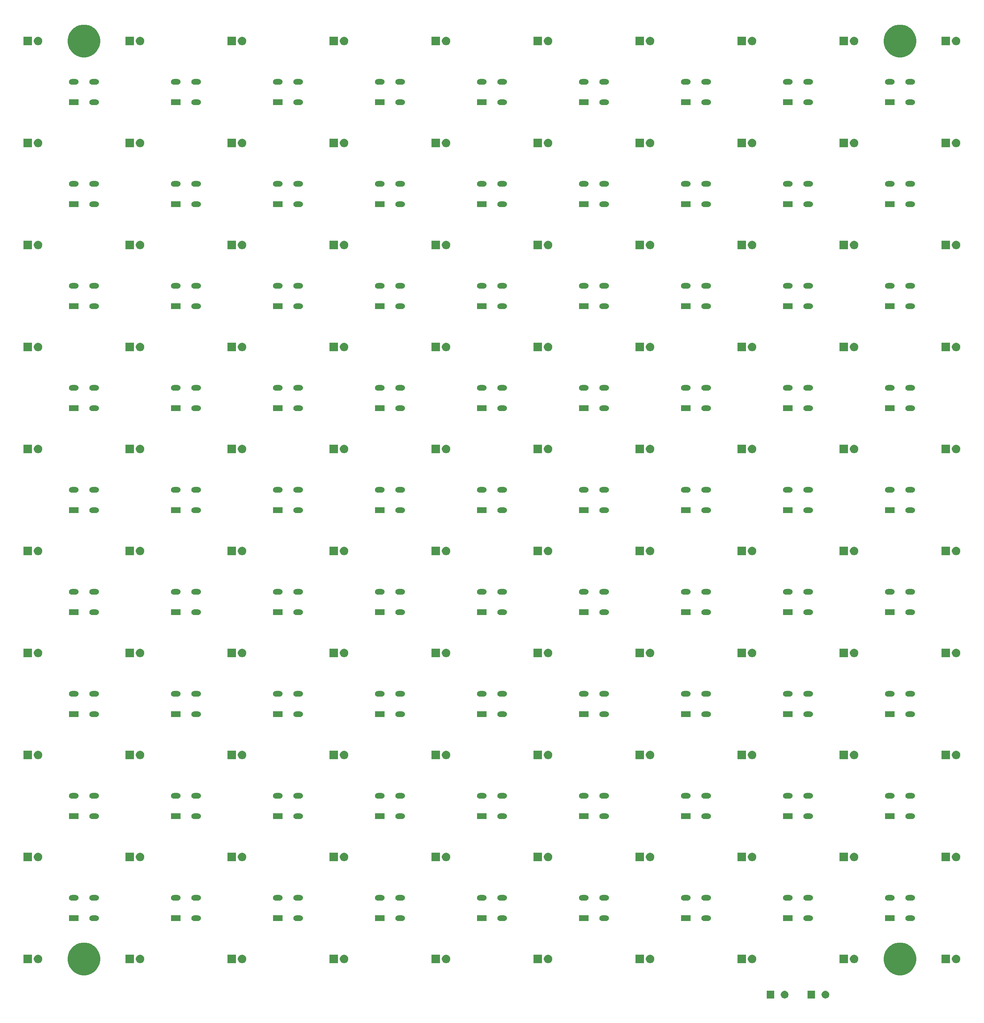
<source format=gbr>
G04 #@! TF.GenerationSoftware,KiCad,Pcbnew,5.1.2-f72e74a~84~ubuntu16.04.1*
G04 #@! TF.CreationDate,2019-10-21T15:23:02-07:00*
G04 #@! TF.ProjectId,dual_led_array,6475616c-5f6c-4656-945f-61727261792e,rev?*
G04 #@! TF.SameCoordinates,Original*
G04 #@! TF.FileFunction,Soldermask,Bot*
G04 #@! TF.FilePolarity,Negative*
%FSLAX46Y46*%
G04 Gerber Fmt 4.6, Leading zero omitted, Abs format (unit mm)*
G04 Created by KiCad (PCBNEW 5.1.2-f72e74a~84~ubuntu16.04.1) date 2019-10-21 15:23:02*
%MOMM*%
%LPD*%
G04 APERTURE LIST*
%ADD10C,0.100000*%
G04 APERTURE END LIST*
D10*
G36*
X261107455Y-300075546D02*
G01*
X261280526Y-300147234D01*
X261280527Y-300147235D01*
X261436287Y-300251310D01*
X261568750Y-300383773D01*
X261568751Y-300383775D01*
X261672826Y-300539534D01*
X261744514Y-300712605D01*
X261781060Y-300896333D01*
X261781060Y-301083667D01*
X261744514Y-301267395D01*
X261672826Y-301440466D01*
X261672825Y-301440467D01*
X261568750Y-301596227D01*
X261436287Y-301728690D01*
X261357878Y-301781081D01*
X261280526Y-301832766D01*
X261107455Y-301904454D01*
X260923727Y-301941000D01*
X260736393Y-301941000D01*
X260552665Y-301904454D01*
X260379594Y-301832766D01*
X260302242Y-301781081D01*
X260223833Y-301728690D01*
X260091370Y-301596227D01*
X259987295Y-301440467D01*
X259987294Y-301440466D01*
X259915606Y-301267395D01*
X259879060Y-301083667D01*
X259879060Y-300896333D01*
X259915606Y-300712605D01*
X259987294Y-300539534D01*
X260091369Y-300383775D01*
X260091370Y-300383773D01*
X260223833Y-300251310D01*
X260379593Y-300147235D01*
X260379594Y-300147234D01*
X260552665Y-300075546D01*
X260736393Y-300039000D01*
X260923727Y-300039000D01*
X261107455Y-300075546D01*
X261107455Y-300075546D01*
G37*
G36*
X248120940Y-301941000D02*
G01*
X246218940Y-301941000D01*
X246218940Y-300039000D01*
X248120940Y-300039000D01*
X248120940Y-301941000D01*
X248120940Y-301941000D01*
G37*
G36*
X250947455Y-300075546D02*
G01*
X251120526Y-300147234D01*
X251120527Y-300147235D01*
X251276287Y-300251310D01*
X251408750Y-300383773D01*
X251408751Y-300383775D01*
X251512826Y-300539534D01*
X251584514Y-300712605D01*
X251621060Y-300896333D01*
X251621060Y-301083667D01*
X251584514Y-301267395D01*
X251512826Y-301440466D01*
X251512825Y-301440467D01*
X251408750Y-301596227D01*
X251276287Y-301728690D01*
X251197878Y-301781081D01*
X251120526Y-301832766D01*
X250947455Y-301904454D01*
X250763727Y-301941000D01*
X250576393Y-301941000D01*
X250392665Y-301904454D01*
X250219594Y-301832766D01*
X250142242Y-301781081D01*
X250063833Y-301728690D01*
X249931370Y-301596227D01*
X249827295Y-301440467D01*
X249827294Y-301440466D01*
X249755606Y-301267395D01*
X249719060Y-301083667D01*
X249719060Y-300896333D01*
X249755606Y-300712605D01*
X249827294Y-300539534D01*
X249931369Y-300383775D01*
X249931370Y-300383773D01*
X250063833Y-300251310D01*
X250219593Y-300147235D01*
X250219594Y-300147234D01*
X250392665Y-300075546D01*
X250576393Y-300039000D01*
X250763727Y-300039000D01*
X250947455Y-300075546D01*
X250947455Y-300075546D01*
G37*
G36*
X258280940Y-301941000D02*
G01*
X256378940Y-301941000D01*
X256378940Y-300039000D01*
X258280940Y-300039000D01*
X258280940Y-301941000D01*
X258280940Y-301941000D01*
G37*
G36*
X77385482Y-288191984D02*
G01*
X78125119Y-288498352D01*
X78125121Y-288498353D01*
X78460207Y-288722250D01*
X78790776Y-288943129D01*
X79356871Y-289509224D01*
X79801648Y-290174881D01*
X80108016Y-290914518D01*
X80264200Y-291699710D01*
X80264200Y-292500290D01*
X80108016Y-293285482D01*
X79801648Y-294025119D01*
X79801647Y-294025121D01*
X79356870Y-294690777D01*
X78790777Y-295256870D01*
X78125121Y-295701647D01*
X78125120Y-295701648D01*
X78125119Y-295701648D01*
X77385482Y-296008016D01*
X76600290Y-296164200D01*
X75799710Y-296164200D01*
X75014518Y-296008016D01*
X74274881Y-295701648D01*
X74274880Y-295701648D01*
X74274879Y-295701647D01*
X73609223Y-295256870D01*
X73043130Y-294690777D01*
X72598353Y-294025121D01*
X72598352Y-294025119D01*
X72291984Y-293285482D01*
X72135800Y-292500290D01*
X72135800Y-291699710D01*
X72291984Y-290914518D01*
X72598352Y-290174881D01*
X73043129Y-289509224D01*
X73609224Y-288943129D01*
X73939793Y-288722250D01*
X74274879Y-288498353D01*
X74274881Y-288498352D01*
X75014518Y-288191984D01*
X75799710Y-288035800D01*
X76600290Y-288035800D01*
X77385482Y-288191984D01*
X77385482Y-288191984D01*
G37*
G36*
X280585482Y-288191984D02*
G01*
X281325119Y-288498352D01*
X281325121Y-288498353D01*
X281660207Y-288722250D01*
X281990776Y-288943129D01*
X282556871Y-289509224D01*
X283001648Y-290174881D01*
X283308016Y-290914518D01*
X283464200Y-291699710D01*
X283464200Y-292500290D01*
X283308016Y-293285482D01*
X283001648Y-294025119D01*
X283001647Y-294025121D01*
X282556870Y-294690777D01*
X281990777Y-295256870D01*
X281325121Y-295701647D01*
X281325120Y-295701648D01*
X281325119Y-295701648D01*
X280585482Y-296008016D01*
X279800290Y-296164200D01*
X278999710Y-296164200D01*
X278214518Y-296008016D01*
X277474881Y-295701648D01*
X277474880Y-295701648D01*
X277474879Y-295701647D01*
X276809223Y-295256870D01*
X276243130Y-294690777D01*
X275798353Y-294025121D01*
X275798352Y-294025119D01*
X275491984Y-293285482D01*
X275335800Y-292500290D01*
X275335800Y-291699710D01*
X275491984Y-290914518D01*
X275798352Y-290174881D01*
X276243129Y-289509224D01*
X276809224Y-288943129D01*
X277139793Y-288722250D01*
X277474879Y-288498353D01*
X277474881Y-288498352D01*
X278214518Y-288191984D01*
X278999710Y-288035800D01*
X279800290Y-288035800D01*
X280585482Y-288191984D01*
X280585482Y-288191984D01*
G37*
G36*
X164881000Y-293151000D02*
G01*
X162779000Y-293151000D01*
X162779000Y-291049000D01*
X164881000Y-291049000D01*
X164881000Y-293151000D01*
X164881000Y-293151000D01*
G37*
G36*
X266481000Y-293151000D02*
G01*
X264379000Y-293151000D01*
X264379000Y-291049000D01*
X266481000Y-291049000D01*
X266481000Y-293151000D01*
X266481000Y-293151000D01*
G37*
G36*
X268276564Y-291089389D02*
G01*
X268467833Y-291168615D01*
X268467835Y-291168616D01*
X268639973Y-291283635D01*
X268786365Y-291430027D01*
X268901385Y-291602167D01*
X268980611Y-291793436D01*
X269021000Y-291996484D01*
X269021000Y-292203516D01*
X268980611Y-292406564D01*
X268901385Y-292597833D01*
X268901384Y-292597835D01*
X268786365Y-292769973D01*
X268639973Y-292916365D01*
X268467835Y-293031384D01*
X268467834Y-293031385D01*
X268467833Y-293031385D01*
X268276564Y-293110611D01*
X268073516Y-293151000D01*
X267866484Y-293151000D01*
X267663436Y-293110611D01*
X267472167Y-293031385D01*
X267472166Y-293031385D01*
X267472165Y-293031384D01*
X267300027Y-292916365D01*
X267153635Y-292769973D01*
X267038616Y-292597835D01*
X267038615Y-292597833D01*
X266959389Y-292406564D01*
X266919000Y-292203516D01*
X266919000Y-291996484D01*
X266959389Y-291793436D01*
X267038615Y-291602167D01*
X267153635Y-291430027D01*
X267300027Y-291283635D01*
X267472165Y-291168616D01*
X267472167Y-291168615D01*
X267663436Y-291089389D01*
X267866484Y-291049000D01*
X268073516Y-291049000D01*
X268276564Y-291089389D01*
X268276564Y-291089389D01*
G37*
G36*
X241081000Y-293151000D02*
G01*
X238979000Y-293151000D01*
X238979000Y-291049000D01*
X241081000Y-291049000D01*
X241081000Y-293151000D01*
X241081000Y-293151000D01*
G37*
G36*
X242876564Y-291089389D02*
G01*
X243067833Y-291168615D01*
X243067835Y-291168616D01*
X243239973Y-291283635D01*
X243386365Y-291430027D01*
X243501385Y-291602167D01*
X243580611Y-291793436D01*
X243621000Y-291996484D01*
X243621000Y-292203516D01*
X243580611Y-292406564D01*
X243501385Y-292597833D01*
X243501384Y-292597835D01*
X243386365Y-292769973D01*
X243239973Y-292916365D01*
X243067835Y-293031384D01*
X243067834Y-293031385D01*
X243067833Y-293031385D01*
X242876564Y-293110611D01*
X242673516Y-293151000D01*
X242466484Y-293151000D01*
X242263436Y-293110611D01*
X242072167Y-293031385D01*
X242072166Y-293031385D01*
X242072165Y-293031384D01*
X241900027Y-292916365D01*
X241753635Y-292769973D01*
X241638616Y-292597835D01*
X241638615Y-292597833D01*
X241559389Y-292406564D01*
X241519000Y-292203516D01*
X241519000Y-291996484D01*
X241559389Y-291793436D01*
X241638615Y-291602167D01*
X241753635Y-291430027D01*
X241900027Y-291283635D01*
X242072165Y-291168616D01*
X242072167Y-291168615D01*
X242263436Y-291089389D01*
X242466484Y-291049000D01*
X242673516Y-291049000D01*
X242876564Y-291089389D01*
X242876564Y-291089389D01*
G37*
G36*
X215681000Y-293151000D02*
G01*
X213579000Y-293151000D01*
X213579000Y-291049000D01*
X215681000Y-291049000D01*
X215681000Y-293151000D01*
X215681000Y-293151000D01*
G37*
G36*
X217476564Y-291089389D02*
G01*
X217667833Y-291168615D01*
X217667835Y-291168616D01*
X217839973Y-291283635D01*
X217986365Y-291430027D01*
X218101385Y-291602167D01*
X218180611Y-291793436D01*
X218221000Y-291996484D01*
X218221000Y-292203516D01*
X218180611Y-292406564D01*
X218101385Y-292597833D01*
X218101384Y-292597835D01*
X217986365Y-292769973D01*
X217839973Y-292916365D01*
X217667835Y-293031384D01*
X217667834Y-293031385D01*
X217667833Y-293031385D01*
X217476564Y-293110611D01*
X217273516Y-293151000D01*
X217066484Y-293151000D01*
X216863436Y-293110611D01*
X216672167Y-293031385D01*
X216672166Y-293031385D01*
X216672165Y-293031384D01*
X216500027Y-292916365D01*
X216353635Y-292769973D01*
X216238616Y-292597835D01*
X216238615Y-292597833D01*
X216159389Y-292406564D01*
X216119000Y-292203516D01*
X216119000Y-291996484D01*
X216159389Y-291793436D01*
X216238615Y-291602167D01*
X216353635Y-291430027D01*
X216500027Y-291283635D01*
X216672165Y-291168616D01*
X216672167Y-291168615D01*
X216863436Y-291089389D01*
X217066484Y-291049000D01*
X217273516Y-291049000D01*
X217476564Y-291089389D01*
X217476564Y-291089389D01*
G37*
G36*
X190281000Y-293151000D02*
G01*
X188179000Y-293151000D01*
X188179000Y-291049000D01*
X190281000Y-291049000D01*
X190281000Y-293151000D01*
X190281000Y-293151000D01*
G37*
G36*
X192076564Y-291089389D02*
G01*
X192267833Y-291168615D01*
X192267835Y-291168616D01*
X192439973Y-291283635D01*
X192586365Y-291430027D01*
X192701385Y-291602167D01*
X192780611Y-291793436D01*
X192821000Y-291996484D01*
X192821000Y-292203516D01*
X192780611Y-292406564D01*
X192701385Y-292597833D01*
X192701384Y-292597835D01*
X192586365Y-292769973D01*
X192439973Y-292916365D01*
X192267835Y-293031384D01*
X192267834Y-293031385D01*
X192267833Y-293031385D01*
X192076564Y-293110611D01*
X191873516Y-293151000D01*
X191666484Y-293151000D01*
X191463436Y-293110611D01*
X191272167Y-293031385D01*
X191272166Y-293031385D01*
X191272165Y-293031384D01*
X191100027Y-292916365D01*
X190953635Y-292769973D01*
X190838616Y-292597835D01*
X190838615Y-292597833D01*
X190759389Y-292406564D01*
X190719000Y-292203516D01*
X190719000Y-291996484D01*
X190759389Y-291793436D01*
X190838615Y-291602167D01*
X190953635Y-291430027D01*
X191100027Y-291283635D01*
X191272165Y-291168616D01*
X191272167Y-291168615D01*
X191463436Y-291089389D01*
X191666484Y-291049000D01*
X191873516Y-291049000D01*
X192076564Y-291089389D01*
X192076564Y-291089389D01*
G37*
G36*
X291881000Y-293151000D02*
G01*
X289779000Y-293151000D01*
X289779000Y-291049000D01*
X291881000Y-291049000D01*
X291881000Y-293151000D01*
X291881000Y-293151000D01*
G37*
G36*
X139481000Y-293151000D02*
G01*
X137379000Y-293151000D01*
X137379000Y-291049000D01*
X139481000Y-291049000D01*
X139481000Y-293151000D01*
X139481000Y-293151000D01*
G37*
G36*
X141276564Y-291089389D02*
G01*
X141467833Y-291168615D01*
X141467835Y-291168616D01*
X141639973Y-291283635D01*
X141786365Y-291430027D01*
X141901385Y-291602167D01*
X141980611Y-291793436D01*
X142021000Y-291996484D01*
X142021000Y-292203516D01*
X141980611Y-292406564D01*
X141901385Y-292597833D01*
X141901384Y-292597835D01*
X141786365Y-292769973D01*
X141639973Y-292916365D01*
X141467835Y-293031384D01*
X141467834Y-293031385D01*
X141467833Y-293031385D01*
X141276564Y-293110611D01*
X141073516Y-293151000D01*
X140866484Y-293151000D01*
X140663436Y-293110611D01*
X140472167Y-293031385D01*
X140472166Y-293031385D01*
X140472165Y-293031384D01*
X140300027Y-292916365D01*
X140153635Y-292769973D01*
X140038616Y-292597835D01*
X140038615Y-292597833D01*
X139959389Y-292406564D01*
X139919000Y-292203516D01*
X139919000Y-291996484D01*
X139959389Y-291793436D01*
X140038615Y-291602167D01*
X140153635Y-291430027D01*
X140300027Y-291283635D01*
X140472165Y-291168616D01*
X140472167Y-291168615D01*
X140663436Y-291089389D01*
X140866484Y-291049000D01*
X141073516Y-291049000D01*
X141276564Y-291089389D01*
X141276564Y-291089389D01*
G37*
G36*
X114081000Y-293151000D02*
G01*
X111979000Y-293151000D01*
X111979000Y-291049000D01*
X114081000Y-291049000D01*
X114081000Y-293151000D01*
X114081000Y-293151000D01*
G37*
G36*
X115876564Y-291089389D02*
G01*
X116067833Y-291168615D01*
X116067835Y-291168616D01*
X116239973Y-291283635D01*
X116386365Y-291430027D01*
X116501385Y-291602167D01*
X116580611Y-291793436D01*
X116621000Y-291996484D01*
X116621000Y-292203516D01*
X116580611Y-292406564D01*
X116501385Y-292597833D01*
X116501384Y-292597835D01*
X116386365Y-292769973D01*
X116239973Y-292916365D01*
X116067835Y-293031384D01*
X116067834Y-293031385D01*
X116067833Y-293031385D01*
X115876564Y-293110611D01*
X115673516Y-293151000D01*
X115466484Y-293151000D01*
X115263436Y-293110611D01*
X115072167Y-293031385D01*
X115072166Y-293031385D01*
X115072165Y-293031384D01*
X114900027Y-292916365D01*
X114753635Y-292769973D01*
X114638616Y-292597835D01*
X114638615Y-292597833D01*
X114559389Y-292406564D01*
X114519000Y-292203516D01*
X114519000Y-291996484D01*
X114559389Y-291793436D01*
X114638615Y-291602167D01*
X114753635Y-291430027D01*
X114900027Y-291283635D01*
X115072165Y-291168616D01*
X115072167Y-291168615D01*
X115263436Y-291089389D01*
X115466484Y-291049000D01*
X115673516Y-291049000D01*
X115876564Y-291089389D01*
X115876564Y-291089389D01*
G37*
G36*
X88681000Y-293151000D02*
G01*
X86579000Y-293151000D01*
X86579000Y-291049000D01*
X88681000Y-291049000D01*
X88681000Y-293151000D01*
X88681000Y-293151000D01*
G37*
G36*
X90476564Y-291089389D02*
G01*
X90667833Y-291168615D01*
X90667835Y-291168616D01*
X90839973Y-291283635D01*
X90986365Y-291430027D01*
X91101385Y-291602167D01*
X91180611Y-291793436D01*
X91221000Y-291996484D01*
X91221000Y-292203516D01*
X91180611Y-292406564D01*
X91101385Y-292597833D01*
X91101384Y-292597835D01*
X90986365Y-292769973D01*
X90839973Y-292916365D01*
X90667835Y-293031384D01*
X90667834Y-293031385D01*
X90667833Y-293031385D01*
X90476564Y-293110611D01*
X90273516Y-293151000D01*
X90066484Y-293151000D01*
X89863436Y-293110611D01*
X89672167Y-293031385D01*
X89672166Y-293031385D01*
X89672165Y-293031384D01*
X89500027Y-292916365D01*
X89353635Y-292769973D01*
X89238616Y-292597835D01*
X89238615Y-292597833D01*
X89159389Y-292406564D01*
X89119000Y-292203516D01*
X89119000Y-291996484D01*
X89159389Y-291793436D01*
X89238615Y-291602167D01*
X89353635Y-291430027D01*
X89500027Y-291283635D01*
X89672165Y-291168616D01*
X89672167Y-291168615D01*
X89863436Y-291089389D01*
X90066484Y-291049000D01*
X90273516Y-291049000D01*
X90476564Y-291089389D01*
X90476564Y-291089389D01*
G37*
G36*
X63281000Y-293151000D02*
G01*
X61179000Y-293151000D01*
X61179000Y-291049000D01*
X63281000Y-291049000D01*
X63281000Y-293151000D01*
X63281000Y-293151000D01*
G37*
G36*
X65076564Y-291089389D02*
G01*
X65267833Y-291168615D01*
X65267835Y-291168616D01*
X65439973Y-291283635D01*
X65586365Y-291430027D01*
X65701385Y-291602167D01*
X65780611Y-291793436D01*
X65821000Y-291996484D01*
X65821000Y-292203516D01*
X65780611Y-292406564D01*
X65701385Y-292597833D01*
X65701384Y-292597835D01*
X65586365Y-292769973D01*
X65439973Y-292916365D01*
X65267835Y-293031384D01*
X65267834Y-293031385D01*
X65267833Y-293031385D01*
X65076564Y-293110611D01*
X64873516Y-293151000D01*
X64666484Y-293151000D01*
X64463436Y-293110611D01*
X64272167Y-293031385D01*
X64272166Y-293031385D01*
X64272165Y-293031384D01*
X64100027Y-292916365D01*
X63953635Y-292769973D01*
X63838616Y-292597835D01*
X63838615Y-292597833D01*
X63759389Y-292406564D01*
X63719000Y-292203516D01*
X63719000Y-291996484D01*
X63759389Y-291793436D01*
X63838615Y-291602167D01*
X63953635Y-291430027D01*
X64100027Y-291283635D01*
X64272165Y-291168616D01*
X64272167Y-291168615D01*
X64463436Y-291089389D01*
X64666484Y-291049000D01*
X64873516Y-291049000D01*
X65076564Y-291089389D01*
X65076564Y-291089389D01*
G37*
G36*
X293676564Y-291089389D02*
G01*
X293867833Y-291168615D01*
X293867835Y-291168616D01*
X294039973Y-291283635D01*
X294186365Y-291430027D01*
X294301385Y-291602167D01*
X294380611Y-291793436D01*
X294421000Y-291996484D01*
X294421000Y-292203516D01*
X294380611Y-292406564D01*
X294301385Y-292597833D01*
X294301384Y-292597835D01*
X294186365Y-292769973D01*
X294039973Y-292916365D01*
X293867835Y-293031384D01*
X293867834Y-293031385D01*
X293867833Y-293031385D01*
X293676564Y-293110611D01*
X293473516Y-293151000D01*
X293266484Y-293151000D01*
X293063436Y-293110611D01*
X292872167Y-293031385D01*
X292872166Y-293031385D01*
X292872165Y-293031384D01*
X292700027Y-292916365D01*
X292553635Y-292769973D01*
X292438616Y-292597835D01*
X292438615Y-292597833D01*
X292359389Y-292406564D01*
X292319000Y-292203516D01*
X292319000Y-291996484D01*
X292359389Y-291793436D01*
X292438615Y-291602167D01*
X292553635Y-291430027D01*
X292700027Y-291283635D01*
X292872165Y-291168616D01*
X292872167Y-291168615D01*
X293063436Y-291089389D01*
X293266484Y-291049000D01*
X293473516Y-291049000D01*
X293676564Y-291089389D01*
X293676564Y-291089389D01*
G37*
G36*
X166676564Y-291089389D02*
G01*
X166867833Y-291168615D01*
X166867835Y-291168616D01*
X167039973Y-291283635D01*
X167186365Y-291430027D01*
X167301385Y-291602167D01*
X167380611Y-291793436D01*
X167421000Y-291996484D01*
X167421000Y-292203516D01*
X167380611Y-292406564D01*
X167301385Y-292597833D01*
X167301384Y-292597835D01*
X167186365Y-292769973D01*
X167039973Y-292916365D01*
X166867835Y-293031384D01*
X166867834Y-293031385D01*
X166867833Y-293031385D01*
X166676564Y-293110611D01*
X166473516Y-293151000D01*
X166266484Y-293151000D01*
X166063436Y-293110611D01*
X165872167Y-293031385D01*
X165872166Y-293031385D01*
X165872165Y-293031384D01*
X165700027Y-292916365D01*
X165553635Y-292769973D01*
X165438616Y-292597835D01*
X165438615Y-292597833D01*
X165359389Y-292406564D01*
X165319000Y-292203516D01*
X165319000Y-291996484D01*
X165359389Y-291793436D01*
X165438615Y-291602167D01*
X165553635Y-291430027D01*
X165700027Y-291283635D01*
X165872165Y-291168616D01*
X165872167Y-291168615D01*
X166063436Y-291089389D01*
X166266484Y-291049000D01*
X166473516Y-291049000D01*
X166676564Y-291089389D01*
X166676564Y-291089389D01*
G37*
G36*
X201854000Y-282626000D02*
G01*
X199466000Y-282626000D01*
X199466000Y-281254000D01*
X201854000Y-281254000D01*
X201854000Y-282626000D01*
X201854000Y-282626000D01*
G37*
G36*
X151054000Y-282626000D02*
G01*
X148666000Y-282626000D01*
X148666000Y-281254000D01*
X151054000Y-281254000D01*
X151054000Y-282626000D01*
X151054000Y-282626000D01*
G37*
G36*
X155548885Y-281260617D02*
G01*
X155582479Y-281263926D01*
X155658395Y-281286955D01*
X155711795Y-281303153D01*
X155830964Y-281366851D01*
X155935423Y-281452577D01*
X156021149Y-281557036D01*
X156084847Y-281676205D01*
X156124074Y-281805522D01*
X156137319Y-281940000D01*
X156124074Y-282074478D01*
X156084847Y-282203795D01*
X156021149Y-282322964D01*
X155935423Y-282427423D01*
X155830964Y-282513149D01*
X155711795Y-282576847D01*
X155658395Y-282593045D01*
X155582479Y-282616074D01*
X155548885Y-282619383D01*
X155481700Y-282626000D01*
X154398300Y-282626000D01*
X154331115Y-282619383D01*
X154297521Y-282616074D01*
X154221605Y-282593045D01*
X154168205Y-282576847D01*
X154049036Y-282513149D01*
X153944577Y-282427423D01*
X153858851Y-282322964D01*
X153795153Y-282203795D01*
X153755926Y-282074478D01*
X153742681Y-281940000D01*
X153755926Y-281805522D01*
X153795153Y-281676205D01*
X153858851Y-281557036D01*
X153944577Y-281452577D01*
X154049036Y-281366851D01*
X154168205Y-281303153D01*
X154221605Y-281286955D01*
X154297521Y-281263926D01*
X154331115Y-281260617D01*
X154398300Y-281254000D01*
X155481700Y-281254000D01*
X155548885Y-281260617D01*
X155548885Y-281260617D01*
G37*
G36*
X125654000Y-282626000D02*
G01*
X123266000Y-282626000D01*
X123266000Y-281254000D01*
X125654000Y-281254000D01*
X125654000Y-282626000D01*
X125654000Y-282626000D01*
G37*
G36*
X130148885Y-281260617D02*
G01*
X130182479Y-281263926D01*
X130258395Y-281286955D01*
X130311795Y-281303153D01*
X130430964Y-281366851D01*
X130535423Y-281452577D01*
X130621149Y-281557036D01*
X130684847Y-281676205D01*
X130724074Y-281805522D01*
X130737319Y-281940000D01*
X130724074Y-282074478D01*
X130684847Y-282203795D01*
X130621149Y-282322964D01*
X130535423Y-282427423D01*
X130430964Y-282513149D01*
X130311795Y-282576847D01*
X130258395Y-282593045D01*
X130182479Y-282616074D01*
X130148885Y-282619383D01*
X130081700Y-282626000D01*
X128998300Y-282626000D01*
X128931115Y-282619383D01*
X128897521Y-282616074D01*
X128821605Y-282593045D01*
X128768205Y-282576847D01*
X128649036Y-282513149D01*
X128544577Y-282427423D01*
X128458851Y-282322964D01*
X128395153Y-282203795D01*
X128355926Y-282074478D01*
X128342681Y-281940000D01*
X128355926Y-281805522D01*
X128395153Y-281676205D01*
X128458851Y-281557036D01*
X128544577Y-281452577D01*
X128649036Y-281366851D01*
X128768205Y-281303153D01*
X128821605Y-281286955D01*
X128897521Y-281263926D01*
X128931115Y-281260617D01*
X128998300Y-281254000D01*
X130081700Y-281254000D01*
X130148885Y-281260617D01*
X130148885Y-281260617D01*
G37*
G36*
X100254000Y-282626000D02*
G01*
X97866000Y-282626000D01*
X97866000Y-281254000D01*
X100254000Y-281254000D01*
X100254000Y-282626000D01*
X100254000Y-282626000D01*
G37*
G36*
X104748885Y-281260617D02*
G01*
X104782479Y-281263926D01*
X104858395Y-281286955D01*
X104911795Y-281303153D01*
X105030964Y-281366851D01*
X105135423Y-281452577D01*
X105221149Y-281557036D01*
X105284847Y-281676205D01*
X105324074Y-281805522D01*
X105337319Y-281940000D01*
X105324074Y-282074478D01*
X105284847Y-282203795D01*
X105221149Y-282322964D01*
X105135423Y-282427423D01*
X105030964Y-282513149D01*
X104911795Y-282576847D01*
X104858395Y-282593045D01*
X104782479Y-282616074D01*
X104748885Y-282619383D01*
X104681700Y-282626000D01*
X103598300Y-282626000D01*
X103531115Y-282619383D01*
X103497521Y-282616074D01*
X103421605Y-282593045D01*
X103368205Y-282576847D01*
X103249036Y-282513149D01*
X103144577Y-282427423D01*
X103058851Y-282322964D01*
X102995153Y-282203795D01*
X102955926Y-282074478D01*
X102942681Y-281940000D01*
X102955926Y-281805522D01*
X102995153Y-281676205D01*
X103058851Y-281557036D01*
X103144577Y-281452577D01*
X103249036Y-281366851D01*
X103368205Y-281303153D01*
X103421605Y-281286955D01*
X103497521Y-281263926D01*
X103531115Y-281260617D01*
X103598300Y-281254000D01*
X104681700Y-281254000D01*
X104748885Y-281260617D01*
X104748885Y-281260617D01*
G37*
G36*
X74854000Y-282626000D02*
G01*
X72466000Y-282626000D01*
X72466000Y-281254000D01*
X74854000Y-281254000D01*
X74854000Y-282626000D01*
X74854000Y-282626000D01*
G37*
G36*
X79348885Y-281260617D02*
G01*
X79382479Y-281263926D01*
X79458395Y-281286955D01*
X79511795Y-281303153D01*
X79630964Y-281366851D01*
X79735423Y-281452577D01*
X79821149Y-281557036D01*
X79884847Y-281676205D01*
X79924074Y-281805522D01*
X79937319Y-281940000D01*
X79924074Y-282074478D01*
X79884847Y-282203795D01*
X79821149Y-282322964D01*
X79735423Y-282427423D01*
X79630964Y-282513149D01*
X79511795Y-282576847D01*
X79458395Y-282593045D01*
X79382479Y-282616074D01*
X79348885Y-282619383D01*
X79281700Y-282626000D01*
X78198300Y-282626000D01*
X78131115Y-282619383D01*
X78097521Y-282616074D01*
X78021605Y-282593045D01*
X77968205Y-282576847D01*
X77849036Y-282513149D01*
X77744577Y-282427423D01*
X77658851Y-282322964D01*
X77595153Y-282203795D01*
X77555926Y-282074478D01*
X77542681Y-281940000D01*
X77555926Y-281805522D01*
X77595153Y-281676205D01*
X77658851Y-281557036D01*
X77744577Y-281452577D01*
X77849036Y-281366851D01*
X77968205Y-281303153D01*
X78021605Y-281286955D01*
X78097521Y-281263926D01*
X78131115Y-281260617D01*
X78198300Y-281254000D01*
X79281700Y-281254000D01*
X79348885Y-281260617D01*
X79348885Y-281260617D01*
G37*
G36*
X176454000Y-282626000D02*
G01*
X174066000Y-282626000D01*
X174066000Y-281254000D01*
X176454000Y-281254000D01*
X176454000Y-282626000D01*
X176454000Y-282626000D01*
G37*
G36*
X206348885Y-281260617D02*
G01*
X206382479Y-281263926D01*
X206458395Y-281286955D01*
X206511795Y-281303153D01*
X206630964Y-281366851D01*
X206735423Y-281452577D01*
X206821149Y-281557036D01*
X206884847Y-281676205D01*
X206924074Y-281805522D01*
X206937319Y-281940000D01*
X206924074Y-282074478D01*
X206884847Y-282203795D01*
X206821149Y-282322964D01*
X206735423Y-282427423D01*
X206630964Y-282513149D01*
X206511795Y-282576847D01*
X206458395Y-282593045D01*
X206382479Y-282616074D01*
X206348885Y-282619383D01*
X206281700Y-282626000D01*
X205198300Y-282626000D01*
X205131115Y-282619383D01*
X205097521Y-282616074D01*
X205021605Y-282593045D01*
X204968205Y-282576847D01*
X204849036Y-282513149D01*
X204744577Y-282427423D01*
X204658851Y-282322964D01*
X204595153Y-282203795D01*
X204555926Y-282074478D01*
X204542681Y-281940000D01*
X204555926Y-281805522D01*
X204595153Y-281676205D01*
X204658851Y-281557036D01*
X204744577Y-281452577D01*
X204849036Y-281366851D01*
X204968205Y-281303153D01*
X205021605Y-281286955D01*
X205097521Y-281263926D01*
X205131115Y-281260617D01*
X205198300Y-281254000D01*
X206281700Y-281254000D01*
X206348885Y-281260617D01*
X206348885Y-281260617D01*
G37*
G36*
X282548885Y-281260617D02*
G01*
X282582479Y-281263926D01*
X282658395Y-281286955D01*
X282711795Y-281303153D01*
X282830964Y-281366851D01*
X282935423Y-281452577D01*
X283021149Y-281557036D01*
X283084847Y-281676205D01*
X283124074Y-281805522D01*
X283137319Y-281940000D01*
X283124074Y-282074478D01*
X283084847Y-282203795D01*
X283021149Y-282322964D01*
X282935423Y-282427423D01*
X282830964Y-282513149D01*
X282711795Y-282576847D01*
X282658395Y-282593045D01*
X282582479Y-282616074D01*
X282548885Y-282619383D01*
X282481700Y-282626000D01*
X281398300Y-282626000D01*
X281331115Y-282619383D01*
X281297521Y-282616074D01*
X281221605Y-282593045D01*
X281168205Y-282576847D01*
X281049036Y-282513149D01*
X280944577Y-282427423D01*
X280858851Y-282322964D01*
X280795153Y-282203795D01*
X280755926Y-282074478D01*
X280742681Y-281940000D01*
X280755926Y-281805522D01*
X280795153Y-281676205D01*
X280858851Y-281557036D01*
X280944577Y-281452577D01*
X281049036Y-281366851D01*
X281168205Y-281303153D01*
X281221605Y-281286955D01*
X281297521Y-281263926D01*
X281331115Y-281260617D01*
X281398300Y-281254000D01*
X282481700Y-281254000D01*
X282548885Y-281260617D01*
X282548885Y-281260617D01*
G37*
G36*
X278054000Y-282626000D02*
G01*
X275666000Y-282626000D01*
X275666000Y-281254000D01*
X278054000Y-281254000D01*
X278054000Y-282626000D01*
X278054000Y-282626000D01*
G37*
G36*
X257148885Y-281260617D02*
G01*
X257182479Y-281263926D01*
X257258395Y-281286955D01*
X257311795Y-281303153D01*
X257430964Y-281366851D01*
X257535423Y-281452577D01*
X257621149Y-281557036D01*
X257684847Y-281676205D01*
X257724074Y-281805522D01*
X257737319Y-281940000D01*
X257724074Y-282074478D01*
X257684847Y-282203795D01*
X257621149Y-282322964D01*
X257535423Y-282427423D01*
X257430964Y-282513149D01*
X257311795Y-282576847D01*
X257258395Y-282593045D01*
X257182479Y-282616074D01*
X257148885Y-282619383D01*
X257081700Y-282626000D01*
X255998300Y-282626000D01*
X255931115Y-282619383D01*
X255897521Y-282616074D01*
X255821605Y-282593045D01*
X255768205Y-282576847D01*
X255649036Y-282513149D01*
X255544577Y-282427423D01*
X255458851Y-282322964D01*
X255395153Y-282203795D01*
X255355926Y-282074478D01*
X255342681Y-281940000D01*
X255355926Y-281805522D01*
X255395153Y-281676205D01*
X255458851Y-281557036D01*
X255544577Y-281452577D01*
X255649036Y-281366851D01*
X255768205Y-281303153D01*
X255821605Y-281286955D01*
X255897521Y-281263926D01*
X255931115Y-281260617D01*
X255998300Y-281254000D01*
X257081700Y-281254000D01*
X257148885Y-281260617D01*
X257148885Y-281260617D01*
G37*
G36*
X252654000Y-282626000D02*
G01*
X250266000Y-282626000D01*
X250266000Y-281254000D01*
X252654000Y-281254000D01*
X252654000Y-282626000D01*
X252654000Y-282626000D01*
G37*
G36*
X231748885Y-281260617D02*
G01*
X231782479Y-281263926D01*
X231858395Y-281286955D01*
X231911795Y-281303153D01*
X232030964Y-281366851D01*
X232135423Y-281452577D01*
X232221149Y-281557036D01*
X232284847Y-281676205D01*
X232324074Y-281805522D01*
X232337319Y-281940000D01*
X232324074Y-282074478D01*
X232284847Y-282203795D01*
X232221149Y-282322964D01*
X232135423Y-282427423D01*
X232030964Y-282513149D01*
X231911795Y-282576847D01*
X231858395Y-282593045D01*
X231782479Y-282616074D01*
X231748885Y-282619383D01*
X231681700Y-282626000D01*
X230598300Y-282626000D01*
X230531115Y-282619383D01*
X230497521Y-282616074D01*
X230421605Y-282593045D01*
X230368205Y-282576847D01*
X230249036Y-282513149D01*
X230144577Y-282427423D01*
X230058851Y-282322964D01*
X229995153Y-282203795D01*
X229955926Y-282074478D01*
X229942681Y-281940000D01*
X229955926Y-281805522D01*
X229995153Y-281676205D01*
X230058851Y-281557036D01*
X230144577Y-281452577D01*
X230249036Y-281366851D01*
X230368205Y-281303153D01*
X230421605Y-281286955D01*
X230497521Y-281263926D01*
X230531115Y-281260617D01*
X230598300Y-281254000D01*
X231681700Y-281254000D01*
X231748885Y-281260617D01*
X231748885Y-281260617D01*
G37*
G36*
X227254000Y-282626000D02*
G01*
X224866000Y-282626000D01*
X224866000Y-281254000D01*
X227254000Y-281254000D01*
X227254000Y-282626000D01*
X227254000Y-282626000D01*
G37*
G36*
X180948885Y-281260617D02*
G01*
X180982479Y-281263926D01*
X181058395Y-281286955D01*
X181111795Y-281303153D01*
X181230964Y-281366851D01*
X181335423Y-281452577D01*
X181421149Y-281557036D01*
X181484847Y-281676205D01*
X181524074Y-281805522D01*
X181537319Y-281940000D01*
X181524074Y-282074478D01*
X181484847Y-282203795D01*
X181421149Y-282322964D01*
X181335423Y-282427423D01*
X181230964Y-282513149D01*
X181111795Y-282576847D01*
X181058395Y-282593045D01*
X180982479Y-282616074D01*
X180948885Y-282619383D01*
X180881700Y-282626000D01*
X179798300Y-282626000D01*
X179731115Y-282619383D01*
X179697521Y-282616074D01*
X179621605Y-282593045D01*
X179568205Y-282576847D01*
X179449036Y-282513149D01*
X179344577Y-282427423D01*
X179258851Y-282322964D01*
X179195153Y-282203795D01*
X179155926Y-282074478D01*
X179142681Y-281940000D01*
X179155926Y-281805522D01*
X179195153Y-281676205D01*
X179258851Y-281557036D01*
X179344577Y-281452577D01*
X179449036Y-281366851D01*
X179568205Y-281303153D01*
X179621605Y-281286955D01*
X179697521Y-281263926D01*
X179731115Y-281260617D01*
X179798300Y-281254000D01*
X180881700Y-281254000D01*
X180948885Y-281260617D01*
X180948885Y-281260617D01*
G37*
G36*
X104748885Y-276180617D02*
G01*
X104782479Y-276183926D01*
X104858394Y-276206954D01*
X104911795Y-276223153D01*
X105030964Y-276286851D01*
X105135423Y-276372577D01*
X105221149Y-276477036D01*
X105284847Y-276596205D01*
X105324074Y-276725522D01*
X105337319Y-276860000D01*
X105324074Y-276994478D01*
X105284847Y-277123795D01*
X105221149Y-277242964D01*
X105135423Y-277347423D01*
X105030964Y-277433149D01*
X104911795Y-277496847D01*
X104858395Y-277513045D01*
X104782479Y-277536074D01*
X104748885Y-277539383D01*
X104681700Y-277546000D01*
X103598300Y-277546000D01*
X103531115Y-277539383D01*
X103497521Y-277536074D01*
X103421605Y-277513045D01*
X103368205Y-277496847D01*
X103249036Y-277433149D01*
X103144577Y-277347423D01*
X103058851Y-277242964D01*
X102995153Y-277123795D01*
X102955926Y-276994478D01*
X102942681Y-276860000D01*
X102955926Y-276725522D01*
X102995153Y-276596205D01*
X103058851Y-276477036D01*
X103144577Y-276372577D01*
X103249036Y-276286851D01*
X103368205Y-276223153D01*
X103421606Y-276206954D01*
X103497521Y-276183926D01*
X103531115Y-276180617D01*
X103598300Y-276174000D01*
X104681700Y-276174000D01*
X104748885Y-276180617D01*
X104748885Y-276180617D01*
G37*
G36*
X226668885Y-276180617D02*
G01*
X226702479Y-276183926D01*
X226778394Y-276206954D01*
X226831795Y-276223153D01*
X226950964Y-276286851D01*
X227055423Y-276372577D01*
X227141149Y-276477036D01*
X227204847Y-276596205D01*
X227244074Y-276725522D01*
X227257319Y-276860000D01*
X227244074Y-276994478D01*
X227204847Y-277123795D01*
X227141149Y-277242964D01*
X227055423Y-277347423D01*
X226950964Y-277433149D01*
X226831795Y-277496847D01*
X226778395Y-277513045D01*
X226702479Y-277536074D01*
X226668885Y-277539383D01*
X226601700Y-277546000D01*
X225518300Y-277546000D01*
X225451115Y-277539383D01*
X225417521Y-277536074D01*
X225341605Y-277513045D01*
X225288205Y-277496847D01*
X225169036Y-277433149D01*
X225064577Y-277347423D01*
X224978851Y-277242964D01*
X224915153Y-277123795D01*
X224875926Y-276994478D01*
X224862681Y-276860000D01*
X224875926Y-276725522D01*
X224915153Y-276596205D01*
X224978851Y-276477036D01*
X225064577Y-276372577D01*
X225169036Y-276286851D01*
X225288205Y-276223153D01*
X225341606Y-276206954D01*
X225417521Y-276183926D01*
X225451115Y-276180617D01*
X225518300Y-276174000D01*
X226601700Y-276174000D01*
X226668885Y-276180617D01*
X226668885Y-276180617D01*
G37*
G36*
X231748885Y-276180617D02*
G01*
X231782479Y-276183926D01*
X231858394Y-276206954D01*
X231911795Y-276223153D01*
X232030964Y-276286851D01*
X232135423Y-276372577D01*
X232221149Y-276477036D01*
X232284847Y-276596205D01*
X232324074Y-276725522D01*
X232337319Y-276860000D01*
X232324074Y-276994478D01*
X232284847Y-277123795D01*
X232221149Y-277242964D01*
X232135423Y-277347423D01*
X232030964Y-277433149D01*
X231911795Y-277496847D01*
X231858395Y-277513045D01*
X231782479Y-277536074D01*
X231748885Y-277539383D01*
X231681700Y-277546000D01*
X230598300Y-277546000D01*
X230531115Y-277539383D01*
X230497521Y-277536074D01*
X230421605Y-277513045D01*
X230368205Y-277496847D01*
X230249036Y-277433149D01*
X230144577Y-277347423D01*
X230058851Y-277242964D01*
X229995153Y-277123795D01*
X229955926Y-276994478D01*
X229942681Y-276860000D01*
X229955926Y-276725522D01*
X229995153Y-276596205D01*
X230058851Y-276477036D01*
X230144577Y-276372577D01*
X230249036Y-276286851D01*
X230368205Y-276223153D01*
X230421606Y-276206954D01*
X230497521Y-276183926D01*
X230531115Y-276180617D01*
X230598300Y-276174000D01*
X231681700Y-276174000D01*
X231748885Y-276180617D01*
X231748885Y-276180617D01*
G37*
G36*
X252068885Y-276180617D02*
G01*
X252102479Y-276183926D01*
X252178394Y-276206954D01*
X252231795Y-276223153D01*
X252350964Y-276286851D01*
X252455423Y-276372577D01*
X252541149Y-276477036D01*
X252604847Y-276596205D01*
X252644074Y-276725522D01*
X252657319Y-276860000D01*
X252644074Y-276994478D01*
X252604847Y-277123795D01*
X252541149Y-277242964D01*
X252455423Y-277347423D01*
X252350964Y-277433149D01*
X252231795Y-277496847D01*
X252178395Y-277513045D01*
X252102479Y-277536074D01*
X252068885Y-277539383D01*
X252001700Y-277546000D01*
X250918300Y-277546000D01*
X250851115Y-277539383D01*
X250817521Y-277536074D01*
X250741605Y-277513045D01*
X250688205Y-277496847D01*
X250569036Y-277433149D01*
X250464577Y-277347423D01*
X250378851Y-277242964D01*
X250315153Y-277123795D01*
X250275926Y-276994478D01*
X250262681Y-276860000D01*
X250275926Y-276725522D01*
X250315153Y-276596205D01*
X250378851Y-276477036D01*
X250464577Y-276372577D01*
X250569036Y-276286851D01*
X250688205Y-276223153D01*
X250741606Y-276206954D01*
X250817521Y-276183926D01*
X250851115Y-276180617D01*
X250918300Y-276174000D01*
X252001700Y-276174000D01*
X252068885Y-276180617D01*
X252068885Y-276180617D01*
G37*
G36*
X257148885Y-276180617D02*
G01*
X257182479Y-276183926D01*
X257258394Y-276206954D01*
X257311795Y-276223153D01*
X257430964Y-276286851D01*
X257535423Y-276372577D01*
X257621149Y-276477036D01*
X257684847Y-276596205D01*
X257724074Y-276725522D01*
X257737319Y-276860000D01*
X257724074Y-276994478D01*
X257684847Y-277123795D01*
X257621149Y-277242964D01*
X257535423Y-277347423D01*
X257430964Y-277433149D01*
X257311795Y-277496847D01*
X257258395Y-277513045D01*
X257182479Y-277536074D01*
X257148885Y-277539383D01*
X257081700Y-277546000D01*
X255998300Y-277546000D01*
X255931115Y-277539383D01*
X255897521Y-277536074D01*
X255821605Y-277513045D01*
X255768205Y-277496847D01*
X255649036Y-277433149D01*
X255544577Y-277347423D01*
X255458851Y-277242964D01*
X255395153Y-277123795D01*
X255355926Y-276994478D01*
X255342681Y-276860000D01*
X255355926Y-276725522D01*
X255395153Y-276596205D01*
X255458851Y-276477036D01*
X255544577Y-276372577D01*
X255649036Y-276286851D01*
X255768205Y-276223153D01*
X255821606Y-276206954D01*
X255897521Y-276183926D01*
X255931115Y-276180617D01*
X255998300Y-276174000D01*
X257081700Y-276174000D01*
X257148885Y-276180617D01*
X257148885Y-276180617D01*
G37*
G36*
X277468885Y-276180617D02*
G01*
X277502479Y-276183926D01*
X277578394Y-276206954D01*
X277631795Y-276223153D01*
X277750964Y-276286851D01*
X277855423Y-276372577D01*
X277941149Y-276477036D01*
X278004847Y-276596205D01*
X278044074Y-276725522D01*
X278057319Y-276860000D01*
X278044074Y-276994478D01*
X278004847Y-277123795D01*
X277941149Y-277242964D01*
X277855423Y-277347423D01*
X277750964Y-277433149D01*
X277631795Y-277496847D01*
X277578395Y-277513045D01*
X277502479Y-277536074D01*
X277468885Y-277539383D01*
X277401700Y-277546000D01*
X276318300Y-277546000D01*
X276251115Y-277539383D01*
X276217521Y-277536074D01*
X276141605Y-277513045D01*
X276088205Y-277496847D01*
X275969036Y-277433149D01*
X275864577Y-277347423D01*
X275778851Y-277242964D01*
X275715153Y-277123795D01*
X275675926Y-276994478D01*
X275662681Y-276860000D01*
X275675926Y-276725522D01*
X275715153Y-276596205D01*
X275778851Y-276477036D01*
X275864577Y-276372577D01*
X275969036Y-276286851D01*
X276088205Y-276223153D01*
X276141606Y-276206954D01*
X276217521Y-276183926D01*
X276251115Y-276180617D01*
X276318300Y-276174000D01*
X277401700Y-276174000D01*
X277468885Y-276180617D01*
X277468885Y-276180617D01*
G37*
G36*
X282548885Y-276180617D02*
G01*
X282582479Y-276183926D01*
X282658394Y-276206954D01*
X282711795Y-276223153D01*
X282830964Y-276286851D01*
X282935423Y-276372577D01*
X283021149Y-276477036D01*
X283084847Y-276596205D01*
X283124074Y-276725522D01*
X283137319Y-276860000D01*
X283124074Y-276994478D01*
X283084847Y-277123795D01*
X283021149Y-277242964D01*
X282935423Y-277347423D01*
X282830964Y-277433149D01*
X282711795Y-277496847D01*
X282658395Y-277513045D01*
X282582479Y-277536074D01*
X282548885Y-277539383D01*
X282481700Y-277546000D01*
X281398300Y-277546000D01*
X281331115Y-277539383D01*
X281297521Y-277536074D01*
X281221605Y-277513045D01*
X281168205Y-277496847D01*
X281049036Y-277433149D01*
X280944577Y-277347423D01*
X280858851Y-277242964D01*
X280795153Y-277123795D01*
X280755926Y-276994478D01*
X280742681Y-276860000D01*
X280755926Y-276725522D01*
X280795153Y-276596205D01*
X280858851Y-276477036D01*
X280944577Y-276372577D01*
X281049036Y-276286851D01*
X281168205Y-276223153D01*
X281221606Y-276206954D01*
X281297521Y-276183926D01*
X281331115Y-276180617D01*
X281398300Y-276174000D01*
X282481700Y-276174000D01*
X282548885Y-276180617D01*
X282548885Y-276180617D01*
G37*
G36*
X74268885Y-276180617D02*
G01*
X74302479Y-276183926D01*
X74378394Y-276206954D01*
X74431795Y-276223153D01*
X74550964Y-276286851D01*
X74655423Y-276372577D01*
X74741149Y-276477036D01*
X74804847Y-276596205D01*
X74844074Y-276725522D01*
X74857319Y-276860000D01*
X74844074Y-276994478D01*
X74804847Y-277123795D01*
X74741149Y-277242964D01*
X74655423Y-277347423D01*
X74550964Y-277433149D01*
X74431795Y-277496847D01*
X74378395Y-277513045D01*
X74302479Y-277536074D01*
X74268885Y-277539383D01*
X74201700Y-277546000D01*
X73118300Y-277546000D01*
X73051115Y-277539383D01*
X73017521Y-277536074D01*
X72941605Y-277513045D01*
X72888205Y-277496847D01*
X72769036Y-277433149D01*
X72664577Y-277347423D01*
X72578851Y-277242964D01*
X72515153Y-277123795D01*
X72475926Y-276994478D01*
X72462681Y-276860000D01*
X72475926Y-276725522D01*
X72515153Y-276596205D01*
X72578851Y-276477036D01*
X72664577Y-276372577D01*
X72769036Y-276286851D01*
X72888205Y-276223153D01*
X72941606Y-276206954D01*
X73017521Y-276183926D01*
X73051115Y-276180617D01*
X73118300Y-276174000D01*
X74201700Y-276174000D01*
X74268885Y-276180617D01*
X74268885Y-276180617D01*
G37*
G36*
X150468885Y-276180617D02*
G01*
X150502479Y-276183926D01*
X150578394Y-276206954D01*
X150631795Y-276223153D01*
X150750964Y-276286851D01*
X150855423Y-276372577D01*
X150941149Y-276477036D01*
X151004847Y-276596205D01*
X151044074Y-276725522D01*
X151057319Y-276860000D01*
X151044074Y-276994478D01*
X151004847Y-277123795D01*
X150941149Y-277242964D01*
X150855423Y-277347423D01*
X150750964Y-277433149D01*
X150631795Y-277496847D01*
X150578395Y-277513045D01*
X150502479Y-277536074D01*
X150468885Y-277539383D01*
X150401700Y-277546000D01*
X149318300Y-277546000D01*
X149251115Y-277539383D01*
X149217521Y-277536074D01*
X149141605Y-277513045D01*
X149088205Y-277496847D01*
X148969036Y-277433149D01*
X148864577Y-277347423D01*
X148778851Y-277242964D01*
X148715153Y-277123795D01*
X148675926Y-276994478D01*
X148662681Y-276860000D01*
X148675926Y-276725522D01*
X148715153Y-276596205D01*
X148778851Y-276477036D01*
X148864577Y-276372577D01*
X148969036Y-276286851D01*
X149088205Y-276223153D01*
X149141606Y-276206954D01*
X149217521Y-276183926D01*
X149251115Y-276180617D01*
X149318300Y-276174000D01*
X150401700Y-276174000D01*
X150468885Y-276180617D01*
X150468885Y-276180617D01*
G37*
G36*
X155548885Y-276180617D02*
G01*
X155582479Y-276183926D01*
X155658394Y-276206954D01*
X155711795Y-276223153D01*
X155830964Y-276286851D01*
X155935423Y-276372577D01*
X156021149Y-276477036D01*
X156084847Y-276596205D01*
X156124074Y-276725522D01*
X156137319Y-276860000D01*
X156124074Y-276994478D01*
X156084847Y-277123795D01*
X156021149Y-277242964D01*
X155935423Y-277347423D01*
X155830964Y-277433149D01*
X155711795Y-277496847D01*
X155658395Y-277513045D01*
X155582479Y-277536074D01*
X155548885Y-277539383D01*
X155481700Y-277546000D01*
X154398300Y-277546000D01*
X154331115Y-277539383D01*
X154297521Y-277536074D01*
X154221605Y-277513045D01*
X154168205Y-277496847D01*
X154049036Y-277433149D01*
X153944577Y-277347423D01*
X153858851Y-277242964D01*
X153795153Y-277123795D01*
X153755926Y-276994478D01*
X153742681Y-276860000D01*
X153755926Y-276725522D01*
X153795153Y-276596205D01*
X153858851Y-276477036D01*
X153944577Y-276372577D01*
X154049036Y-276286851D01*
X154168205Y-276223153D01*
X154221606Y-276206954D01*
X154297521Y-276183926D01*
X154331115Y-276180617D01*
X154398300Y-276174000D01*
X155481700Y-276174000D01*
X155548885Y-276180617D01*
X155548885Y-276180617D01*
G37*
G36*
X99668885Y-276180617D02*
G01*
X99702479Y-276183926D01*
X99778394Y-276206954D01*
X99831795Y-276223153D01*
X99950964Y-276286851D01*
X100055423Y-276372577D01*
X100141149Y-276477036D01*
X100204847Y-276596205D01*
X100244074Y-276725522D01*
X100257319Y-276860000D01*
X100244074Y-276994478D01*
X100204847Y-277123795D01*
X100141149Y-277242964D01*
X100055423Y-277347423D01*
X99950964Y-277433149D01*
X99831795Y-277496847D01*
X99778395Y-277513045D01*
X99702479Y-277536074D01*
X99668885Y-277539383D01*
X99601700Y-277546000D01*
X98518300Y-277546000D01*
X98451115Y-277539383D01*
X98417521Y-277536074D01*
X98341605Y-277513045D01*
X98288205Y-277496847D01*
X98169036Y-277433149D01*
X98064577Y-277347423D01*
X97978851Y-277242964D01*
X97915153Y-277123795D01*
X97875926Y-276994478D01*
X97862681Y-276860000D01*
X97875926Y-276725522D01*
X97915153Y-276596205D01*
X97978851Y-276477036D01*
X98064577Y-276372577D01*
X98169036Y-276286851D01*
X98288205Y-276223153D01*
X98341606Y-276206954D01*
X98417521Y-276183926D01*
X98451115Y-276180617D01*
X98518300Y-276174000D01*
X99601700Y-276174000D01*
X99668885Y-276180617D01*
X99668885Y-276180617D01*
G37*
G36*
X175868885Y-276180617D02*
G01*
X175902479Y-276183926D01*
X175978394Y-276206954D01*
X176031795Y-276223153D01*
X176150964Y-276286851D01*
X176255423Y-276372577D01*
X176341149Y-276477036D01*
X176404847Y-276596205D01*
X176444074Y-276725522D01*
X176457319Y-276860000D01*
X176444074Y-276994478D01*
X176404847Y-277123795D01*
X176341149Y-277242964D01*
X176255423Y-277347423D01*
X176150964Y-277433149D01*
X176031795Y-277496847D01*
X175978395Y-277513045D01*
X175902479Y-277536074D01*
X175868885Y-277539383D01*
X175801700Y-277546000D01*
X174718300Y-277546000D01*
X174651115Y-277539383D01*
X174617521Y-277536074D01*
X174541605Y-277513045D01*
X174488205Y-277496847D01*
X174369036Y-277433149D01*
X174264577Y-277347423D01*
X174178851Y-277242964D01*
X174115153Y-277123795D01*
X174075926Y-276994478D01*
X174062681Y-276860000D01*
X174075926Y-276725522D01*
X174115153Y-276596205D01*
X174178851Y-276477036D01*
X174264577Y-276372577D01*
X174369036Y-276286851D01*
X174488205Y-276223153D01*
X174541606Y-276206954D01*
X174617521Y-276183926D01*
X174651115Y-276180617D01*
X174718300Y-276174000D01*
X175801700Y-276174000D01*
X175868885Y-276180617D01*
X175868885Y-276180617D01*
G37*
G36*
X180948885Y-276180617D02*
G01*
X180982479Y-276183926D01*
X181058394Y-276206954D01*
X181111795Y-276223153D01*
X181230964Y-276286851D01*
X181335423Y-276372577D01*
X181421149Y-276477036D01*
X181484847Y-276596205D01*
X181524074Y-276725522D01*
X181537319Y-276860000D01*
X181524074Y-276994478D01*
X181484847Y-277123795D01*
X181421149Y-277242964D01*
X181335423Y-277347423D01*
X181230964Y-277433149D01*
X181111795Y-277496847D01*
X181058395Y-277513045D01*
X180982479Y-277536074D01*
X180948885Y-277539383D01*
X180881700Y-277546000D01*
X179798300Y-277546000D01*
X179731115Y-277539383D01*
X179697521Y-277536074D01*
X179621605Y-277513045D01*
X179568205Y-277496847D01*
X179449036Y-277433149D01*
X179344577Y-277347423D01*
X179258851Y-277242964D01*
X179195153Y-277123795D01*
X179155926Y-276994478D01*
X179142681Y-276860000D01*
X179155926Y-276725522D01*
X179195153Y-276596205D01*
X179258851Y-276477036D01*
X179344577Y-276372577D01*
X179449036Y-276286851D01*
X179568205Y-276223153D01*
X179621606Y-276206954D01*
X179697521Y-276183926D01*
X179731115Y-276180617D01*
X179798300Y-276174000D01*
X180881700Y-276174000D01*
X180948885Y-276180617D01*
X180948885Y-276180617D01*
G37*
G36*
X125068885Y-276180617D02*
G01*
X125102479Y-276183926D01*
X125178394Y-276206954D01*
X125231795Y-276223153D01*
X125350964Y-276286851D01*
X125455423Y-276372577D01*
X125541149Y-276477036D01*
X125604847Y-276596205D01*
X125644074Y-276725522D01*
X125657319Y-276860000D01*
X125644074Y-276994478D01*
X125604847Y-277123795D01*
X125541149Y-277242964D01*
X125455423Y-277347423D01*
X125350964Y-277433149D01*
X125231795Y-277496847D01*
X125178395Y-277513045D01*
X125102479Y-277536074D01*
X125068885Y-277539383D01*
X125001700Y-277546000D01*
X123918300Y-277546000D01*
X123851115Y-277539383D01*
X123817521Y-277536074D01*
X123741605Y-277513045D01*
X123688205Y-277496847D01*
X123569036Y-277433149D01*
X123464577Y-277347423D01*
X123378851Y-277242964D01*
X123315153Y-277123795D01*
X123275926Y-276994478D01*
X123262681Y-276860000D01*
X123275926Y-276725522D01*
X123315153Y-276596205D01*
X123378851Y-276477036D01*
X123464577Y-276372577D01*
X123569036Y-276286851D01*
X123688205Y-276223153D01*
X123741606Y-276206954D01*
X123817521Y-276183926D01*
X123851115Y-276180617D01*
X123918300Y-276174000D01*
X125001700Y-276174000D01*
X125068885Y-276180617D01*
X125068885Y-276180617D01*
G37*
G36*
X130148885Y-276180617D02*
G01*
X130182479Y-276183926D01*
X130258394Y-276206954D01*
X130311795Y-276223153D01*
X130430964Y-276286851D01*
X130535423Y-276372577D01*
X130621149Y-276477036D01*
X130684847Y-276596205D01*
X130724074Y-276725522D01*
X130737319Y-276860000D01*
X130724074Y-276994478D01*
X130684847Y-277123795D01*
X130621149Y-277242964D01*
X130535423Y-277347423D01*
X130430964Y-277433149D01*
X130311795Y-277496847D01*
X130258395Y-277513045D01*
X130182479Y-277536074D01*
X130148885Y-277539383D01*
X130081700Y-277546000D01*
X128998300Y-277546000D01*
X128931115Y-277539383D01*
X128897521Y-277536074D01*
X128821605Y-277513045D01*
X128768205Y-277496847D01*
X128649036Y-277433149D01*
X128544577Y-277347423D01*
X128458851Y-277242964D01*
X128395153Y-277123795D01*
X128355926Y-276994478D01*
X128342681Y-276860000D01*
X128355926Y-276725522D01*
X128395153Y-276596205D01*
X128458851Y-276477036D01*
X128544577Y-276372577D01*
X128649036Y-276286851D01*
X128768205Y-276223153D01*
X128821606Y-276206954D01*
X128897521Y-276183926D01*
X128931115Y-276180617D01*
X128998300Y-276174000D01*
X130081700Y-276174000D01*
X130148885Y-276180617D01*
X130148885Y-276180617D01*
G37*
G36*
X201268885Y-276180617D02*
G01*
X201302479Y-276183926D01*
X201378394Y-276206954D01*
X201431795Y-276223153D01*
X201550964Y-276286851D01*
X201655423Y-276372577D01*
X201741149Y-276477036D01*
X201804847Y-276596205D01*
X201844074Y-276725522D01*
X201857319Y-276860000D01*
X201844074Y-276994478D01*
X201804847Y-277123795D01*
X201741149Y-277242964D01*
X201655423Y-277347423D01*
X201550964Y-277433149D01*
X201431795Y-277496847D01*
X201378395Y-277513045D01*
X201302479Y-277536074D01*
X201268885Y-277539383D01*
X201201700Y-277546000D01*
X200118300Y-277546000D01*
X200051115Y-277539383D01*
X200017521Y-277536074D01*
X199941605Y-277513045D01*
X199888205Y-277496847D01*
X199769036Y-277433149D01*
X199664577Y-277347423D01*
X199578851Y-277242964D01*
X199515153Y-277123795D01*
X199475926Y-276994478D01*
X199462681Y-276860000D01*
X199475926Y-276725522D01*
X199515153Y-276596205D01*
X199578851Y-276477036D01*
X199664577Y-276372577D01*
X199769036Y-276286851D01*
X199888205Y-276223153D01*
X199941606Y-276206954D01*
X200017521Y-276183926D01*
X200051115Y-276180617D01*
X200118300Y-276174000D01*
X201201700Y-276174000D01*
X201268885Y-276180617D01*
X201268885Y-276180617D01*
G37*
G36*
X206348885Y-276180617D02*
G01*
X206382479Y-276183926D01*
X206458394Y-276206954D01*
X206511795Y-276223153D01*
X206630964Y-276286851D01*
X206735423Y-276372577D01*
X206821149Y-276477036D01*
X206884847Y-276596205D01*
X206924074Y-276725522D01*
X206937319Y-276860000D01*
X206924074Y-276994478D01*
X206884847Y-277123795D01*
X206821149Y-277242964D01*
X206735423Y-277347423D01*
X206630964Y-277433149D01*
X206511795Y-277496847D01*
X206458395Y-277513045D01*
X206382479Y-277536074D01*
X206348885Y-277539383D01*
X206281700Y-277546000D01*
X205198300Y-277546000D01*
X205131115Y-277539383D01*
X205097521Y-277536074D01*
X205021605Y-277513045D01*
X204968205Y-277496847D01*
X204849036Y-277433149D01*
X204744577Y-277347423D01*
X204658851Y-277242964D01*
X204595153Y-277123795D01*
X204555926Y-276994478D01*
X204542681Y-276860000D01*
X204555926Y-276725522D01*
X204595153Y-276596205D01*
X204658851Y-276477036D01*
X204744577Y-276372577D01*
X204849036Y-276286851D01*
X204968205Y-276223153D01*
X205021606Y-276206954D01*
X205097521Y-276183926D01*
X205131115Y-276180617D01*
X205198300Y-276174000D01*
X206281700Y-276174000D01*
X206348885Y-276180617D01*
X206348885Y-276180617D01*
G37*
G36*
X79348885Y-276180617D02*
G01*
X79382479Y-276183926D01*
X79458394Y-276206954D01*
X79511795Y-276223153D01*
X79630964Y-276286851D01*
X79735423Y-276372577D01*
X79821149Y-276477036D01*
X79884847Y-276596205D01*
X79924074Y-276725522D01*
X79937319Y-276860000D01*
X79924074Y-276994478D01*
X79884847Y-277123795D01*
X79821149Y-277242964D01*
X79735423Y-277347423D01*
X79630964Y-277433149D01*
X79511795Y-277496847D01*
X79458395Y-277513045D01*
X79382479Y-277536074D01*
X79348885Y-277539383D01*
X79281700Y-277546000D01*
X78198300Y-277546000D01*
X78131115Y-277539383D01*
X78097521Y-277536074D01*
X78021605Y-277513045D01*
X77968205Y-277496847D01*
X77849036Y-277433149D01*
X77744577Y-277347423D01*
X77658851Y-277242964D01*
X77595153Y-277123795D01*
X77555926Y-276994478D01*
X77542681Y-276860000D01*
X77555926Y-276725522D01*
X77595153Y-276596205D01*
X77658851Y-276477036D01*
X77744577Y-276372577D01*
X77849036Y-276286851D01*
X77968205Y-276223153D01*
X78021606Y-276206954D01*
X78097521Y-276183926D01*
X78131115Y-276180617D01*
X78198300Y-276174000D01*
X79281700Y-276174000D01*
X79348885Y-276180617D01*
X79348885Y-276180617D01*
G37*
G36*
X90476564Y-265689389D02*
G01*
X90667833Y-265768615D01*
X90667835Y-265768616D01*
X90839973Y-265883635D01*
X90986365Y-266030027D01*
X91101385Y-266202167D01*
X91180611Y-266393436D01*
X91221000Y-266596484D01*
X91221000Y-266803516D01*
X91180611Y-267006564D01*
X91101385Y-267197833D01*
X91101384Y-267197835D01*
X90986365Y-267369973D01*
X90839973Y-267516365D01*
X90667835Y-267631384D01*
X90667834Y-267631385D01*
X90667833Y-267631385D01*
X90476564Y-267710611D01*
X90273516Y-267751000D01*
X90066484Y-267751000D01*
X89863436Y-267710611D01*
X89672167Y-267631385D01*
X89672166Y-267631385D01*
X89672165Y-267631384D01*
X89500027Y-267516365D01*
X89353635Y-267369973D01*
X89238616Y-267197835D01*
X89238615Y-267197833D01*
X89159389Y-267006564D01*
X89119000Y-266803516D01*
X89119000Y-266596484D01*
X89159389Y-266393436D01*
X89238615Y-266202167D01*
X89353635Y-266030027D01*
X89500027Y-265883635D01*
X89672165Y-265768616D01*
X89672167Y-265768615D01*
X89863436Y-265689389D01*
X90066484Y-265649000D01*
X90273516Y-265649000D01*
X90476564Y-265689389D01*
X90476564Y-265689389D01*
G37*
G36*
X63281000Y-267751000D02*
G01*
X61179000Y-267751000D01*
X61179000Y-265649000D01*
X63281000Y-265649000D01*
X63281000Y-267751000D01*
X63281000Y-267751000D01*
G37*
G36*
X65076564Y-265689389D02*
G01*
X65267833Y-265768615D01*
X65267835Y-265768616D01*
X65439973Y-265883635D01*
X65586365Y-266030027D01*
X65701385Y-266202167D01*
X65780611Y-266393436D01*
X65821000Y-266596484D01*
X65821000Y-266803516D01*
X65780611Y-267006564D01*
X65701385Y-267197833D01*
X65701384Y-267197835D01*
X65586365Y-267369973D01*
X65439973Y-267516365D01*
X65267835Y-267631384D01*
X65267834Y-267631385D01*
X65267833Y-267631385D01*
X65076564Y-267710611D01*
X64873516Y-267751000D01*
X64666484Y-267751000D01*
X64463436Y-267710611D01*
X64272167Y-267631385D01*
X64272166Y-267631385D01*
X64272165Y-267631384D01*
X64100027Y-267516365D01*
X63953635Y-267369973D01*
X63838616Y-267197835D01*
X63838615Y-267197833D01*
X63759389Y-267006564D01*
X63719000Y-266803516D01*
X63719000Y-266596484D01*
X63759389Y-266393436D01*
X63838615Y-266202167D01*
X63953635Y-266030027D01*
X64100027Y-265883635D01*
X64272165Y-265768616D01*
X64272167Y-265768615D01*
X64463436Y-265689389D01*
X64666484Y-265649000D01*
X64873516Y-265649000D01*
X65076564Y-265689389D01*
X65076564Y-265689389D01*
G37*
G36*
X291881000Y-267751000D02*
G01*
X289779000Y-267751000D01*
X289779000Y-265649000D01*
X291881000Y-265649000D01*
X291881000Y-267751000D01*
X291881000Y-267751000D01*
G37*
G36*
X293676564Y-265689389D02*
G01*
X293867833Y-265768615D01*
X293867835Y-265768616D01*
X294039973Y-265883635D01*
X294186365Y-266030027D01*
X294301385Y-266202167D01*
X294380611Y-266393436D01*
X294421000Y-266596484D01*
X294421000Y-266803516D01*
X294380611Y-267006564D01*
X294301385Y-267197833D01*
X294301384Y-267197835D01*
X294186365Y-267369973D01*
X294039973Y-267516365D01*
X293867835Y-267631384D01*
X293867834Y-267631385D01*
X293867833Y-267631385D01*
X293676564Y-267710611D01*
X293473516Y-267751000D01*
X293266484Y-267751000D01*
X293063436Y-267710611D01*
X292872167Y-267631385D01*
X292872166Y-267631385D01*
X292872165Y-267631384D01*
X292700027Y-267516365D01*
X292553635Y-267369973D01*
X292438616Y-267197835D01*
X292438615Y-267197833D01*
X292359389Y-267006564D01*
X292319000Y-266803516D01*
X292319000Y-266596484D01*
X292359389Y-266393436D01*
X292438615Y-266202167D01*
X292553635Y-266030027D01*
X292700027Y-265883635D01*
X292872165Y-265768616D01*
X292872167Y-265768615D01*
X293063436Y-265689389D01*
X293266484Y-265649000D01*
X293473516Y-265649000D01*
X293676564Y-265689389D01*
X293676564Y-265689389D01*
G37*
G36*
X266481000Y-267751000D02*
G01*
X264379000Y-267751000D01*
X264379000Y-265649000D01*
X266481000Y-265649000D01*
X266481000Y-267751000D01*
X266481000Y-267751000D01*
G37*
G36*
X268276564Y-265689389D02*
G01*
X268467833Y-265768615D01*
X268467835Y-265768616D01*
X268639973Y-265883635D01*
X268786365Y-266030027D01*
X268901385Y-266202167D01*
X268980611Y-266393436D01*
X269021000Y-266596484D01*
X269021000Y-266803516D01*
X268980611Y-267006564D01*
X268901385Y-267197833D01*
X268901384Y-267197835D01*
X268786365Y-267369973D01*
X268639973Y-267516365D01*
X268467835Y-267631384D01*
X268467834Y-267631385D01*
X268467833Y-267631385D01*
X268276564Y-267710611D01*
X268073516Y-267751000D01*
X267866484Y-267751000D01*
X267663436Y-267710611D01*
X267472167Y-267631385D01*
X267472166Y-267631385D01*
X267472165Y-267631384D01*
X267300027Y-267516365D01*
X267153635Y-267369973D01*
X267038616Y-267197835D01*
X267038615Y-267197833D01*
X266959389Y-267006564D01*
X266919000Y-266803516D01*
X266919000Y-266596484D01*
X266959389Y-266393436D01*
X267038615Y-266202167D01*
X267153635Y-266030027D01*
X267300027Y-265883635D01*
X267472165Y-265768616D01*
X267472167Y-265768615D01*
X267663436Y-265689389D01*
X267866484Y-265649000D01*
X268073516Y-265649000D01*
X268276564Y-265689389D01*
X268276564Y-265689389D01*
G37*
G36*
X241081000Y-267751000D02*
G01*
X238979000Y-267751000D01*
X238979000Y-265649000D01*
X241081000Y-265649000D01*
X241081000Y-267751000D01*
X241081000Y-267751000D01*
G37*
G36*
X242876564Y-265689389D02*
G01*
X243067833Y-265768615D01*
X243067835Y-265768616D01*
X243239973Y-265883635D01*
X243386365Y-266030027D01*
X243501385Y-266202167D01*
X243580611Y-266393436D01*
X243621000Y-266596484D01*
X243621000Y-266803516D01*
X243580611Y-267006564D01*
X243501385Y-267197833D01*
X243501384Y-267197835D01*
X243386365Y-267369973D01*
X243239973Y-267516365D01*
X243067835Y-267631384D01*
X243067834Y-267631385D01*
X243067833Y-267631385D01*
X242876564Y-267710611D01*
X242673516Y-267751000D01*
X242466484Y-267751000D01*
X242263436Y-267710611D01*
X242072167Y-267631385D01*
X242072166Y-267631385D01*
X242072165Y-267631384D01*
X241900027Y-267516365D01*
X241753635Y-267369973D01*
X241638616Y-267197835D01*
X241638615Y-267197833D01*
X241559389Y-267006564D01*
X241519000Y-266803516D01*
X241519000Y-266596484D01*
X241559389Y-266393436D01*
X241638615Y-266202167D01*
X241753635Y-266030027D01*
X241900027Y-265883635D01*
X242072165Y-265768616D01*
X242072167Y-265768615D01*
X242263436Y-265689389D01*
X242466484Y-265649000D01*
X242673516Y-265649000D01*
X242876564Y-265689389D01*
X242876564Y-265689389D01*
G37*
G36*
X141276564Y-265689389D02*
G01*
X141467833Y-265768615D01*
X141467835Y-265768616D01*
X141639973Y-265883635D01*
X141786365Y-266030027D01*
X141901385Y-266202167D01*
X141980611Y-266393436D01*
X142021000Y-266596484D01*
X142021000Y-266803516D01*
X141980611Y-267006564D01*
X141901385Y-267197833D01*
X141901384Y-267197835D01*
X141786365Y-267369973D01*
X141639973Y-267516365D01*
X141467835Y-267631384D01*
X141467834Y-267631385D01*
X141467833Y-267631385D01*
X141276564Y-267710611D01*
X141073516Y-267751000D01*
X140866484Y-267751000D01*
X140663436Y-267710611D01*
X140472167Y-267631385D01*
X140472166Y-267631385D01*
X140472165Y-267631384D01*
X140300027Y-267516365D01*
X140153635Y-267369973D01*
X140038616Y-267197835D01*
X140038615Y-267197833D01*
X139959389Y-267006564D01*
X139919000Y-266803516D01*
X139919000Y-266596484D01*
X139959389Y-266393436D01*
X140038615Y-266202167D01*
X140153635Y-266030027D01*
X140300027Y-265883635D01*
X140472165Y-265768616D01*
X140472167Y-265768615D01*
X140663436Y-265689389D01*
X140866484Y-265649000D01*
X141073516Y-265649000D01*
X141276564Y-265689389D01*
X141276564Y-265689389D01*
G37*
G36*
X164881000Y-267751000D02*
G01*
X162779000Y-267751000D01*
X162779000Y-265649000D01*
X164881000Y-265649000D01*
X164881000Y-267751000D01*
X164881000Y-267751000D01*
G37*
G36*
X88681000Y-267751000D02*
G01*
X86579000Y-267751000D01*
X86579000Y-265649000D01*
X88681000Y-265649000D01*
X88681000Y-267751000D01*
X88681000Y-267751000D01*
G37*
G36*
X139481000Y-267751000D02*
G01*
X137379000Y-267751000D01*
X137379000Y-265649000D01*
X139481000Y-265649000D01*
X139481000Y-267751000D01*
X139481000Y-267751000D01*
G37*
G36*
X215681000Y-267751000D02*
G01*
X213579000Y-267751000D01*
X213579000Y-265649000D01*
X215681000Y-265649000D01*
X215681000Y-267751000D01*
X215681000Y-267751000D01*
G37*
G36*
X217476564Y-265689389D02*
G01*
X217667833Y-265768615D01*
X217667835Y-265768616D01*
X217839973Y-265883635D01*
X217986365Y-266030027D01*
X218101385Y-266202167D01*
X218180611Y-266393436D01*
X218221000Y-266596484D01*
X218221000Y-266803516D01*
X218180611Y-267006564D01*
X218101385Y-267197833D01*
X218101384Y-267197835D01*
X217986365Y-267369973D01*
X217839973Y-267516365D01*
X217667835Y-267631384D01*
X217667834Y-267631385D01*
X217667833Y-267631385D01*
X217476564Y-267710611D01*
X217273516Y-267751000D01*
X217066484Y-267751000D01*
X216863436Y-267710611D01*
X216672167Y-267631385D01*
X216672166Y-267631385D01*
X216672165Y-267631384D01*
X216500027Y-267516365D01*
X216353635Y-267369973D01*
X216238616Y-267197835D01*
X216238615Y-267197833D01*
X216159389Y-267006564D01*
X216119000Y-266803516D01*
X216119000Y-266596484D01*
X216159389Y-266393436D01*
X216238615Y-266202167D01*
X216353635Y-266030027D01*
X216500027Y-265883635D01*
X216672165Y-265768616D01*
X216672167Y-265768615D01*
X216863436Y-265689389D01*
X217066484Y-265649000D01*
X217273516Y-265649000D01*
X217476564Y-265689389D01*
X217476564Y-265689389D01*
G37*
G36*
X192076564Y-265689389D02*
G01*
X192267833Y-265768615D01*
X192267835Y-265768616D01*
X192439973Y-265883635D01*
X192586365Y-266030027D01*
X192701385Y-266202167D01*
X192780611Y-266393436D01*
X192821000Y-266596484D01*
X192821000Y-266803516D01*
X192780611Y-267006564D01*
X192701385Y-267197833D01*
X192701384Y-267197835D01*
X192586365Y-267369973D01*
X192439973Y-267516365D01*
X192267835Y-267631384D01*
X192267834Y-267631385D01*
X192267833Y-267631385D01*
X192076564Y-267710611D01*
X191873516Y-267751000D01*
X191666484Y-267751000D01*
X191463436Y-267710611D01*
X191272167Y-267631385D01*
X191272166Y-267631385D01*
X191272165Y-267631384D01*
X191100027Y-267516365D01*
X190953635Y-267369973D01*
X190838616Y-267197835D01*
X190838615Y-267197833D01*
X190759389Y-267006564D01*
X190719000Y-266803516D01*
X190719000Y-266596484D01*
X190759389Y-266393436D01*
X190838615Y-266202167D01*
X190953635Y-266030027D01*
X191100027Y-265883635D01*
X191272165Y-265768616D01*
X191272167Y-265768615D01*
X191463436Y-265689389D01*
X191666484Y-265649000D01*
X191873516Y-265649000D01*
X192076564Y-265689389D01*
X192076564Y-265689389D01*
G37*
G36*
X190281000Y-267751000D02*
G01*
X188179000Y-267751000D01*
X188179000Y-265649000D01*
X190281000Y-265649000D01*
X190281000Y-267751000D01*
X190281000Y-267751000D01*
G37*
G36*
X114081000Y-267751000D02*
G01*
X111979000Y-267751000D01*
X111979000Y-265649000D01*
X114081000Y-265649000D01*
X114081000Y-267751000D01*
X114081000Y-267751000D01*
G37*
G36*
X115876564Y-265689389D02*
G01*
X116067833Y-265768615D01*
X116067835Y-265768616D01*
X116239973Y-265883635D01*
X116386365Y-266030027D01*
X116501385Y-266202167D01*
X116580611Y-266393436D01*
X116621000Y-266596484D01*
X116621000Y-266803516D01*
X116580611Y-267006564D01*
X116501385Y-267197833D01*
X116501384Y-267197835D01*
X116386365Y-267369973D01*
X116239973Y-267516365D01*
X116067835Y-267631384D01*
X116067834Y-267631385D01*
X116067833Y-267631385D01*
X115876564Y-267710611D01*
X115673516Y-267751000D01*
X115466484Y-267751000D01*
X115263436Y-267710611D01*
X115072167Y-267631385D01*
X115072166Y-267631385D01*
X115072165Y-267631384D01*
X114900027Y-267516365D01*
X114753635Y-267369973D01*
X114638616Y-267197835D01*
X114638615Y-267197833D01*
X114559389Y-267006564D01*
X114519000Y-266803516D01*
X114519000Y-266596484D01*
X114559389Y-266393436D01*
X114638615Y-266202167D01*
X114753635Y-266030027D01*
X114900027Y-265883635D01*
X115072165Y-265768616D01*
X115072167Y-265768615D01*
X115263436Y-265689389D01*
X115466484Y-265649000D01*
X115673516Y-265649000D01*
X115876564Y-265689389D01*
X115876564Y-265689389D01*
G37*
G36*
X166676564Y-265689389D02*
G01*
X166867833Y-265768615D01*
X166867835Y-265768616D01*
X167039973Y-265883635D01*
X167186365Y-266030027D01*
X167301385Y-266202167D01*
X167380611Y-266393436D01*
X167421000Y-266596484D01*
X167421000Y-266803516D01*
X167380611Y-267006564D01*
X167301385Y-267197833D01*
X167301384Y-267197835D01*
X167186365Y-267369973D01*
X167039973Y-267516365D01*
X166867835Y-267631384D01*
X166867834Y-267631385D01*
X166867833Y-267631385D01*
X166676564Y-267710611D01*
X166473516Y-267751000D01*
X166266484Y-267751000D01*
X166063436Y-267710611D01*
X165872167Y-267631385D01*
X165872166Y-267631385D01*
X165872165Y-267631384D01*
X165700027Y-267516365D01*
X165553635Y-267369973D01*
X165438616Y-267197835D01*
X165438615Y-267197833D01*
X165359389Y-267006564D01*
X165319000Y-266803516D01*
X165319000Y-266596484D01*
X165359389Y-266393436D01*
X165438615Y-266202167D01*
X165553635Y-266030027D01*
X165700027Y-265883635D01*
X165872165Y-265768616D01*
X165872167Y-265768615D01*
X166063436Y-265689389D01*
X166266484Y-265649000D01*
X166473516Y-265649000D01*
X166676564Y-265689389D01*
X166676564Y-265689389D01*
G37*
G36*
X125654000Y-257226000D02*
G01*
X123266000Y-257226000D01*
X123266000Y-255854000D01*
X125654000Y-255854000D01*
X125654000Y-257226000D01*
X125654000Y-257226000D01*
G37*
G36*
X282548885Y-255860617D02*
G01*
X282582479Y-255863926D01*
X282658394Y-255886954D01*
X282711795Y-255903153D01*
X282830964Y-255966851D01*
X282935423Y-256052577D01*
X283021149Y-256157036D01*
X283084847Y-256276205D01*
X283124074Y-256405522D01*
X283137319Y-256540000D01*
X283124074Y-256674478D01*
X283084847Y-256803795D01*
X283021149Y-256922964D01*
X282935423Y-257027423D01*
X282830964Y-257113149D01*
X282711795Y-257176847D01*
X282658394Y-257193046D01*
X282582479Y-257216074D01*
X282548885Y-257219383D01*
X282481700Y-257226000D01*
X281398300Y-257226000D01*
X281331115Y-257219383D01*
X281297521Y-257216074D01*
X281221606Y-257193046D01*
X281168205Y-257176847D01*
X281049036Y-257113149D01*
X280944577Y-257027423D01*
X280858851Y-256922964D01*
X280795153Y-256803795D01*
X280755926Y-256674478D01*
X280742681Y-256540000D01*
X280755926Y-256405522D01*
X280795153Y-256276205D01*
X280858851Y-256157036D01*
X280944577Y-256052577D01*
X281049036Y-255966851D01*
X281168205Y-255903153D01*
X281221605Y-255886955D01*
X281297521Y-255863926D01*
X281331115Y-255860617D01*
X281398300Y-255854000D01*
X282481700Y-255854000D01*
X282548885Y-255860617D01*
X282548885Y-255860617D01*
G37*
G36*
X257148885Y-255860617D02*
G01*
X257182479Y-255863926D01*
X257258394Y-255886954D01*
X257311795Y-255903153D01*
X257430964Y-255966851D01*
X257535423Y-256052577D01*
X257621149Y-256157036D01*
X257684847Y-256276205D01*
X257724074Y-256405522D01*
X257737319Y-256540000D01*
X257724074Y-256674478D01*
X257684847Y-256803795D01*
X257621149Y-256922964D01*
X257535423Y-257027423D01*
X257430964Y-257113149D01*
X257311795Y-257176847D01*
X257258394Y-257193046D01*
X257182479Y-257216074D01*
X257148885Y-257219383D01*
X257081700Y-257226000D01*
X255998300Y-257226000D01*
X255931115Y-257219383D01*
X255897521Y-257216074D01*
X255821606Y-257193046D01*
X255768205Y-257176847D01*
X255649036Y-257113149D01*
X255544577Y-257027423D01*
X255458851Y-256922964D01*
X255395153Y-256803795D01*
X255355926Y-256674478D01*
X255342681Y-256540000D01*
X255355926Y-256405522D01*
X255395153Y-256276205D01*
X255458851Y-256157036D01*
X255544577Y-256052577D01*
X255649036Y-255966851D01*
X255768205Y-255903153D01*
X255821605Y-255886955D01*
X255897521Y-255863926D01*
X255931115Y-255860617D01*
X255998300Y-255854000D01*
X257081700Y-255854000D01*
X257148885Y-255860617D01*
X257148885Y-255860617D01*
G37*
G36*
X252654000Y-257226000D02*
G01*
X250266000Y-257226000D01*
X250266000Y-255854000D01*
X252654000Y-255854000D01*
X252654000Y-257226000D01*
X252654000Y-257226000D01*
G37*
G36*
X278054000Y-257226000D02*
G01*
X275666000Y-257226000D01*
X275666000Y-255854000D01*
X278054000Y-255854000D01*
X278054000Y-257226000D01*
X278054000Y-257226000D01*
G37*
G36*
X180948885Y-255860617D02*
G01*
X180982479Y-255863926D01*
X181058394Y-255886954D01*
X181111795Y-255903153D01*
X181230964Y-255966851D01*
X181335423Y-256052577D01*
X181421149Y-256157036D01*
X181484847Y-256276205D01*
X181524074Y-256405522D01*
X181537319Y-256540000D01*
X181524074Y-256674478D01*
X181484847Y-256803795D01*
X181421149Y-256922964D01*
X181335423Y-257027423D01*
X181230964Y-257113149D01*
X181111795Y-257176847D01*
X181058394Y-257193046D01*
X180982479Y-257216074D01*
X180948885Y-257219383D01*
X180881700Y-257226000D01*
X179798300Y-257226000D01*
X179731115Y-257219383D01*
X179697521Y-257216074D01*
X179621606Y-257193046D01*
X179568205Y-257176847D01*
X179449036Y-257113149D01*
X179344577Y-257027423D01*
X179258851Y-256922964D01*
X179195153Y-256803795D01*
X179155926Y-256674478D01*
X179142681Y-256540000D01*
X179155926Y-256405522D01*
X179195153Y-256276205D01*
X179258851Y-256157036D01*
X179344577Y-256052577D01*
X179449036Y-255966851D01*
X179568205Y-255903153D01*
X179621606Y-255886954D01*
X179697521Y-255863926D01*
X179731115Y-255860617D01*
X179798300Y-255854000D01*
X180881700Y-255854000D01*
X180948885Y-255860617D01*
X180948885Y-255860617D01*
G37*
G36*
X74854000Y-257226000D02*
G01*
X72466000Y-257226000D01*
X72466000Y-255854000D01*
X74854000Y-255854000D01*
X74854000Y-257226000D01*
X74854000Y-257226000D01*
G37*
G36*
X206348885Y-255860617D02*
G01*
X206382479Y-255863926D01*
X206458394Y-255886954D01*
X206511795Y-255903153D01*
X206630964Y-255966851D01*
X206735423Y-256052577D01*
X206821149Y-256157036D01*
X206884847Y-256276205D01*
X206924074Y-256405522D01*
X206937319Y-256540000D01*
X206924074Y-256674478D01*
X206884847Y-256803795D01*
X206821149Y-256922964D01*
X206735423Y-257027423D01*
X206630964Y-257113149D01*
X206511795Y-257176847D01*
X206458394Y-257193046D01*
X206382479Y-257216074D01*
X206348885Y-257219383D01*
X206281700Y-257226000D01*
X205198300Y-257226000D01*
X205131115Y-257219383D01*
X205097521Y-257216074D01*
X205021606Y-257193046D01*
X204968205Y-257176847D01*
X204849036Y-257113149D01*
X204744577Y-257027423D01*
X204658851Y-256922964D01*
X204595153Y-256803795D01*
X204555926Y-256674478D01*
X204542681Y-256540000D01*
X204555926Y-256405522D01*
X204595153Y-256276205D01*
X204658851Y-256157036D01*
X204744577Y-256052577D01*
X204849036Y-255966851D01*
X204968205Y-255903153D01*
X205021606Y-255886954D01*
X205097521Y-255863926D01*
X205131115Y-255860617D01*
X205198300Y-255854000D01*
X206281700Y-255854000D01*
X206348885Y-255860617D01*
X206348885Y-255860617D01*
G37*
G36*
X201854000Y-257226000D02*
G01*
X199466000Y-257226000D01*
X199466000Y-255854000D01*
X201854000Y-255854000D01*
X201854000Y-257226000D01*
X201854000Y-257226000D01*
G37*
G36*
X79348885Y-255860617D02*
G01*
X79382479Y-255863926D01*
X79458394Y-255886954D01*
X79511795Y-255903153D01*
X79630964Y-255966851D01*
X79735423Y-256052577D01*
X79821149Y-256157036D01*
X79884847Y-256276205D01*
X79924074Y-256405522D01*
X79937319Y-256540000D01*
X79924074Y-256674478D01*
X79884847Y-256803795D01*
X79821149Y-256922964D01*
X79735423Y-257027423D01*
X79630964Y-257113149D01*
X79511795Y-257176847D01*
X79458394Y-257193046D01*
X79382479Y-257216074D01*
X79348885Y-257219383D01*
X79281700Y-257226000D01*
X78198300Y-257226000D01*
X78131115Y-257219383D01*
X78097521Y-257216074D01*
X78021606Y-257193046D01*
X77968205Y-257176847D01*
X77849036Y-257113149D01*
X77744577Y-257027423D01*
X77658851Y-256922964D01*
X77595153Y-256803795D01*
X77555926Y-256674478D01*
X77542681Y-256540000D01*
X77555926Y-256405522D01*
X77595153Y-256276205D01*
X77658851Y-256157036D01*
X77744577Y-256052577D01*
X77849036Y-255966851D01*
X77968205Y-255903153D01*
X78021606Y-255886954D01*
X78097521Y-255863926D01*
X78131115Y-255860617D01*
X78198300Y-255854000D01*
X79281700Y-255854000D01*
X79348885Y-255860617D01*
X79348885Y-255860617D01*
G37*
G36*
X100254000Y-257226000D02*
G01*
X97866000Y-257226000D01*
X97866000Y-255854000D01*
X100254000Y-255854000D01*
X100254000Y-257226000D01*
X100254000Y-257226000D01*
G37*
G36*
X104748885Y-255860617D02*
G01*
X104782479Y-255863926D01*
X104858394Y-255886954D01*
X104911795Y-255903153D01*
X105030964Y-255966851D01*
X105135423Y-256052577D01*
X105221149Y-256157036D01*
X105284847Y-256276205D01*
X105324074Y-256405522D01*
X105337319Y-256540000D01*
X105324074Y-256674478D01*
X105284847Y-256803795D01*
X105221149Y-256922964D01*
X105135423Y-257027423D01*
X105030964Y-257113149D01*
X104911795Y-257176847D01*
X104858394Y-257193046D01*
X104782479Y-257216074D01*
X104748885Y-257219383D01*
X104681700Y-257226000D01*
X103598300Y-257226000D01*
X103531115Y-257219383D01*
X103497521Y-257216074D01*
X103421606Y-257193046D01*
X103368205Y-257176847D01*
X103249036Y-257113149D01*
X103144577Y-257027423D01*
X103058851Y-256922964D01*
X102995153Y-256803795D01*
X102955926Y-256674478D01*
X102942681Y-256540000D01*
X102955926Y-256405522D01*
X102995153Y-256276205D01*
X103058851Y-256157036D01*
X103144577Y-256052577D01*
X103249036Y-255966851D01*
X103368205Y-255903153D01*
X103421606Y-255886954D01*
X103497521Y-255863926D01*
X103531115Y-255860617D01*
X103598300Y-255854000D01*
X104681700Y-255854000D01*
X104748885Y-255860617D01*
X104748885Y-255860617D01*
G37*
G36*
X231748885Y-255860617D02*
G01*
X231782479Y-255863926D01*
X231858394Y-255886954D01*
X231911795Y-255903153D01*
X232030964Y-255966851D01*
X232135423Y-256052577D01*
X232221149Y-256157036D01*
X232284847Y-256276205D01*
X232324074Y-256405522D01*
X232337319Y-256540000D01*
X232324074Y-256674478D01*
X232284847Y-256803795D01*
X232221149Y-256922964D01*
X232135423Y-257027423D01*
X232030964Y-257113149D01*
X231911795Y-257176847D01*
X231858394Y-257193046D01*
X231782479Y-257216074D01*
X231748885Y-257219383D01*
X231681700Y-257226000D01*
X230598300Y-257226000D01*
X230531115Y-257219383D01*
X230497521Y-257216074D01*
X230421606Y-257193046D01*
X230368205Y-257176847D01*
X230249036Y-257113149D01*
X230144577Y-257027423D01*
X230058851Y-256922964D01*
X229995153Y-256803795D01*
X229955926Y-256674478D01*
X229942681Y-256540000D01*
X229955926Y-256405522D01*
X229995153Y-256276205D01*
X230058851Y-256157036D01*
X230144577Y-256052577D01*
X230249036Y-255966851D01*
X230368205Y-255903153D01*
X230421605Y-255886955D01*
X230497521Y-255863926D01*
X230531115Y-255860617D01*
X230598300Y-255854000D01*
X231681700Y-255854000D01*
X231748885Y-255860617D01*
X231748885Y-255860617D01*
G37*
G36*
X227254000Y-257226000D02*
G01*
X224866000Y-257226000D01*
X224866000Y-255854000D01*
X227254000Y-255854000D01*
X227254000Y-257226000D01*
X227254000Y-257226000D01*
G37*
G36*
X130148885Y-255860617D02*
G01*
X130182479Y-255863926D01*
X130258394Y-255886954D01*
X130311795Y-255903153D01*
X130430964Y-255966851D01*
X130535423Y-256052577D01*
X130621149Y-256157036D01*
X130684847Y-256276205D01*
X130724074Y-256405522D01*
X130737319Y-256540000D01*
X130724074Y-256674478D01*
X130684847Y-256803795D01*
X130621149Y-256922964D01*
X130535423Y-257027423D01*
X130430964Y-257113149D01*
X130311795Y-257176847D01*
X130258394Y-257193046D01*
X130182479Y-257216074D01*
X130148885Y-257219383D01*
X130081700Y-257226000D01*
X128998300Y-257226000D01*
X128931115Y-257219383D01*
X128897521Y-257216074D01*
X128821606Y-257193046D01*
X128768205Y-257176847D01*
X128649036Y-257113149D01*
X128544577Y-257027423D01*
X128458851Y-256922964D01*
X128395153Y-256803795D01*
X128355926Y-256674478D01*
X128342681Y-256540000D01*
X128355926Y-256405522D01*
X128395153Y-256276205D01*
X128458851Y-256157036D01*
X128544577Y-256052577D01*
X128649036Y-255966851D01*
X128768205Y-255903153D01*
X128821606Y-255886954D01*
X128897521Y-255863926D01*
X128931115Y-255860617D01*
X128998300Y-255854000D01*
X130081700Y-255854000D01*
X130148885Y-255860617D01*
X130148885Y-255860617D01*
G37*
G36*
X155548885Y-255860617D02*
G01*
X155582479Y-255863926D01*
X155658394Y-255886954D01*
X155711795Y-255903153D01*
X155830964Y-255966851D01*
X155935423Y-256052577D01*
X156021149Y-256157036D01*
X156084847Y-256276205D01*
X156124074Y-256405522D01*
X156137319Y-256540000D01*
X156124074Y-256674478D01*
X156084847Y-256803795D01*
X156021149Y-256922964D01*
X155935423Y-257027423D01*
X155830964Y-257113149D01*
X155711795Y-257176847D01*
X155658394Y-257193046D01*
X155582479Y-257216074D01*
X155548885Y-257219383D01*
X155481700Y-257226000D01*
X154398300Y-257226000D01*
X154331115Y-257219383D01*
X154297521Y-257216074D01*
X154221606Y-257193046D01*
X154168205Y-257176847D01*
X154049036Y-257113149D01*
X153944577Y-257027423D01*
X153858851Y-256922964D01*
X153795153Y-256803795D01*
X153755926Y-256674478D01*
X153742681Y-256540000D01*
X153755926Y-256405522D01*
X153795153Y-256276205D01*
X153858851Y-256157036D01*
X153944577Y-256052577D01*
X154049036Y-255966851D01*
X154168205Y-255903153D01*
X154221606Y-255886954D01*
X154297521Y-255863926D01*
X154331115Y-255860617D01*
X154398300Y-255854000D01*
X155481700Y-255854000D01*
X155548885Y-255860617D01*
X155548885Y-255860617D01*
G37*
G36*
X151054000Y-257226000D02*
G01*
X148666000Y-257226000D01*
X148666000Y-255854000D01*
X151054000Y-255854000D01*
X151054000Y-257226000D01*
X151054000Y-257226000D01*
G37*
G36*
X176454000Y-257226000D02*
G01*
X174066000Y-257226000D01*
X174066000Y-255854000D01*
X176454000Y-255854000D01*
X176454000Y-257226000D01*
X176454000Y-257226000D01*
G37*
G36*
X104748885Y-250780617D02*
G01*
X104782479Y-250783926D01*
X104858394Y-250806954D01*
X104911795Y-250823153D01*
X105030964Y-250886851D01*
X105135423Y-250972577D01*
X105221149Y-251077036D01*
X105284847Y-251196205D01*
X105324074Y-251325522D01*
X105337319Y-251460000D01*
X105324074Y-251594478D01*
X105284847Y-251723795D01*
X105221149Y-251842964D01*
X105135423Y-251947423D01*
X105030964Y-252033149D01*
X104911795Y-252096847D01*
X104858394Y-252113046D01*
X104782479Y-252136074D01*
X104748885Y-252139383D01*
X104681700Y-252146000D01*
X103598300Y-252146000D01*
X103531115Y-252139383D01*
X103497521Y-252136074D01*
X103421606Y-252113046D01*
X103368205Y-252096847D01*
X103249036Y-252033149D01*
X103144577Y-251947423D01*
X103058851Y-251842964D01*
X102995153Y-251723795D01*
X102955926Y-251594478D01*
X102942681Y-251460000D01*
X102955926Y-251325522D01*
X102995153Y-251196205D01*
X103058851Y-251077036D01*
X103144577Y-250972577D01*
X103249036Y-250886851D01*
X103368205Y-250823153D01*
X103421606Y-250806954D01*
X103497521Y-250783926D01*
X103531115Y-250780617D01*
X103598300Y-250774000D01*
X104681700Y-250774000D01*
X104748885Y-250780617D01*
X104748885Y-250780617D01*
G37*
G36*
X226668885Y-250780617D02*
G01*
X226702479Y-250783926D01*
X226778394Y-250806954D01*
X226831795Y-250823153D01*
X226950964Y-250886851D01*
X227055423Y-250972577D01*
X227141149Y-251077036D01*
X227204847Y-251196205D01*
X227244074Y-251325522D01*
X227257319Y-251460000D01*
X227244074Y-251594478D01*
X227204847Y-251723795D01*
X227141149Y-251842964D01*
X227055423Y-251947423D01*
X226950964Y-252033149D01*
X226831795Y-252096847D01*
X226778394Y-252113046D01*
X226702479Y-252136074D01*
X226668885Y-252139383D01*
X226601700Y-252146000D01*
X225518300Y-252146000D01*
X225451115Y-252139383D01*
X225417521Y-252136074D01*
X225341606Y-252113046D01*
X225288205Y-252096847D01*
X225169036Y-252033149D01*
X225064577Y-251947423D01*
X224978851Y-251842964D01*
X224915153Y-251723795D01*
X224875926Y-251594478D01*
X224862681Y-251460000D01*
X224875926Y-251325522D01*
X224915153Y-251196205D01*
X224978851Y-251077036D01*
X225064577Y-250972577D01*
X225169036Y-250886851D01*
X225288205Y-250823153D01*
X225341606Y-250806954D01*
X225417521Y-250783926D01*
X225451115Y-250780617D01*
X225518300Y-250774000D01*
X226601700Y-250774000D01*
X226668885Y-250780617D01*
X226668885Y-250780617D01*
G37*
G36*
X282548885Y-250780617D02*
G01*
X282582479Y-250783926D01*
X282658394Y-250806954D01*
X282711795Y-250823153D01*
X282830964Y-250886851D01*
X282935423Y-250972577D01*
X283021149Y-251077036D01*
X283084847Y-251196205D01*
X283124074Y-251325522D01*
X283137319Y-251460000D01*
X283124074Y-251594478D01*
X283084847Y-251723795D01*
X283021149Y-251842964D01*
X282935423Y-251947423D01*
X282830964Y-252033149D01*
X282711795Y-252096847D01*
X282658394Y-252113046D01*
X282582479Y-252136074D01*
X282548885Y-252139383D01*
X282481700Y-252146000D01*
X281398300Y-252146000D01*
X281331115Y-252139383D01*
X281297521Y-252136074D01*
X281221606Y-252113046D01*
X281168205Y-252096847D01*
X281049036Y-252033149D01*
X280944577Y-251947423D01*
X280858851Y-251842964D01*
X280795153Y-251723795D01*
X280755926Y-251594478D01*
X280742681Y-251460000D01*
X280755926Y-251325522D01*
X280795153Y-251196205D01*
X280858851Y-251077036D01*
X280944577Y-250972577D01*
X281049036Y-250886851D01*
X281168205Y-250823153D01*
X281221606Y-250806954D01*
X281297521Y-250783926D01*
X281331115Y-250780617D01*
X281398300Y-250774000D01*
X282481700Y-250774000D01*
X282548885Y-250780617D01*
X282548885Y-250780617D01*
G37*
G36*
X277468885Y-250780617D02*
G01*
X277502479Y-250783926D01*
X277578394Y-250806954D01*
X277631795Y-250823153D01*
X277750964Y-250886851D01*
X277855423Y-250972577D01*
X277941149Y-251077036D01*
X278004847Y-251196205D01*
X278044074Y-251325522D01*
X278057319Y-251460000D01*
X278044074Y-251594478D01*
X278004847Y-251723795D01*
X277941149Y-251842964D01*
X277855423Y-251947423D01*
X277750964Y-252033149D01*
X277631795Y-252096847D01*
X277578394Y-252113046D01*
X277502479Y-252136074D01*
X277468885Y-252139383D01*
X277401700Y-252146000D01*
X276318300Y-252146000D01*
X276251115Y-252139383D01*
X276217521Y-252136074D01*
X276141606Y-252113046D01*
X276088205Y-252096847D01*
X275969036Y-252033149D01*
X275864577Y-251947423D01*
X275778851Y-251842964D01*
X275715153Y-251723795D01*
X275675926Y-251594478D01*
X275662681Y-251460000D01*
X275675926Y-251325522D01*
X275715153Y-251196205D01*
X275778851Y-251077036D01*
X275864577Y-250972577D01*
X275969036Y-250886851D01*
X276088205Y-250823153D01*
X276141606Y-250806954D01*
X276217521Y-250783926D01*
X276251115Y-250780617D01*
X276318300Y-250774000D01*
X277401700Y-250774000D01*
X277468885Y-250780617D01*
X277468885Y-250780617D01*
G37*
G36*
X257148885Y-250780617D02*
G01*
X257182479Y-250783926D01*
X257258394Y-250806954D01*
X257311795Y-250823153D01*
X257430964Y-250886851D01*
X257535423Y-250972577D01*
X257621149Y-251077036D01*
X257684847Y-251196205D01*
X257724074Y-251325522D01*
X257737319Y-251460000D01*
X257724074Y-251594478D01*
X257684847Y-251723795D01*
X257621149Y-251842964D01*
X257535423Y-251947423D01*
X257430964Y-252033149D01*
X257311795Y-252096847D01*
X257258394Y-252113046D01*
X257182479Y-252136074D01*
X257148885Y-252139383D01*
X257081700Y-252146000D01*
X255998300Y-252146000D01*
X255931115Y-252139383D01*
X255897521Y-252136074D01*
X255821606Y-252113046D01*
X255768205Y-252096847D01*
X255649036Y-252033149D01*
X255544577Y-251947423D01*
X255458851Y-251842964D01*
X255395153Y-251723795D01*
X255355926Y-251594478D01*
X255342681Y-251460000D01*
X255355926Y-251325522D01*
X255395153Y-251196205D01*
X255458851Y-251077036D01*
X255544577Y-250972577D01*
X255649036Y-250886851D01*
X255768205Y-250823153D01*
X255821606Y-250806954D01*
X255897521Y-250783926D01*
X255931115Y-250780617D01*
X255998300Y-250774000D01*
X257081700Y-250774000D01*
X257148885Y-250780617D01*
X257148885Y-250780617D01*
G37*
G36*
X252068885Y-250780617D02*
G01*
X252102479Y-250783926D01*
X252178394Y-250806954D01*
X252231795Y-250823153D01*
X252350964Y-250886851D01*
X252455423Y-250972577D01*
X252541149Y-251077036D01*
X252604847Y-251196205D01*
X252644074Y-251325522D01*
X252657319Y-251460000D01*
X252644074Y-251594478D01*
X252604847Y-251723795D01*
X252541149Y-251842964D01*
X252455423Y-251947423D01*
X252350964Y-252033149D01*
X252231795Y-252096847D01*
X252178394Y-252113046D01*
X252102479Y-252136074D01*
X252068885Y-252139383D01*
X252001700Y-252146000D01*
X250918300Y-252146000D01*
X250851115Y-252139383D01*
X250817521Y-252136074D01*
X250741606Y-252113046D01*
X250688205Y-252096847D01*
X250569036Y-252033149D01*
X250464577Y-251947423D01*
X250378851Y-251842964D01*
X250315153Y-251723795D01*
X250275926Y-251594478D01*
X250262681Y-251460000D01*
X250275926Y-251325522D01*
X250315153Y-251196205D01*
X250378851Y-251077036D01*
X250464577Y-250972577D01*
X250569036Y-250886851D01*
X250688205Y-250823153D01*
X250741606Y-250806954D01*
X250817521Y-250783926D01*
X250851115Y-250780617D01*
X250918300Y-250774000D01*
X252001700Y-250774000D01*
X252068885Y-250780617D01*
X252068885Y-250780617D01*
G37*
G36*
X231748885Y-250780617D02*
G01*
X231782479Y-250783926D01*
X231858394Y-250806954D01*
X231911795Y-250823153D01*
X232030964Y-250886851D01*
X232135423Y-250972577D01*
X232221149Y-251077036D01*
X232284847Y-251196205D01*
X232324074Y-251325522D01*
X232337319Y-251460000D01*
X232324074Y-251594478D01*
X232284847Y-251723795D01*
X232221149Y-251842964D01*
X232135423Y-251947423D01*
X232030964Y-252033149D01*
X231911795Y-252096847D01*
X231858394Y-252113046D01*
X231782479Y-252136074D01*
X231748885Y-252139383D01*
X231681700Y-252146000D01*
X230598300Y-252146000D01*
X230531115Y-252139383D01*
X230497521Y-252136074D01*
X230421606Y-252113046D01*
X230368205Y-252096847D01*
X230249036Y-252033149D01*
X230144577Y-251947423D01*
X230058851Y-251842964D01*
X229995153Y-251723795D01*
X229955926Y-251594478D01*
X229942681Y-251460000D01*
X229955926Y-251325522D01*
X229995153Y-251196205D01*
X230058851Y-251077036D01*
X230144577Y-250972577D01*
X230249036Y-250886851D01*
X230368205Y-250823153D01*
X230421606Y-250806954D01*
X230497521Y-250783926D01*
X230531115Y-250780617D01*
X230598300Y-250774000D01*
X231681700Y-250774000D01*
X231748885Y-250780617D01*
X231748885Y-250780617D01*
G37*
G36*
X206348885Y-250780617D02*
G01*
X206382479Y-250783926D01*
X206458394Y-250806954D01*
X206511795Y-250823153D01*
X206630964Y-250886851D01*
X206735423Y-250972577D01*
X206821149Y-251077036D01*
X206884847Y-251196205D01*
X206924074Y-251325522D01*
X206937319Y-251460000D01*
X206924074Y-251594478D01*
X206884847Y-251723795D01*
X206821149Y-251842964D01*
X206735423Y-251947423D01*
X206630964Y-252033149D01*
X206511795Y-252096847D01*
X206458394Y-252113046D01*
X206382479Y-252136074D01*
X206348885Y-252139383D01*
X206281700Y-252146000D01*
X205198300Y-252146000D01*
X205131115Y-252139383D01*
X205097521Y-252136074D01*
X205021606Y-252113046D01*
X204968205Y-252096847D01*
X204849036Y-252033149D01*
X204744577Y-251947423D01*
X204658851Y-251842964D01*
X204595153Y-251723795D01*
X204555926Y-251594478D01*
X204542681Y-251460000D01*
X204555926Y-251325522D01*
X204595153Y-251196205D01*
X204658851Y-251077036D01*
X204744577Y-250972577D01*
X204849036Y-250886851D01*
X204968205Y-250823153D01*
X205021606Y-250806954D01*
X205097521Y-250783926D01*
X205131115Y-250780617D01*
X205198300Y-250774000D01*
X206281700Y-250774000D01*
X206348885Y-250780617D01*
X206348885Y-250780617D01*
G37*
G36*
X201268885Y-250780617D02*
G01*
X201302479Y-250783926D01*
X201378394Y-250806954D01*
X201431795Y-250823153D01*
X201550964Y-250886851D01*
X201655423Y-250972577D01*
X201741149Y-251077036D01*
X201804847Y-251196205D01*
X201844074Y-251325522D01*
X201857319Y-251460000D01*
X201844074Y-251594478D01*
X201804847Y-251723795D01*
X201741149Y-251842964D01*
X201655423Y-251947423D01*
X201550964Y-252033149D01*
X201431795Y-252096847D01*
X201378394Y-252113046D01*
X201302479Y-252136074D01*
X201268885Y-252139383D01*
X201201700Y-252146000D01*
X200118300Y-252146000D01*
X200051115Y-252139383D01*
X200017521Y-252136074D01*
X199941606Y-252113046D01*
X199888205Y-252096847D01*
X199769036Y-252033149D01*
X199664577Y-251947423D01*
X199578851Y-251842964D01*
X199515153Y-251723795D01*
X199475926Y-251594478D01*
X199462681Y-251460000D01*
X199475926Y-251325522D01*
X199515153Y-251196205D01*
X199578851Y-251077036D01*
X199664577Y-250972577D01*
X199769036Y-250886851D01*
X199888205Y-250823153D01*
X199941606Y-250806954D01*
X200017521Y-250783926D01*
X200051115Y-250780617D01*
X200118300Y-250774000D01*
X201201700Y-250774000D01*
X201268885Y-250780617D01*
X201268885Y-250780617D01*
G37*
G36*
X74268885Y-250780617D02*
G01*
X74302479Y-250783926D01*
X74378394Y-250806954D01*
X74431795Y-250823153D01*
X74550964Y-250886851D01*
X74655423Y-250972577D01*
X74741149Y-251077036D01*
X74804847Y-251196205D01*
X74844074Y-251325522D01*
X74857319Y-251460000D01*
X74844074Y-251594478D01*
X74804847Y-251723795D01*
X74741149Y-251842964D01*
X74655423Y-251947423D01*
X74550964Y-252033149D01*
X74431795Y-252096847D01*
X74378394Y-252113046D01*
X74302479Y-252136074D01*
X74268885Y-252139383D01*
X74201700Y-252146000D01*
X73118300Y-252146000D01*
X73051115Y-252139383D01*
X73017521Y-252136074D01*
X72941606Y-252113046D01*
X72888205Y-252096847D01*
X72769036Y-252033149D01*
X72664577Y-251947423D01*
X72578851Y-251842964D01*
X72515153Y-251723795D01*
X72475926Y-251594478D01*
X72462681Y-251460000D01*
X72475926Y-251325522D01*
X72515153Y-251196205D01*
X72578851Y-251077036D01*
X72664577Y-250972577D01*
X72769036Y-250886851D01*
X72888205Y-250823153D01*
X72941606Y-250806954D01*
X73017521Y-250783926D01*
X73051115Y-250780617D01*
X73118300Y-250774000D01*
X74201700Y-250774000D01*
X74268885Y-250780617D01*
X74268885Y-250780617D01*
G37*
G36*
X99668885Y-250780617D02*
G01*
X99702479Y-250783926D01*
X99778394Y-250806954D01*
X99831795Y-250823153D01*
X99950964Y-250886851D01*
X100055423Y-250972577D01*
X100141149Y-251077036D01*
X100204847Y-251196205D01*
X100244074Y-251325522D01*
X100257319Y-251460000D01*
X100244074Y-251594478D01*
X100204847Y-251723795D01*
X100141149Y-251842964D01*
X100055423Y-251947423D01*
X99950964Y-252033149D01*
X99831795Y-252096847D01*
X99778394Y-252113046D01*
X99702479Y-252136074D01*
X99668885Y-252139383D01*
X99601700Y-252146000D01*
X98518300Y-252146000D01*
X98451115Y-252139383D01*
X98417521Y-252136074D01*
X98341606Y-252113046D01*
X98288205Y-252096847D01*
X98169036Y-252033149D01*
X98064577Y-251947423D01*
X97978851Y-251842964D01*
X97915153Y-251723795D01*
X97875926Y-251594478D01*
X97862681Y-251460000D01*
X97875926Y-251325522D01*
X97915153Y-251196205D01*
X97978851Y-251077036D01*
X98064577Y-250972577D01*
X98169036Y-250886851D01*
X98288205Y-250823153D01*
X98341606Y-250806954D01*
X98417521Y-250783926D01*
X98451115Y-250780617D01*
X98518300Y-250774000D01*
X99601700Y-250774000D01*
X99668885Y-250780617D01*
X99668885Y-250780617D01*
G37*
G36*
X130148885Y-250780617D02*
G01*
X130182479Y-250783926D01*
X130258394Y-250806954D01*
X130311795Y-250823153D01*
X130430964Y-250886851D01*
X130535423Y-250972577D01*
X130621149Y-251077036D01*
X130684847Y-251196205D01*
X130724074Y-251325522D01*
X130737319Y-251460000D01*
X130724074Y-251594478D01*
X130684847Y-251723795D01*
X130621149Y-251842964D01*
X130535423Y-251947423D01*
X130430964Y-252033149D01*
X130311795Y-252096847D01*
X130258394Y-252113046D01*
X130182479Y-252136074D01*
X130148885Y-252139383D01*
X130081700Y-252146000D01*
X128998300Y-252146000D01*
X128931115Y-252139383D01*
X128897521Y-252136074D01*
X128821606Y-252113046D01*
X128768205Y-252096847D01*
X128649036Y-252033149D01*
X128544577Y-251947423D01*
X128458851Y-251842964D01*
X128395153Y-251723795D01*
X128355926Y-251594478D01*
X128342681Y-251460000D01*
X128355926Y-251325522D01*
X128395153Y-251196205D01*
X128458851Y-251077036D01*
X128544577Y-250972577D01*
X128649036Y-250886851D01*
X128768205Y-250823153D01*
X128821606Y-250806954D01*
X128897521Y-250783926D01*
X128931115Y-250780617D01*
X128998300Y-250774000D01*
X130081700Y-250774000D01*
X130148885Y-250780617D01*
X130148885Y-250780617D01*
G37*
G36*
X155548885Y-250780617D02*
G01*
X155582479Y-250783926D01*
X155658394Y-250806954D01*
X155711795Y-250823153D01*
X155830964Y-250886851D01*
X155935423Y-250972577D01*
X156021149Y-251077036D01*
X156084847Y-251196205D01*
X156124074Y-251325522D01*
X156137319Y-251460000D01*
X156124074Y-251594478D01*
X156084847Y-251723795D01*
X156021149Y-251842964D01*
X155935423Y-251947423D01*
X155830964Y-252033149D01*
X155711795Y-252096847D01*
X155658394Y-252113046D01*
X155582479Y-252136074D01*
X155548885Y-252139383D01*
X155481700Y-252146000D01*
X154398300Y-252146000D01*
X154331115Y-252139383D01*
X154297521Y-252136074D01*
X154221606Y-252113046D01*
X154168205Y-252096847D01*
X154049036Y-252033149D01*
X153944577Y-251947423D01*
X153858851Y-251842964D01*
X153795153Y-251723795D01*
X153755926Y-251594478D01*
X153742681Y-251460000D01*
X153755926Y-251325522D01*
X153795153Y-251196205D01*
X153858851Y-251077036D01*
X153944577Y-250972577D01*
X154049036Y-250886851D01*
X154168205Y-250823153D01*
X154221606Y-250806954D01*
X154297521Y-250783926D01*
X154331115Y-250780617D01*
X154398300Y-250774000D01*
X155481700Y-250774000D01*
X155548885Y-250780617D01*
X155548885Y-250780617D01*
G37*
G36*
X175868885Y-250780617D02*
G01*
X175902479Y-250783926D01*
X175978394Y-250806954D01*
X176031795Y-250823153D01*
X176150964Y-250886851D01*
X176255423Y-250972577D01*
X176341149Y-251077036D01*
X176404847Y-251196205D01*
X176444074Y-251325522D01*
X176457319Y-251460000D01*
X176444074Y-251594478D01*
X176404847Y-251723795D01*
X176341149Y-251842964D01*
X176255423Y-251947423D01*
X176150964Y-252033149D01*
X176031795Y-252096847D01*
X175978394Y-252113046D01*
X175902479Y-252136074D01*
X175868885Y-252139383D01*
X175801700Y-252146000D01*
X174718300Y-252146000D01*
X174651115Y-252139383D01*
X174617521Y-252136074D01*
X174541606Y-252113046D01*
X174488205Y-252096847D01*
X174369036Y-252033149D01*
X174264577Y-251947423D01*
X174178851Y-251842964D01*
X174115153Y-251723795D01*
X174075926Y-251594478D01*
X174062681Y-251460000D01*
X174075926Y-251325522D01*
X174115153Y-251196205D01*
X174178851Y-251077036D01*
X174264577Y-250972577D01*
X174369036Y-250886851D01*
X174488205Y-250823153D01*
X174541606Y-250806954D01*
X174617521Y-250783926D01*
X174651115Y-250780617D01*
X174718300Y-250774000D01*
X175801700Y-250774000D01*
X175868885Y-250780617D01*
X175868885Y-250780617D01*
G37*
G36*
X180948885Y-250780617D02*
G01*
X180982479Y-250783926D01*
X181058394Y-250806954D01*
X181111795Y-250823153D01*
X181230964Y-250886851D01*
X181335423Y-250972577D01*
X181421149Y-251077036D01*
X181484847Y-251196205D01*
X181524074Y-251325522D01*
X181537319Y-251460000D01*
X181524074Y-251594478D01*
X181484847Y-251723795D01*
X181421149Y-251842964D01*
X181335423Y-251947423D01*
X181230964Y-252033149D01*
X181111795Y-252096847D01*
X181058394Y-252113046D01*
X180982479Y-252136074D01*
X180948885Y-252139383D01*
X180881700Y-252146000D01*
X179798300Y-252146000D01*
X179731115Y-252139383D01*
X179697521Y-252136074D01*
X179621606Y-252113046D01*
X179568205Y-252096847D01*
X179449036Y-252033149D01*
X179344577Y-251947423D01*
X179258851Y-251842964D01*
X179195153Y-251723795D01*
X179155926Y-251594478D01*
X179142681Y-251460000D01*
X179155926Y-251325522D01*
X179195153Y-251196205D01*
X179258851Y-251077036D01*
X179344577Y-250972577D01*
X179449036Y-250886851D01*
X179568205Y-250823153D01*
X179621606Y-250806954D01*
X179697521Y-250783926D01*
X179731115Y-250780617D01*
X179798300Y-250774000D01*
X180881700Y-250774000D01*
X180948885Y-250780617D01*
X180948885Y-250780617D01*
G37*
G36*
X150468885Y-250780617D02*
G01*
X150502479Y-250783926D01*
X150578394Y-250806954D01*
X150631795Y-250823153D01*
X150750964Y-250886851D01*
X150855423Y-250972577D01*
X150941149Y-251077036D01*
X151004847Y-251196205D01*
X151044074Y-251325522D01*
X151057319Y-251460000D01*
X151044074Y-251594478D01*
X151004847Y-251723795D01*
X150941149Y-251842964D01*
X150855423Y-251947423D01*
X150750964Y-252033149D01*
X150631795Y-252096847D01*
X150578394Y-252113046D01*
X150502479Y-252136074D01*
X150468885Y-252139383D01*
X150401700Y-252146000D01*
X149318300Y-252146000D01*
X149251115Y-252139383D01*
X149217521Y-252136074D01*
X149141606Y-252113046D01*
X149088205Y-252096847D01*
X148969036Y-252033149D01*
X148864577Y-251947423D01*
X148778851Y-251842964D01*
X148715153Y-251723795D01*
X148675926Y-251594478D01*
X148662681Y-251460000D01*
X148675926Y-251325522D01*
X148715153Y-251196205D01*
X148778851Y-251077036D01*
X148864577Y-250972577D01*
X148969036Y-250886851D01*
X149088205Y-250823153D01*
X149141606Y-250806954D01*
X149217521Y-250783926D01*
X149251115Y-250780617D01*
X149318300Y-250774000D01*
X150401700Y-250774000D01*
X150468885Y-250780617D01*
X150468885Y-250780617D01*
G37*
G36*
X125068885Y-250780617D02*
G01*
X125102479Y-250783926D01*
X125178394Y-250806954D01*
X125231795Y-250823153D01*
X125350964Y-250886851D01*
X125455423Y-250972577D01*
X125541149Y-251077036D01*
X125604847Y-251196205D01*
X125644074Y-251325522D01*
X125657319Y-251460000D01*
X125644074Y-251594478D01*
X125604847Y-251723795D01*
X125541149Y-251842964D01*
X125455423Y-251947423D01*
X125350964Y-252033149D01*
X125231795Y-252096847D01*
X125178394Y-252113046D01*
X125102479Y-252136074D01*
X125068885Y-252139383D01*
X125001700Y-252146000D01*
X123918300Y-252146000D01*
X123851115Y-252139383D01*
X123817521Y-252136074D01*
X123741606Y-252113046D01*
X123688205Y-252096847D01*
X123569036Y-252033149D01*
X123464577Y-251947423D01*
X123378851Y-251842964D01*
X123315153Y-251723795D01*
X123275926Y-251594478D01*
X123262681Y-251460000D01*
X123275926Y-251325522D01*
X123315153Y-251196205D01*
X123378851Y-251077036D01*
X123464577Y-250972577D01*
X123569036Y-250886851D01*
X123688205Y-250823153D01*
X123741606Y-250806954D01*
X123817521Y-250783926D01*
X123851115Y-250780617D01*
X123918300Y-250774000D01*
X125001700Y-250774000D01*
X125068885Y-250780617D01*
X125068885Y-250780617D01*
G37*
G36*
X79348885Y-250780617D02*
G01*
X79382479Y-250783926D01*
X79458394Y-250806954D01*
X79511795Y-250823153D01*
X79630964Y-250886851D01*
X79735423Y-250972577D01*
X79821149Y-251077036D01*
X79884847Y-251196205D01*
X79924074Y-251325522D01*
X79937319Y-251460000D01*
X79924074Y-251594478D01*
X79884847Y-251723795D01*
X79821149Y-251842964D01*
X79735423Y-251947423D01*
X79630964Y-252033149D01*
X79511795Y-252096847D01*
X79458394Y-252113046D01*
X79382479Y-252136074D01*
X79348885Y-252139383D01*
X79281700Y-252146000D01*
X78198300Y-252146000D01*
X78131115Y-252139383D01*
X78097521Y-252136074D01*
X78021606Y-252113046D01*
X77968205Y-252096847D01*
X77849036Y-252033149D01*
X77744577Y-251947423D01*
X77658851Y-251842964D01*
X77595153Y-251723795D01*
X77555926Y-251594478D01*
X77542681Y-251460000D01*
X77555926Y-251325522D01*
X77595153Y-251196205D01*
X77658851Y-251077036D01*
X77744577Y-250972577D01*
X77849036Y-250886851D01*
X77968205Y-250823153D01*
X78021606Y-250806954D01*
X78097521Y-250783926D01*
X78131115Y-250780617D01*
X78198300Y-250774000D01*
X79281700Y-250774000D01*
X79348885Y-250780617D01*
X79348885Y-250780617D01*
G37*
G36*
X115876564Y-240289389D02*
G01*
X116067833Y-240368615D01*
X116067835Y-240368616D01*
X116239973Y-240483635D01*
X116386365Y-240630027D01*
X116501385Y-240802167D01*
X116580611Y-240993436D01*
X116621000Y-241196484D01*
X116621000Y-241403516D01*
X116580611Y-241606564D01*
X116501385Y-241797833D01*
X116501384Y-241797835D01*
X116386365Y-241969973D01*
X116239973Y-242116365D01*
X116067835Y-242231384D01*
X116067834Y-242231385D01*
X116067833Y-242231385D01*
X115876564Y-242310611D01*
X115673516Y-242351000D01*
X115466484Y-242351000D01*
X115263436Y-242310611D01*
X115072167Y-242231385D01*
X115072166Y-242231385D01*
X115072165Y-242231384D01*
X114900027Y-242116365D01*
X114753635Y-241969973D01*
X114638616Y-241797835D01*
X114638615Y-241797833D01*
X114559389Y-241606564D01*
X114519000Y-241403516D01*
X114519000Y-241196484D01*
X114559389Y-240993436D01*
X114638615Y-240802167D01*
X114753635Y-240630027D01*
X114900027Y-240483635D01*
X115072165Y-240368616D01*
X115072167Y-240368615D01*
X115263436Y-240289389D01*
X115466484Y-240249000D01*
X115673516Y-240249000D01*
X115876564Y-240289389D01*
X115876564Y-240289389D01*
G37*
G36*
X65076564Y-240289389D02*
G01*
X65267833Y-240368615D01*
X65267835Y-240368616D01*
X65439973Y-240483635D01*
X65586365Y-240630027D01*
X65701385Y-240802167D01*
X65780611Y-240993436D01*
X65821000Y-241196484D01*
X65821000Y-241403516D01*
X65780611Y-241606564D01*
X65701385Y-241797833D01*
X65701384Y-241797835D01*
X65586365Y-241969973D01*
X65439973Y-242116365D01*
X65267835Y-242231384D01*
X65267834Y-242231385D01*
X65267833Y-242231385D01*
X65076564Y-242310611D01*
X64873516Y-242351000D01*
X64666484Y-242351000D01*
X64463436Y-242310611D01*
X64272167Y-242231385D01*
X64272166Y-242231385D01*
X64272165Y-242231384D01*
X64100027Y-242116365D01*
X63953635Y-241969973D01*
X63838616Y-241797835D01*
X63838615Y-241797833D01*
X63759389Y-241606564D01*
X63719000Y-241403516D01*
X63719000Y-241196484D01*
X63759389Y-240993436D01*
X63838615Y-240802167D01*
X63953635Y-240630027D01*
X64100027Y-240483635D01*
X64272165Y-240368616D01*
X64272167Y-240368615D01*
X64463436Y-240289389D01*
X64666484Y-240249000D01*
X64873516Y-240249000D01*
X65076564Y-240289389D01*
X65076564Y-240289389D01*
G37*
G36*
X90476564Y-240289389D02*
G01*
X90667833Y-240368615D01*
X90667835Y-240368616D01*
X90839973Y-240483635D01*
X90986365Y-240630027D01*
X91101385Y-240802167D01*
X91180611Y-240993436D01*
X91221000Y-241196484D01*
X91221000Y-241403516D01*
X91180611Y-241606564D01*
X91101385Y-241797833D01*
X91101384Y-241797835D01*
X90986365Y-241969973D01*
X90839973Y-242116365D01*
X90667835Y-242231384D01*
X90667834Y-242231385D01*
X90667833Y-242231385D01*
X90476564Y-242310611D01*
X90273516Y-242351000D01*
X90066484Y-242351000D01*
X89863436Y-242310611D01*
X89672167Y-242231385D01*
X89672166Y-242231385D01*
X89672165Y-242231384D01*
X89500027Y-242116365D01*
X89353635Y-241969973D01*
X89238616Y-241797835D01*
X89238615Y-241797833D01*
X89159389Y-241606564D01*
X89119000Y-241403516D01*
X89119000Y-241196484D01*
X89159389Y-240993436D01*
X89238615Y-240802167D01*
X89353635Y-240630027D01*
X89500027Y-240483635D01*
X89672165Y-240368616D01*
X89672167Y-240368615D01*
X89863436Y-240289389D01*
X90066484Y-240249000D01*
X90273516Y-240249000D01*
X90476564Y-240289389D01*
X90476564Y-240289389D01*
G37*
G36*
X217476564Y-240289389D02*
G01*
X217667833Y-240368615D01*
X217667835Y-240368616D01*
X217839973Y-240483635D01*
X217986365Y-240630027D01*
X218101385Y-240802167D01*
X218180611Y-240993436D01*
X218221000Y-241196484D01*
X218221000Y-241403516D01*
X218180611Y-241606564D01*
X218101385Y-241797833D01*
X218101384Y-241797835D01*
X217986365Y-241969973D01*
X217839973Y-242116365D01*
X217667835Y-242231384D01*
X217667834Y-242231385D01*
X217667833Y-242231385D01*
X217476564Y-242310611D01*
X217273516Y-242351000D01*
X217066484Y-242351000D01*
X216863436Y-242310611D01*
X216672167Y-242231385D01*
X216672166Y-242231385D01*
X216672165Y-242231384D01*
X216500027Y-242116365D01*
X216353635Y-241969973D01*
X216238616Y-241797835D01*
X216238615Y-241797833D01*
X216159389Y-241606564D01*
X216119000Y-241403516D01*
X216119000Y-241196484D01*
X216159389Y-240993436D01*
X216238615Y-240802167D01*
X216353635Y-240630027D01*
X216500027Y-240483635D01*
X216672165Y-240368616D01*
X216672167Y-240368615D01*
X216863436Y-240289389D01*
X217066484Y-240249000D01*
X217273516Y-240249000D01*
X217476564Y-240289389D01*
X217476564Y-240289389D01*
G37*
G36*
X88681000Y-242351000D02*
G01*
X86579000Y-242351000D01*
X86579000Y-240249000D01*
X88681000Y-240249000D01*
X88681000Y-242351000D01*
X88681000Y-242351000D01*
G37*
G36*
X63281000Y-242351000D02*
G01*
X61179000Y-242351000D01*
X61179000Y-240249000D01*
X63281000Y-240249000D01*
X63281000Y-242351000D01*
X63281000Y-242351000D01*
G37*
G36*
X192076564Y-240289389D02*
G01*
X192267833Y-240368615D01*
X192267835Y-240368616D01*
X192439973Y-240483635D01*
X192586365Y-240630027D01*
X192701385Y-240802167D01*
X192780611Y-240993436D01*
X192821000Y-241196484D01*
X192821000Y-241403516D01*
X192780611Y-241606564D01*
X192701385Y-241797833D01*
X192701384Y-241797835D01*
X192586365Y-241969973D01*
X192439973Y-242116365D01*
X192267835Y-242231384D01*
X192267834Y-242231385D01*
X192267833Y-242231385D01*
X192076564Y-242310611D01*
X191873516Y-242351000D01*
X191666484Y-242351000D01*
X191463436Y-242310611D01*
X191272167Y-242231385D01*
X191272166Y-242231385D01*
X191272165Y-242231384D01*
X191100027Y-242116365D01*
X190953635Y-241969973D01*
X190838616Y-241797835D01*
X190838615Y-241797833D01*
X190759389Y-241606564D01*
X190719000Y-241403516D01*
X190719000Y-241196484D01*
X190759389Y-240993436D01*
X190838615Y-240802167D01*
X190953635Y-240630027D01*
X191100027Y-240483635D01*
X191272165Y-240368616D01*
X191272167Y-240368615D01*
X191463436Y-240289389D01*
X191666484Y-240249000D01*
X191873516Y-240249000D01*
X192076564Y-240289389D01*
X192076564Y-240289389D01*
G37*
G36*
X293676564Y-240289389D02*
G01*
X293867833Y-240368615D01*
X293867835Y-240368616D01*
X294039973Y-240483635D01*
X294186365Y-240630027D01*
X294301385Y-240802167D01*
X294380611Y-240993436D01*
X294421000Y-241196484D01*
X294421000Y-241403516D01*
X294380611Y-241606564D01*
X294301385Y-241797833D01*
X294301384Y-241797835D01*
X294186365Y-241969973D01*
X294039973Y-242116365D01*
X293867835Y-242231384D01*
X293867834Y-242231385D01*
X293867833Y-242231385D01*
X293676564Y-242310611D01*
X293473516Y-242351000D01*
X293266484Y-242351000D01*
X293063436Y-242310611D01*
X292872167Y-242231385D01*
X292872166Y-242231385D01*
X292872165Y-242231384D01*
X292700027Y-242116365D01*
X292553635Y-241969973D01*
X292438616Y-241797835D01*
X292438615Y-241797833D01*
X292359389Y-241606564D01*
X292319000Y-241403516D01*
X292319000Y-241196484D01*
X292359389Y-240993436D01*
X292438615Y-240802167D01*
X292553635Y-240630027D01*
X292700027Y-240483635D01*
X292872165Y-240368616D01*
X292872167Y-240368615D01*
X293063436Y-240289389D01*
X293266484Y-240249000D01*
X293473516Y-240249000D01*
X293676564Y-240289389D01*
X293676564Y-240289389D01*
G37*
G36*
X291881000Y-242351000D02*
G01*
X289779000Y-242351000D01*
X289779000Y-240249000D01*
X291881000Y-240249000D01*
X291881000Y-242351000D01*
X291881000Y-242351000D01*
G37*
G36*
X114081000Y-242351000D02*
G01*
X111979000Y-242351000D01*
X111979000Y-240249000D01*
X114081000Y-240249000D01*
X114081000Y-242351000D01*
X114081000Y-242351000D01*
G37*
G36*
X139481000Y-242351000D02*
G01*
X137379000Y-242351000D01*
X137379000Y-240249000D01*
X139481000Y-240249000D01*
X139481000Y-242351000D01*
X139481000Y-242351000D01*
G37*
G36*
X215681000Y-242351000D02*
G01*
X213579000Y-242351000D01*
X213579000Y-240249000D01*
X215681000Y-240249000D01*
X215681000Y-242351000D01*
X215681000Y-242351000D01*
G37*
G36*
X266481000Y-242351000D02*
G01*
X264379000Y-242351000D01*
X264379000Y-240249000D01*
X266481000Y-240249000D01*
X266481000Y-242351000D01*
X266481000Y-242351000D01*
G37*
G36*
X268276564Y-240289389D02*
G01*
X268467833Y-240368615D01*
X268467835Y-240368616D01*
X268639973Y-240483635D01*
X268786365Y-240630027D01*
X268901385Y-240802167D01*
X268980611Y-240993436D01*
X269021000Y-241196484D01*
X269021000Y-241403516D01*
X268980611Y-241606564D01*
X268901385Y-241797833D01*
X268901384Y-241797835D01*
X268786365Y-241969973D01*
X268639973Y-242116365D01*
X268467835Y-242231384D01*
X268467834Y-242231385D01*
X268467833Y-242231385D01*
X268276564Y-242310611D01*
X268073516Y-242351000D01*
X267866484Y-242351000D01*
X267663436Y-242310611D01*
X267472167Y-242231385D01*
X267472166Y-242231385D01*
X267472165Y-242231384D01*
X267300027Y-242116365D01*
X267153635Y-241969973D01*
X267038616Y-241797835D01*
X267038615Y-241797833D01*
X266959389Y-241606564D01*
X266919000Y-241403516D01*
X266919000Y-241196484D01*
X266959389Y-240993436D01*
X267038615Y-240802167D01*
X267153635Y-240630027D01*
X267300027Y-240483635D01*
X267472165Y-240368616D01*
X267472167Y-240368615D01*
X267663436Y-240289389D01*
X267866484Y-240249000D01*
X268073516Y-240249000D01*
X268276564Y-240289389D01*
X268276564Y-240289389D01*
G37*
G36*
X190281000Y-242351000D02*
G01*
X188179000Y-242351000D01*
X188179000Y-240249000D01*
X190281000Y-240249000D01*
X190281000Y-242351000D01*
X190281000Y-242351000D01*
G37*
G36*
X166676564Y-240289389D02*
G01*
X166867833Y-240368615D01*
X166867835Y-240368616D01*
X167039973Y-240483635D01*
X167186365Y-240630027D01*
X167301385Y-240802167D01*
X167380611Y-240993436D01*
X167421000Y-241196484D01*
X167421000Y-241403516D01*
X167380611Y-241606564D01*
X167301385Y-241797833D01*
X167301384Y-241797835D01*
X167186365Y-241969973D01*
X167039973Y-242116365D01*
X166867835Y-242231384D01*
X166867834Y-242231385D01*
X166867833Y-242231385D01*
X166676564Y-242310611D01*
X166473516Y-242351000D01*
X166266484Y-242351000D01*
X166063436Y-242310611D01*
X165872167Y-242231385D01*
X165872166Y-242231385D01*
X165872165Y-242231384D01*
X165700027Y-242116365D01*
X165553635Y-241969973D01*
X165438616Y-241797835D01*
X165438615Y-241797833D01*
X165359389Y-241606564D01*
X165319000Y-241403516D01*
X165319000Y-241196484D01*
X165359389Y-240993436D01*
X165438615Y-240802167D01*
X165553635Y-240630027D01*
X165700027Y-240483635D01*
X165872165Y-240368616D01*
X165872167Y-240368615D01*
X166063436Y-240289389D01*
X166266484Y-240249000D01*
X166473516Y-240249000D01*
X166676564Y-240289389D01*
X166676564Y-240289389D01*
G37*
G36*
X164881000Y-242351000D02*
G01*
X162779000Y-242351000D01*
X162779000Y-240249000D01*
X164881000Y-240249000D01*
X164881000Y-242351000D01*
X164881000Y-242351000D01*
G37*
G36*
X141276564Y-240289389D02*
G01*
X141467833Y-240368615D01*
X141467835Y-240368616D01*
X141639973Y-240483635D01*
X141786365Y-240630027D01*
X141901385Y-240802167D01*
X141980611Y-240993436D01*
X142021000Y-241196484D01*
X142021000Y-241403516D01*
X141980611Y-241606564D01*
X141901385Y-241797833D01*
X141901384Y-241797835D01*
X141786365Y-241969973D01*
X141639973Y-242116365D01*
X141467835Y-242231384D01*
X141467834Y-242231385D01*
X141467833Y-242231385D01*
X141276564Y-242310611D01*
X141073516Y-242351000D01*
X140866484Y-242351000D01*
X140663436Y-242310611D01*
X140472167Y-242231385D01*
X140472166Y-242231385D01*
X140472165Y-242231384D01*
X140300027Y-242116365D01*
X140153635Y-241969973D01*
X140038616Y-241797835D01*
X140038615Y-241797833D01*
X139959389Y-241606564D01*
X139919000Y-241403516D01*
X139919000Y-241196484D01*
X139959389Y-240993436D01*
X140038615Y-240802167D01*
X140153635Y-240630027D01*
X140300027Y-240483635D01*
X140472165Y-240368616D01*
X140472167Y-240368615D01*
X140663436Y-240289389D01*
X140866484Y-240249000D01*
X141073516Y-240249000D01*
X141276564Y-240289389D01*
X141276564Y-240289389D01*
G37*
G36*
X241081000Y-242351000D02*
G01*
X238979000Y-242351000D01*
X238979000Y-240249000D01*
X241081000Y-240249000D01*
X241081000Y-242351000D01*
X241081000Y-242351000D01*
G37*
G36*
X242876564Y-240289389D02*
G01*
X243067833Y-240368615D01*
X243067835Y-240368616D01*
X243239973Y-240483635D01*
X243386365Y-240630027D01*
X243501385Y-240802167D01*
X243580611Y-240993436D01*
X243621000Y-241196484D01*
X243621000Y-241403516D01*
X243580611Y-241606564D01*
X243501385Y-241797833D01*
X243501384Y-241797835D01*
X243386365Y-241969973D01*
X243239973Y-242116365D01*
X243067835Y-242231384D01*
X243067834Y-242231385D01*
X243067833Y-242231385D01*
X242876564Y-242310611D01*
X242673516Y-242351000D01*
X242466484Y-242351000D01*
X242263436Y-242310611D01*
X242072167Y-242231385D01*
X242072166Y-242231385D01*
X242072165Y-242231384D01*
X241900027Y-242116365D01*
X241753635Y-241969973D01*
X241638616Y-241797835D01*
X241638615Y-241797833D01*
X241559389Y-241606564D01*
X241519000Y-241403516D01*
X241519000Y-241196484D01*
X241559389Y-240993436D01*
X241638615Y-240802167D01*
X241753635Y-240630027D01*
X241900027Y-240483635D01*
X242072165Y-240368616D01*
X242072167Y-240368615D01*
X242263436Y-240289389D01*
X242466484Y-240249000D01*
X242673516Y-240249000D01*
X242876564Y-240289389D01*
X242876564Y-240289389D01*
G37*
G36*
X100254000Y-231826000D02*
G01*
X97866000Y-231826000D01*
X97866000Y-230454000D01*
X100254000Y-230454000D01*
X100254000Y-231826000D01*
X100254000Y-231826000D01*
G37*
G36*
X231748885Y-230460617D02*
G01*
X231782479Y-230463926D01*
X231858395Y-230486955D01*
X231911795Y-230503153D01*
X232030964Y-230566851D01*
X232135423Y-230652577D01*
X232221149Y-230757036D01*
X232284847Y-230876205D01*
X232324074Y-231005522D01*
X232337319Y-231140000D01*
X232324074Y-231274478D01*
X232284847Y-231403795D01*
X232221149Y-231522964D01*
X232135423Y-231627423D01*
X232030964Y-231713149D01*
X231911795Y-231776847D01*
X231858395Y-231793045D01*
X231782479Y-231816074D01*
X231748885Y-231819383D01*
X231681700Y-231826000D01*
X230598300Y-231826000D01*
X230531115Y-231819383D01*
X230497521Y-231816074D01*
X230421605Y-231793045D01*
X230368205Y-231776847D01*
X230249036Y-231713149D01*
X230144577Y-231627423D01*
X230058851Y-231522964D01*
X229995153Y-231403795D01*
X229955926Y-231274478D01*
X229942681Y-231140000D01*
X229955926Y-231005522D01*
X229995153Y-230876205D01*
X230058851Y-230757036D01*
X230144577Y-230652577D01*
X230249036Y-230566851D01*
X230368205Y-230503153D01*
X230421605Y-230486955D01*
X230497521Y-230463926D01*
X230531115Y-230460617D01*
X230598300Y-230454000D01*
X231681700Y-230454000D01*
X231748885Y-230460617D01*
X231748885Y-230460617D01*
G37*
G36*
X227254000Y-231826000D02*
G01*
X224866000Y-231826000D01*
X224866000Y-230454000D01*
X227254000Y-230454000D01*
X227254000Y-231826000D01*
X227254000Y-231826000D01*
G37*
G36*
X252654000Y-231826000D02*
G01*
X250266000Y-231826000D01*
X250266000Y-230454000D01*
X252654000Y-230454000D01*
X252654000Y-231826000D01*
X252654000Y-231826000D01*
G37*
G36*
X282548885Y-230460617D02*
G01*
X282582479Y-230463926D01*
X282658395Y-230486955D01*
X282711795Y-230503153D01*
X282830964Y-230566851D01*
X282935423Y-230652577D01*
X283021149Y-230757036D01*
X283084847Y-230876205D01*
X283124074Y-231005522D01*
X283137319Y-231140000D01*
X283124074Y-231274478D01*
X283084847Y-231403795D01*
X283021149Y-231522964D01*
X282935423Y-231627423D01*
X282830964Y-231713149D01*
X282711795Y-231776847D01*
X282658395Y-231793045D01*
X282582479Y-231816074D01*
X282548885Y-231819383D01*
X282481700Y-231826000D01*
X281398300Y-231826000D01*
X281331115Y-231819383D01*
X281297521Y-231816074D01*
X281221605Y-231793045D01*
X281168205Y-231776847D01*
X281049036Y-231713149D01*
X280944577Y-231627423D01*
X280858851Y-231522964D01*
X280795153Y-231403795D01*
X280755926Y-231274478D01*
X280742681Y-231140000D01*
X280755926Y-231005522D01*
X280795153Y-230876205D01*
X280858851Y-230757036D01*
X280944577Y-230652577D01*
X281049036Y-230566851D01*
X281168205Y-230503153D01*
X281221605Y-230486955D01*
X281297521Y-230463926D01*
X281331115Y-230460617D01*
X281398300Y-230454000D01*
X282481700Y-230454000D01*
X282548885Y-230460617D01*
X282548885Y-230460617D01*
G37*
G36*
X278054000Y-231826000D02*
G01*
X275666000Y-231826000D01*
X275666000Y-230454000D01*
X278054000Y-230454000D01*
X278054000Y-231826000D01*
X278054000Y-231826000D01*
G37*
G36*
X257148885Y-230460617D02*
G01*
X257182479Y-230463926D01*
X257258395Y-230486955D01*
X257311795Y-230503153D01*
X257430964Y-230566851D01*
X257535423Y-230652577D01*
X257621149Y-230757036D01*
X257684847Y-230876205D01*
X257724074Y-231005522D01*
X257737319Y-231140000D01*
X257724074Y-231274478D01*
X257684847Y-231403795D01*
X257621149Y-231522964D01*
X257535423Y-231627423D01*
X257430964Y-231713149D01*
X257311795Y-231776847D01*
X257258395Y-231793045D01*
X257182479Y-231816074D01*
X257148885Y-231819383D01*
X257081700Y-231826000D01*
X255998300Y-231826000D01*
X255931115Y-231819383D01*
X255897521Y-231816074D01*
X255821605Y-231793045D01*
X255768205Y-231776847D01*
X255649036Y-231713149D01*
X255544577Y-231627423D01*
X255458851Y-231522964D01*
X255395153Y-231403795D01*
X255355926Y-231274478D01*
X255342681Y-231140000D01*
X255355926Y-231005522D01*
X255395153Y-230876205D01*
X255458851Y-230757036D01*
X255544577Y-230652577D01*
X255649036Y-230566851D01*
X255768205Y-230503153D01*
X255821605Y-230486955D01*
X255897521Y-230463926D01*
X255931115Y-230460617D01*
X255998300Y-230454000D01*
X257081700Y-230454000D01*
X257148885Y-230460617D01*
X257148885Y-230460617D01*
G37*
G36*
X74854000Y-231826000D02*
G01*
X72466000Y-231826000D01*
X72466000Y-230454000D01*
X74854000Y-230454000D01*
X74854000Y-231826000D01*
X74854000Y-231826000D01*
G37*
G36*
X180948885Y-230460617D02*
G01*
X180982479Y-230463926D01*
X181058395Y-230486955D01*
X181111795Y-230503153D01*
X181230964Y-230566851D01*
X181335423Y-230652577D01*
X181421149Y-230757036D01*
X181484847Y-230876205D01*
X181524074Y-231005522D01*
X181537319Y-231140000D01*
X181524074Y-231274478D01*
X181484847Y-231403795D01*
X181421149Y-231522964D01*
X181335423Y-231627423D01*
X181230964Y-231713149D01*
X181111795Y-231776847D01*
X181058395Y-231793045D01*
X180982479Y-231816074D01*
X180948885Y-231819383D01*
X180881700Y-231826000D01*
X179798300Y-231826000D01*
X179731115Y-231819383D01*
X179697521Y-231816074D01*
X179621605Y-231793045D01*
X179568205Y-231776847D01*
X179449036Y-231713149D01*
X179344577Y-231627423D01*
X179258851Y-231522964D01*
X179195153Y-231403795D01*
X179155926Y-231274478D01*
X179142681Y-231140000D01*
X179155926Y-231005522D01*
X179195153Y-230876205D01*
X179258851Y-230757036D01*
X179344577Y-230652577D01*
X179449036Y-230566851D01*
X179568205Y-230503153D01*
X179621605Y-230486955D01*
X179697521Y-230463926D01*
X179731115Y-230460617D01*
X179798300Y-230454000D01*
X180881700Y-230454000D01*
X180948885Y-230460617D01*
X180948885Y-230460617D01*
G37*
G36*
X79348885Y-230460617D02*
G01*
X79382479Y-230463926D01*
X79458395Y-230486955D01*
X79511795Y-230503153D01*
X79630964Y-230566851D01*
X79735423Y-230652577D01*
X79821149Y-230757036D01*
X79884847Y-230876205D01*
X79924074Y-231005522D01*
X79937319Y-231140000D01*
X79924074Y-231274478D01*
X79884847Y-231403795D01*
X79821149Y-231522964D01*
X79735423Y-231627423D01*
X79630964Y-231713149D01*
X79511795Y-231776847D01*
X79458395Y-231793045D01*
X79382479Y-231816074D01*
X79348885Y-231819383D01*
X79281700Y-231826000D01*
X78198300Y-231826000D01*
X78131115Y-231819383D01*
X78097521Y-231816074D01*
X78021605Y-231793045D01*
X77968205Y-231776847D01*
X77849036Y-231713149D01*
X77744577Y-231627423D01*
X77658851Y-231522964D01*
X77595153Y-231403795D01*
X77555926Y-231274478D01*
X77542681Y-231140000D01*
X77555926Y-231005522D01*
X77595153Y-230876205D01*
X77658851Y-230757036D01*
X77744577Y-230652577D01*
X77849036Y-230566851D01*
X77968205Y-230503153D01*
X78021605Y-230486955D01*
X78097521Y-230463926D01*
X78131115Y-230460617D01*
X78198300Y-230454000D01*
X79281700Y-230454000D01*
X79348885Y-230460617D01*
X79348885Y-230460617D01*
G37*
G36*
X104748885Y-230460617D02*
G01*
X104782479Y-230463926D01*
X104858395Y-230486955D01*
X104911795Y-230503153D01*
X105030964Y-230566851D01*
X105135423Y-230652577D01*
X105221149Y-230757036D01*
X105284847Y-230876205D01*
X105324074Y-231005522D01*
X105337319Y-231140000D01*
X105324074Y-231274478D01*
X105284847Y-231403795D01*
X105221149Y-231522964D01*
X105135423Y-231627423D01*
X105030964Y-231713149D01*
X104911795Y-231776847D01*
X104858395Y-231793045D01*
X104782479Y-231816074D01*
X104748885Y-231819383D01*
X104681700Y-231826000D01*
X103598300Y-231826000D01*
X103531115Y-231819383D01*
X103497521Y-231816074D01*
X103421605Y-231793045D01*
X103368205Y-231776847D01*
X103249036Y-231713149D01*
X103144577Y-231627423D01*
X103058851Y-231522964D01*
X102995153Y-231403795D01*
X102955926Y-231274478D01*
X102942681Y-231140000D01*
X102955926Y-231005522D01*
X102995153Y-230876205D01*
X103058851Y-230757036D01*
X103144577Y-230652577D01*
X103249036Y-230566851D01*
X103368205Y-230503153D01*
X103421605Y-230486955D01*
X103497521Y-230463926D01*
X103531115Y-230460617D01*
X103598300Y-230454000D01*
X104681700Y-230454000D01*
X104748885Y-230460617D01*
X104748885Y-230460617D01*
G37*
G36*
X206348885Y-230460617D02*
G01*
X206382479Y-230463926D01*
X206458395Y-230486955D01*
X206511795Y-230503153D01*
X206630964Y-230566851D01*
X206735423Y-230652577D01*
X206821149Y-230757036D01*
X206884847Y-230876205D01*
X206924074Y-231005522D01*
X206937319Y-231140000D01*
X206924074Y-231274478D01*
X206884847Y-231403795D01*
X206821149Y-231522964D01*
X206735423Y-231627423D01*
X206630964Y-231713149D01*
X206511795Y-231776847D01*
X206458395Y-231793045D01*
X206382479Y-231816074D01*
X206348885Y-231819383D01*
X206281700Y-231826000D01*
X205198300Y-231826000D01*
X205131115Y-231819383D01*
X205097521Y-231816074D01*
X205021605Y-231793045D01*
X204968205Y-231776847D01*
X204849036Y-231713149D01*
X204744577Y-231627423D01*
X204658851Y-231522964D01*
X204595153Y-231403795D01*
X204555926Y-231274478D01*
X204542681Y-231140000D01*
X204555926Y-231005522D01*
X204595153Y-230876205D01*
X204658851Y-230757036D01*
X204744577Y-230652577D01*
X204849036Y-230566851D01*
X204968205Y-230503153D01*
X205021605Y-230486955D01*
X205097521Y-230463926D01*
X205131115Y-230460617D01*
X205198300Y-230454000D01*
X206281700Y-230454000D01*
X206348885Y-230460617D01*
X206348885Y-230460617D01*
G37*
G36*
X151054000Y-231826000D02*
G01*
X148666000Y-231826000D01*
X148666000Y-230454000D01*
X151054000Y-230454000D01*
X151054000Y-231826000D01*
X151054000Y-231826000D01*
G37*
G36*
X155548885Y-230460617D02*
G01*
X155582479Y-230463926D01*
X155658395Y-230486955D01*
X155711795Y-230503153D01*
X155830964Y-230566851D01*
X155935423Y-230652577D01*
X156021149Y-230757036D01*
X156084847Y-230876205D01*
X156124074Y-231005522D01*
X156137319Y-231140000D01*
X156124074Y-231274478D01*
X156084847Y-231403795D01*
X156021149Y-231522964D01*
X155935423Y-231627423D01*
X155830964Y-231713149D01*
X155711795Y-231776847D01*
X155658395Y-231793045D01*
X155582479Y-231816074D01*
X155548885Y-231819383D01*
X155481700Y-231826000D01*
X154398300Y-231826000D01*
X154331115Y-231819383D01*
X154297521Y-231816074D01*
X154221605Y-231793045D01*
X154168205Y-231776847D01*
X154049036Y-231713149D01*
X153944577Y-231627423D01*
X153858851Y-231522964D01*
X153795153Y-231403795D01*
X153755926Y-231274478D01*
X153742681Y-231140000D01*
X153755926Y-231005522D01*
X153795153Y-230876205D01*
X153858851Y-230757036D01*
X153944577Y-230652577D01*
X154049036Y-230566851D01*
X154168205Y-230503153D01*
X154221605Y-230486955D01*
X154297521Y-230463926D01*
X154331115Y-230460617D01*
X154398300Y-230454000D01*
X155481700Y-230454000D01*
X155548885Y-230460617D01*
X155548885Y-230460617D01*
G37*
G36*
X176454000Y-231826000D02*
G01*
X174066000Y-231826000D01*
X174066000Y-230454000D01*
X176454000Y-230454000D01*
X176454000Y-231826000D01*
X176454000Y-231826000D01*
G37*
G36*
X125654000Y-231826000D02*
G01*
X123266000Y-231826000D01*
X123266000Y-230454000D01*
X125654000Y-230454000D01*
X125654000Y-231826000D01*
X125654000Y-231826000D01*
G37*
G36*
X130148885Y-230460617D02*
G01*
X130182479Y-230463926D01*
X130258395Y-230486955D01*
X130311795Y-230503153D01*
X130430964Y-230566851D01*
X130535423Y-230652577D01*
X130621149Y-230757036D01*
X130684847Y-230876205D01*
X130724074Y-231005522D01*
X130737319Y-231140000D01*
X130724074Y-231274478D01*
X130684847Y-231403795D01*
X130621149Y-231522964D01*
X130535423Y-231627423D01*
X130430964Y-231713149D01*
X130311795Y-231776847D01*
X130258395Y-231793045D01*
X130182479Y-231816074D01*
X130148885Y-231819383D01*
X130081700Y-231826000D01*
X128998300Y-231826000D01*
X128931115Y-231819383D01*
X128897521Y-231816074D01*
X128821605Y-231793045D01*
X128768205Y-231776847D01*
X128649036Y-231713149D01*
X128544577Y-231627423D01*
X128458851Y-231522964D01*
X128395153Y-231403795D01*
X128355926Y-231274478D01*
X128342681Y-231140000D01*
X128355926Y-231005522D01*
X128395153Y-230876205D01*
X128458851Y-230757036D01*
X128544577Y-230652577D01*
X128649036Y-230566851D01*
X128768205Y-230503153D01*
X128821605Y-230486955D01*
X128897521Y-230463926D01*
X128931115Y-230460617D01*
X128998300Y-230454000D01*
X130081700Y-230454000D01*
X130148885Y-230460617D01*
X130148885Y-230460617D01*
G37*
G36*
X201854000Y-231826000D02*
G01*
X199466000Y-231826000D01*
X199466000Y-230454000D01*
X201854000Y-230454000D01*
X201854000Y-231826000D01*
X201854000Y-231826000D01*
G37*
G36*
X130148885Y-225380617D02*
G01*
X130182479Y-225383926D01*
X130258395Y-225406955D01*
X130311795Y-225423153D01*
X130430964Y-225486851D01*
X130535423Y-225572577D01*
X130621149Y-225677036D01*
X130684847Y-225796205D01*
X130724074Y-225925522D01*
X130737319Y-226060000D01*
X130724074Y-226194478D01*
X130684847Y-226323795D01*
X130621149Y-226442964D01*
X130535423Y-226547423D01*
X130430964Y-226633149D01*
X130311795Y-226696847D01*
X130258394Y-226713046D01*
X130182479Y-226736074D01*
X130148885Y-226739383D01*
X130081700Y-226746000D01*
X128998300Y-226746000D01*
X128931115Y-226739383D01*
X128897521Y-226736074D01*
X128821606Y-226713046D01*
X128768205Y-226696847D01*
X128649036Y-226633149D01*
X128544577Y-226547423D01*
X128458851Y-226442964D01*
X128395153Y-226323795D01*
X128355926Y-226194478D01*
X128342681Y-226060000D01*
X128355926Y-225925522D01*
X128395153Y-225796205D01*
X128458851Y-225677036D01*
X128544577Y-225572577D01*
X128649036Y-225486851D01*
X128768205Y-225423153D01*
X128821605Y-225406955D01*
X128897521Y-225383926D01*
X128931115Y-225380617D01*
X128998300Y-225374000D01*
X130081700Y-225374000D01*
X130148885Y-225380617D01*
X130148885Y-225380617D01*
G37*
G36*
X226668885Y-225380617D02*
G01*
X226702479Y-225383926D01*
X226778395Y-225406955D01*
X226831795Y-225423153D01*
X226950964Y-225486851D01*
X227055423Y-225572577D01*
X227141149Y-225677036D01*
X227204847Y-225796205D01*
X227244074Y-225925522D01*
X227257319Y-226060000D01*
X227244074Y-226194478D01*
X227204847Y-226323795D01*
X227141149Y-226442964D01*
X227055423Y-226547423D01*
X226950964Y-226633149D01*
X226831795Y-226696847D01*
X226778394Y-226713046D01*
X226702479Y-226736074D01*
X226668885Y-226739383D01*
X226601700Y-226746000D01*
X225518300Y-226746000D01*
X225451115Y-226739383D01*
X225417521Y-226736074D01*
X225341606Y-226713046D01*
X225288205Y-226696847D01*
X225169036Y-226633149D01*
X225064577Y-226547423D01*
X224978851Y-226442964D01*
X224915153Y-226323795D01*
X224875926Y-226194478D01*
X224862681Y-226060000D01*
X224875926Y-225925522D01*
X224915153Y-225796205D01*
X224978851Y-225677036D01*
X225064577Y-225572577D01*
X225169036Y-225486851D01*
X225288205Y-225423153D01*
X225341605Y-225406955D01*
X225417521Y-225383926D01*
X225451115Y-225380617D01*
X225518300Y-225374000D01*
X226601700Y-225374000D01*
X226668885Y-225380617D01*
X226668885Y-225380617D01*
G37*
G36*
X104748885Y-225380617D02*
G01*
X104782479Y-225383926D01*
X104858395Y-225406955D01*
X104911795Y-225423153D01*
X105030964Y-225486851D01*
X105135423Y-225572577D01*
X105221149Y-225677036D01*
X105284847Y-225796205D01*
X105324074Y-225925522D01*
X105337319Y-226060000D01*
X105324074Y-226194478D01*
X105284847Y-226323795D01*
X105221149Y-226442964D01*
X105135423Y-226547423D01*
X105030964Y-226633149D01*
X104911795Y-226696847D01*
X104858394Y-226713046D01*
X104782479Y-226736074D01*
X104748885Y-226739383D01*
X104681700Y-226746000D01*
X103598300Y-226746000D01*
X103531115Y-226739383D01*
X103497521Y-226736074D01*
X103421606Y-226713046D01*
X103368205Y-226696847D01*
X103249036Y-226633149D01*
X103144577Y-226547423D01*
X103058851Y-226442964D01*
X102995153Y-226323795D01*
X102955926Y-226194478D01*
X102942681Y-226060000D01*
X102955926Y-225925522D01*
X102995153Y-225796205D01*
X103058851Y-225677036D01*
X103144577Y-225572577D01*
X103249036Y-225486851D01*
X103368205Y-225423153D01*
X103421605Y-225406955D01*
X103497521Y-225383926D01*
X103531115Y-225380617D01*
X103598300Y-225374000D01*
X104681700Y-225374000D01*
X104748885Y-225380617D01*
X104748885Y-225380617D01*
G37*
G36*
X99668885Y-225380617D02*
G01*
X99702479Y-225383926D01*
X99778395Y-225406955D01*
X99831795Y-225423153D01*
X99950964Y-225486851D01*
X100055423Y-225572577D01*
X100141149Y-225677036D01*
X100204847Y-225796205D01*
X100244074Y-225925522D01*
X100257319Y-226060000D01*
X100244074Y-226194478D01*
X100204847Y-226323795D01*
X100141149Y-226442964D01*
X100055423Y-226547423D01*
X99950964Y-226633149D01*
X99831795Y-226696847D01*
X99778394Y-226713046D01*
X99702479Y-226736074D01*
X99668885Y-226739383D01*
X99601700Y-226746000D01*
X98518300Y-226746000D01*
X98451115Y-226739383D01*
X98417521Y-226736074D01*
X98341606Y-226713046D01*
X98288205Y-226696847D01*
X98169036Y-226633149D01*
X98064577Y-226547423D01*
X97978851Y-226442964D01*
X97915153Y-226323795D01*
X97875926Y-226194478D01*
X97862681Y-226060000D01*
X97875926Y-225925522D01*
X97915153Y-225796205D01*
X97978851Y-225677036D01*
X98064577Y-225572577D01*
X98169036Y-225486851D01*
X98288205Y-225423153D01*
X98341605Y-225406955D01*
X98417521Y-225383926D01*
X98451115Y-225380617D01*
X98518300Y-225374000D01*
X99601700Y-225374000D01*
X99668885Y-225380617D01*
X99668885Y-225380617D01*
G37*
G36*
X79348885Y-225380617D02*
G01*
X79382479Y-225383926D01*
X79458395Y-225406955D01*
X79511795Y-225423153D01*
X79630964Y-225486851D01*
X79735423Y-225572577D01*
X79821149Y-225677036D01*
X79884847Y-225796205D01*
X79924074Y-225925522D01*
X79937319Y-226060000D01*
X79924074Y-226194478D01*
X79884847Y-226323795D01*
X79821149Y-226442964D01*
X79735423Y-226547423D01*
X79630964Y-226633149D01*
X79511795Y-226696847D01*
X79458394Y-226713046D01*
X79382479Y-226736074D01*
X79348885Y-226739383D01*
X79281700Y-226746000D01*
X78198300Y-226746000D01*
X78131115Y-226739383D01*
X78097521Y-226736074D01*
X78021606Y-226713046D01*
X77968205Y-226696847D01*
X77849036Y-226633149D01*
X77744577Y-226547423D01*
X77658851Y-226442964D01*
X77595153Y-226323795D01*
X77555926Y-226194478D01*
X77542681Y-226060000D01*
X77555926Y-225925522D01*
X77595153Y-225796205D01*
X77658851Y-225677036D01*
X77744577Y-225572577D01*
X77849036Y-225486851D01*
X77968205Y-225423153D01*
X78021605Y-225406955D01*
X78097521Y-225383926D01*
X78131115Y-225380617D01*
X78198300Y-225374000D01*
X79281700Y-225374000D01*
X79348885Y-225380617D01*
X79348885Y-225380617D01*
G37*
G36*
X74268885Y-225380617D02*
G01*
X74302479Y-225383926D01*
X74378395Y-225406955D01*
X74431795Y-225423153D01*
X74550964Y-225486851D01*
X74655423Y-225572577D01*
X74741149Y-225677036D01*
X74804847Y-225796205D01*
X74844074Y-225925522D01*
X74857319Y-226060000D01*
X74844074Y-226194478D01*
X74804847Y-226323795D01*
X74741149Y-226442964D01*
X74655423Y-226547423D01*
X74550964Y-226633149D01*
X74431795Y-226696847D01*
X74378394Y-226713046D01*
X74302479Y-226736074D01*
X74268885Y-226739383D01*
X74201700Y-226746000D01*
X73118300Y-226746000D01*
X73051115Y-226739383D01*
X73017521Y-226736074D01*
X72941606Y-226713046D01*
X72888205Y-226696847D01*
X72769036Y-226633149D01*
X72664577Y-226547423D01*
X72578851Y-226442964D01*
X72515153Y-226323795D01*
X72475926Y-226194478D01*
X72462681Y-226060000D01*
X72475926Y-225925522D01*
X72515153Y-225796205D01*
X72578851Y-225677036D01*
X72664577Y-225572577D01*
X72769036Y-225486851D01*
X72888205Y-225423153D01*
X72941605Y-225406955D01*
X73017521Y-225383926D01*
X73051115Y-225380617D01*
X73118300Y-225374000D01*
X74201700Y-225374000D01*
X74268885Y-225380617D01*
X74268885Y-225380617D01*
G37*
G36*
X282548885Y-225380617D02*
G01*
X282582479Y-225383926D01*
X282658395Y-225406955D01*
X282711795Y-225423153D01*
X282830964Y-225486851D01*
X282935423Y-225572577D01*
X283021149Y-225677036D01*
X283084847Y-225796205D01*
X283124074Y-225925522D01*
X283137319Y-226060000D01*
X283124074Y-226194478D01*
X283084847Y-226323795D01*
X283021149Y-226442964D01*
X282935423Y-226547423D01*
X282830964Y-226633149D01*
X282711795Y-226696847D01*
X282658394Y-226713046D01*
X282582479Y-226736074D01*
X282548885Y-226739383D01*
X282481700Y-226746000D01*
X281398300Y-226746000D01*
X281331115Y-226739383D01*
X281297521Y-226736074D01*
X281221606Y-226713046D01*
X281168205Y-226696847D01*
X281049036Y-226633149D01*
X280944577Y-226547423D01*
X280858851Y-226442964D01*
X280795153Y-226323795D01*
X280755926Y-226194478D01*
X280742681Y-226060000D01*
X280755926Y-225925522D01*
X280795153Y-225796205D01*
X280858851Y-225677036D01*
X280944577Y-225572577D01*
X281049036Y-225486851D01*
X281168205Y-225423153D01*
X281221605Y-225406955D01*
X281297521Y-225383926D01*
X281331115Y-225380617D01*
X281398300Y-225374000D01*
X282481700Y-225374000D01*
X282548885Y-225380617D01*
X282548885Y-225380617D01*
G37*
G36*
X277468885Y-225380617D02*
G01*
X277502479Y-225383926D01*
X277578395Y-225406955D01*
X277631795Y-225423153D01*
X277750964Y-225486851D01*
X277855423Y-225572577D01*
X277941149Y-225677036D01*
X278004847Y-225796205D01*
X278044074Y-225925522D01*
X278057319Y-226060000D01*
X278044074Y-226194478D01*
X278004847Y-226323795D01*
X277941149Y-226442964D01*
X277855423Y-226547423D01*
X277750964Y-226633149D01*
X277631795Y-226696847D01*
X277578394Y-226713046D01*
X277502479Y-226736074D01*
X277468885Y-226739383D01*
X277401700Y-226746000D01*
X276318300Y-226746000D01*
X276251115Y-226739383D01*
X276217521Y-226736074D01*
X276141606Y-226713046D01*
X276088205Y-226696847D01*
X275969036Y-226633149D01*
X275864577Y-226547423D01*
X275778851Y-226442964D01*
X275715153Y-226323795D01*
X275675926Y-226194478D01*
X275662681Y-226060000D01*
X275675926Y-225925522D01*
X275715153Y-225796205D01*
X275778851Y-225677036D01*
X275864577Y-225572577D01*
X275969036Y-225486851D01*
X276088205Y-225423153D01*
X276141605Y-225406955D01*
X276217521Y-225383926D01*
X276251115Y-225380617D01*
X276318300Y-225374000D01*
X277401700Y-225374000D01*
X277468885Y-225380617D01*
X277468885Y-225380617D01*
G37*
G36*
X125068885Y-225380617D02*
G01*
X125102479Y-225383926D01*
X125178395Y-225406955D01*
X125231795Y-225423153D01*
X125350964Y-225486851D01*
X125455423Y-225572577D01*
X125541149Y-225677036D01*
X125604847Y-225796205D01*
X125644074Y-225925522D01*
X125657319Y-226060000D01*
X125644074Y-226194478D01*
X125604847Y-226323795D01*
X125541149Y-226442964D01*
X125455423Y-226547423D01*
X125350964Y-226633149D01*
X125231795Y-226696847D01*
X125178394Y-226713046D01*
X125102479Y-226736074D01*
X125068885Y-226739383D01*
X125001700Y-226746000D01*
X123918300Y-226746000D01*
X123851115Y-226739383D01*
X123817521Y-226736074D01*
X123741606Y-226713046D01*
X123688205Y-226696847D01*
X123569036Y-226633149D01*
X123464577Y-226547423D01*
X123378851Y-226442964D01*
X123315153Y-226323795D01*
X123275926Y-226194478D01*
X123262681Y-226060000D01*
X123275926Y-225925522D01*
X123315153Y-225796205D01*
X123378851Y-225677036D01*
X123464577Y-225572577D01*
X123569036Y-225486851D01*
X123688205Y-225423153D01*
X123741605Y-225406955D01*
X123817521Y-225383926D01*
X123851115Y-225380617D01*
X123918300Y-225374000D01*
X125001700Y-225374000D01*
X125068885Y-225380617D01*
X125068885Y-225380617D01*
G37*
G36*
X155548885Y-225380617D02*
G01*
X155582479Y-225383926D01*
X155658395Y-225406955D01*
X155711795Y-225423153D01*
X155830964Y-225486851D01*
X155935423Y-225572577D01*
X156021149Y-225677036D01*
X156084847Y-225796205D01*
X156124074Y-225925522D01*
X156137319Y-226060000D01*
X156124074Y-226194478D01*
X156084847Y-226323795D01*
X156021149Y-226442964D01*
X155935423Y-226547423D01*
X155830964Y-226633149D01*
X155711795Y-226696847D01*
X155658394Y-226713046D01*
X155582479Y-226736074D01*
X155548885Y-226739383D01*
X155481700Y-226746000D01*
X154398300Y-226746000D01*
X154331115Y-226739383D01*
X154297521Y-226736074D01*
X154221606Y-226713046D01*
X154168205Y-226696847D01*
X154049036Y-226633149D01*
X153944577Y-226547423D01*
X153858851Y-226442964D01*
X153795153Y-226323795D01*
X153755926Y-226194478D01*
X153742681Y-226060000D01*
X153755926Y-225925522D01*
X153795153Y-225796205D01*
X153858851Y-225677036D01*
X153944577Y-225572577D01*
X154049036Y-225486851D01*
X154168205Y-225423153D01*
X154221605Y-225406955D01*
X154297521Y-225383926D01*
X154331115Y-225380617D01*
X154398300Y-225374000D01*
X155481700Y-225374000D01*
X155548885Y-225380617D01*
X155548885Y-225380617D01*
G37*
G36*
X175868885Y-225380617D02*
G01*
X175902479Y-225383926D01*
X175978395Y-225406955D01*
X176031795Y-225423153D01*
X176150964Y-225486851D01*
X176255423Y-225572577D01*
X176341149Y-225677036D01*
X176404847Y-225796205D01*
X176444074Y-225925522D01*
X176457319Y-226060000D01*
X176444074Y-226194478D01*
X176404847Y-226323795D01*
X176341149Y-226442964D01*
X176255423Y-226547423D01*
X176150964Y-226633149D01*
X176031795Y-226696847D01*
X175978394Y-226713046D01*
X175902479Y-226736074D01*
X175868885Y-226739383D01*
X175801700Y-226746000D01*
X174718300Y-226746000D01*
X174651115Y-226739383D01*
X174617521Y-226736074D01*
X174541606Y-226713046D01*
X174488205Y-226696847D01*
X174369036Y-226633149D01*
X174264577Y-226547423D01*
X174178851Y-226442964D01*
X174115153Y-226323795D01*
X174075926Y-226194478D01*
X174062681Y-226060000D01*
X174075926Y-225925522D01*
X174115153Y-225796205D01*
X174178851Y-225677036D01*
X174264577Y-225572577D01*
X174369036Y-225486851D01*
X174488205Y-225423153D01*
X174541605Y-225406955D01*
X174617521Y-225383926D01*
X174651115Y-225380617D01*
X174718300Y-225374000D01*
X175801700Y-225374000D01*
X175868885Y-225380617D01*
X175868885Y-225380617D01*
G37*
G36*
X180948885Y-225380617D02*
G01*
X180982479Y-225383926D01*
X181058395Y-225406955D01*
X181111795Y-225423153D01*
X181230964Y-225486851D01*
X181335423Y-225572577D01*
X181421149Y-225677036D01*
X181484847Y-225796205D01*
X181524074Y-225925522D01*
X181537319Y-226060000D01*
X181524074Y-226194478D01*
X181484847Y-226323795D01*
X181421149Y-226442964D01*
X181335423Y-226547423D01*
X181230964Y-226633149D01*
X181111795Y-226696847D01*
X181058394Y-226713046D01*
X180982479Y-226736074D01*
X180948885Y-226739383D01*
X180881700Y-226746000D01*
X179798300Y-226746000D01*
X179731115Y-226739383D01*
X179697521Y-226736074D01*
X179621606Y-226713046D01*
X179568205Y-226696847D01*
X179449036Y-226633149D01*
X179344577Y-226547423D01*
X179258851Y-226442964D01*
X179195153Y-226323795D01*
X179155926Y-226194478D01*
X179142681Y-226060000D01*
X179155926Y-225925522D01*
X179195153Y-225796205D01*
X179258851Y-225677036D01*
X179344577Y-225572577D01*
X179449036Y-225486851D01*
X179568205Y-225423153D01*
X179621605Y-225406955D01*
X179697521Y-225383926D01*
X179731115Y-225380617D01*
X179798300Y-225374000D01*
X180881700Y-225374000D01*
X180948885Y-225380617D01*
X180948885Y-225380617D01*
G37*
G36*
X201268885Y-225380617D02*
G01*
X201302479Y-225383926D01*
X201378395Y-225406955D01*
X201431795Y-225423153D01*
X201550964Y-225486851D01*
X201655423Y-225572577D01*
X201741149Y-225677036D01*
X201804847Y-225796205D01*
X201844074Y-225925522D01*
X201857319Y-226060000D01*
X201844074Y-226194478D01*
X201804847Y-226323795D01*
X201741149Y-226442964D01*
X201655423Y-226547423D01*
X201550964Y-226633149D01*
X201431795Y-226696847D01*
X201378394Y-226713046D01*
X201302479Y-226736074D01*
X201268885Y-226739383D01*
X201201700Y-226746000D01*
X200118300Y-226746000D01*
X200051115Y-226739383D01*
X200017521Y-226736074D01*
X199941606Y-226713046D01*
X199888205Y-226696847D01*
X199769036Y-226633149D01*
X199664577Y-226547423D01*
X199578851Y-226442964D01*
X199515153Y-226323795D01*
X199475926Y-226194478D01*
X199462681Y-226060000D01*
X199475926Y-225925522D01*
X199515153Y-225796205D01*
X199578851Y-225677036D01*
X199664577Y-225572577D01*
X199769036Y-225486851D01*
X199888205Y-225423153D01*
X199941605Y-225406955D01*
X200017521Y-225383926D01*
X200051115Y-225380617D01*
X200118300Y-225374000D01*
X201201700Y-225374000D01*
X201268885Y-225380617D01*
X201268885Y-225380617D01*
G37*
G36*
X206348885Y-225380617D02*
G01*
X206382479Y-225383926D01*
X206458395Y-225406955D01*
X206511795Y-225423153D01*
X206630964Y-225486851D01*
X206735423Y-225572577D01*
X206821149Y-225677036D01*
X206884847Y-225796205D01*
X206924074Y-225925522D01*
X206937319Y-226060000D01*
X206924074Y-226194478D01*
X206884847Y-226323795D01*
X206821149Y-226442964D01*
X206735423Y-226547423D01*
X206630964Y-226633149D01*
X206511795Y-226696847D01*
X206458394Y-226713046D01*
X206382479Y-226736074D01*
X206348885Y-226739383D01*
X206281700Y-226746000D01*
X205198300Y-226746000D01*
X205131115Y-226739383D01*
X205097521Y-226736074D01*
X205021606Y-226713046D01*
X204968205Y-226696847D01*
X204849036Y-226633149D01*
X204744577Y-226547423D01*
X204658851Y-226442964D01*
X204595153Y-226323795D01*
X204555926Y-226194478D01*
X204542681Y-226060000D01*
X204555926Y-225925522D01*
X204595153Y-225796205D01*
X204658851Y-225677036D01*
X204744577Y-225572577D01*
X204849036Y-225486851D01*
X204968205Y-225423153D01*
X205021605Y-225406955D01*
X205097521Y-225383926D01*
X205131115Y-225380617D01*
X205198300Y-225374000D01*
X206281700Y-225374000D01*
X206348885Y-225380617D01*
X206348885Y-225380617D01*
G37*
G36*
X231748885Y-225380617D02*
G01*
X231782479Y-225383926D01*
X231858395Y-225406955D01*
X231911795Y-225423153D01*
X232030964Y-225486851D01*
X232135423Y-225572577D01*
X232221149Y-225677036D01*
X232284847Y-225796205D01*
X232324074Y-225925522D01*
X232337319Y-226060000D01*
X232324074Y-226194478D01*
X232284847Y-226323795D01*
X232221149Y-226442964D01*
X232135423Y-226547423D01*
X232030964Y-226633149D01*
X231911795Y-226696847D01*
X231858394Y-226713046D01*
X231782479Y-226736074D01*
X231748885Y-226739383D01*
X231681700Y-226746000D01*
X230598300Y-226746000D01*
X230531115Y-226739383D01*
X230497521Y-226736074D01*
X230421606Y-226713046D01*
X230368205Y-226696847D01*
X230249036Y-226633149D01*
X230144577Y-226547423D01*
X230058851Y-226442964D01*
X229995153Y-226323795D01*
X229955926Y-226194478D01*
X229942681Y-226060000D01*
X229955926Y-225925522D01*
X229995153Y-225796205D01*
X230058851Y-225677036D01*
X230144577Y-225572577D01*
X230249036Y-225486851D01*
X230368205Y-225423153D01*
X230421605Y-225406955D01*
X230497521Y-225383926D01*
X230531115Y-225380617D01*
X230598300Y-225374000D01*
X231681700Y-225374000D01*
X231748885Y-225380617D01*
X231748885Y-225380617D01*
G37*
G36*
X252068885Y-225380617D02*
G01*
X252102479Y-225383926D01*
X252178395Y-225406955D01*
X252231795Y-225423153D01*
X252350964Y-225486851D01*
X252455423Y-225572577D01*
X252541149Y-225677036D01*
X252604847Y-225796205D01*
X252644074Y-225925522D01*
X252657319Y-226060000D01*
X252644074Y-226194478D01*
X252604847Y-226323795D01*
X252541149Y-226442964D01*
X252455423Y-226547423D01*
X252350964Y-226633149D01*
X252231795Y-226696847D01*
X252178394Y-226713046D01*
X252102479Y-226736074D01*
X252068885Y-226739383D01*
X252001700Y-226746000D01*
X250918300Y-226746000D01*
X250851115Y-226739383D01*
X250817521Y-226736074D01*
X250741606Y-226713046D01*
X250688205Y-226696847D01*
X250569036Y-226633149D01*
X250464577Y-226547423D01*
X250378851Y-226442964D01*
X250315153Y-226323795D01*
X250275926Y-226194478D01*
X250262681Y-226060000D01*
X250275926Y-225925522D01*
X250315153Y-225796205D01*
X250378851Y-225677036D01*
X250464577Y-225572577D01*
X250569036Y-225486851D01*
X250688205Y-225423153D01*
X250741605Y-225406955D01*
X250817521Y-225383926D01*
X250851115Y-225380617D01*
X250918300Y-225374000D01*
X252001700Y-225374000D01*
X252068885Y-225380617D01*
X252068885Y-225380617D01*
G37*
G36*
X257148885Y-225380617D02*
G01*
X257182479Y-225383926D01*
X257258395Y-225406955D01*
X257311795Y-225423153D01*
X257430964Y-225486851D01*
X257535423Y-225572577D01*
X257621149Y-225677036D01*
X257684847Y-225796205D01*
X257724074Y-225925522D01*
X257737319Y-226060000D01*
X257724074Y-226194478D01*
X257684847Y-226323795D01*
X257621149Y-226442964D01*
X257535423Y-226547423D01*
X257430964Y-226633149D01*
X257311795Y-226696847D01*
X257258394Y-226713046D01*
X257182479Y-226736074D01*
X257148885Y-226739383D01*
X257081700Y-226746000D01*
X255998300Y-226746000D01*
X255931115Y-226739383D01*
X255897521Y-226736074D01*
X255821606Y-226713046D01*
X255768205Y-226696847D01*
X255649036Y-226633149D01*
X255544577Y-226547423D01*
X255458851Y-226442964D01*
X255395153Y-226323795D01*
X255355926Y-226194478D01*
X255342681Y-226060000D01*
X255355926Y-225925522D01*
X255395153Y-225796205D01*
X255458851Y-225677036D01*
X255544577Y-225572577D01*
X255649036Y-225486851D01*
X255768205Y-225423153D01*
X255821605Y-225406955D01*
X255897521Y-225383926D01*
X255931115Y-225380617D01*
X255998300Y-225374000D01*
X257081700Y-225374000D01*
X257148885Y-225380617D01*
X257148885Y-225380617D01*
G37*
G36*
X150468885Y-225380617D02*
G01*
X150502479Y-225383926D01*
X150578395Y-225406955D01*
X150631795Y-225423153D01*
X150750964Y-225486851D01*
X150855423Y-225572577D01*
X150941149Y-225677036D01*
X151004847Y-225796205D01*
X151044074Y-225925522D01*
X151057319Y-226060000D01*
X151044074Y-226194478D01*
X151004847Y-226323795D01*
X150941149Y-226442964D01*
X150855423Y-226547423D01*
X150750964Y-226633149D01*
X150631795Y-226696847D01*
X150578394Y-226713046D01*
X150502479Y-226736074D01*
X150468885Y-226739383D01*
X150401700Y-226746000D01*
X149318300Y-226746000D01*
X149251115Y-226739383D01*
X149217521Y-226736074D01*
X149141606Y-226713046D01*
X149088205Y-226696847D01*
X148969036Y-226633149D01*
X148864577Y-226547423D01*
X148778851Y-226442964D01*
X148715153Y-226323795D01*
X148675926Y-226194478D01*
X148662681Y-226060000D01*
X148675926Y-225925522D01*
X148715153Y-225796205D01*
X148778851Y-225677036D01*
X148864577Y-225572577D01*
X148969036Y-225486851D01*
X149088205Y-225423153D01*
X149141605Y-225406955D01*
X149217521Y-225383926D01*
X149251115Y-225380617D01*
X149318300Y-225374000D01*
X150401700Y-225374000D01*
X150468885Y-225380617D01*
X150468885Y-225380617D01*
G37*
G36*
X215681000Y-216951000D02*
G01*
X213579000Y-216951000D01*
X213579000Y-214849000D01*
X215681000Y-214849000D01*
X215681000Y-216951000D01*
X215681000Y-216951000D01*
G37*
G36*
X88681000Y-216951000D02*
G01*
X86579000Y-216951000D01*
X86579000Y-214849000D01*
X88681000Y-214849000D01*
X88681000Y-216951000D01*
X88681000Y-216951000D01*
G37*
G36*
X90476564Y-214889389D02*
G01*
X90667833Y-214968615D01*
X90667835Y-214968616D01*
X90839973Y-215083635D01*
X90986365Y-215230027D01*
X91101385Y-215402167D01*
X91180611Y-215593436D01*
X91221000Y-215796484D01*
X91221000Y-216003516D01*
X91180611Y-216206564D01*
X91101385Y-216397833D01*
X91101384Y-216397835D01*
X90986365Y-216569973D01*
X90839973Y-216716365D01*
X90667835Y-216831384D01*
X90667834Y-216831385D01*
X90667833Y-216831385D01*
X90476564Y-216910611D01*
X90273516Y-216951000D01*
X90066484Y-216951000D01*
X89863436Y-216910611D01*
X89672167Y-216831385D01*
X89672166Y-216831385D01*
X89672165Y-216831384D01*
X89500027Y-216716365D01*
X89353635Y-216569973D01*
X89238616Y-216397835D01*
X89238615Y-216397833D01*
X89159389Y-216206564D01*
X89119000Y-216003516D01*
X89119000Y-215796484D01*
X89159389Y-215593436D01*
X89238615Y-215402167D01*
X89353635Y-215230027D01*
X89500027Y-215083635D01*
X89672165Y-214968616D01*
X89672167Y-214968615D01*
X89863436Y-214889389D01*
X90066484Y-214849000D01*
X90273516Y-214849000D01*
X90476564Y-214889389D01*
X90476564Y-214889389D01*
G37*
G36*
X63281000Y-216951000D02*
G01*
X61179000Y-216951000D01*
X61179000Y-214849000D01*
X63281000Y-214849000D01*
X63281000Y-216951000D01*
X63281000Y-216951000D01*
G37*
G36*
X65076564Y-214889389D02*
G01*
X65267833Y-214968615D01*
X65267835Y-214968616D01*
X65439973Y-215083635D01*
X65586365Y-215230027D01*
X65701385Y-215402167D01*
X65780611Y-215593436D01*
X65821000Y-215796484D01*
X65821000Y-216003516D01*
X65780611Y-216206564D01*
X65701385Y-216397833D01*
X65701384Y-216397835D01*
X65586365Y-216569973D01*
X65439973Y-216716365D01*
X65267835Y-216831384D01*
X65267834Y-216831385D01*
X65267833Y-216831385D01*
X65076564Y-216910611D01*
X64873516Y-216951000D01*
X64666484Y-216951000D01*
X64463436Y-216910611D01*
X64272167Y-216831385D01*
X64272166Y-216831385D01*
X64272165Y-216831384D01*
X64100027Y-216716365D01*
X63953635Y-216569973D01*
X63838616Y-216397835D01*
X63838615Y-216397833D01*
X63759389Y-216206564D01*
X63719000Y-216003516D01*
X63719000Y-215796484D01*
X63759389Y-215593436D01*
X63838615Y-215402167D01*
X63953635Y-215230027D01*
X64100027Y-215083635D01*
X64272165Y-214968616D01*
X64272167Y-214968615D01*
X64463436Y-214889389D01*
X64666484Y-214849000D01*
X64873516Y-214849000D01*
X65076564Y-214889389D01*
X65076564Y-214889389D01*
G37*
G36*
X242876564Y-214889389D02*
G01*
X243067833Y-214968615D01*
X243067835Y-214968616D01*
X243239973Y-215083635D01*
X243386365Y-215230027D01*
X243501385Y-215402167D01*
X243580611Y-215593436D01*
X243621000Y-215796484D01*
X243621000Y-216003516D01*
X243580611Y-216206564D01*
X243501385Y-216397833D01*
X243501384Y-216397835D01*
X243386365Y-216569973D01*
X243239973Y-216716365D01*
X243067835Y-216831384D01*
X243067834Y-216831385D01*
X243067833Y-216831385D01*
X242876564Y-216910611D01*
X242673516Y-216951000D01*
X242466484Y-216951000D01*
X242263436Y-216910611D01*
X242072167Y-216831385D01*
X242072166Y-216831385D01*
X242072165Y-216831384D01*
X241900027Y-216716365D01*
X241753635Y-216569973D01*
X241638616Y-216397835D01*
X241638615Y-216397833D01*
X241559389Y-216206564D01*
X241519000Y-216003516D01*
X241519000Y-215796484D01*
X241559389Y-215593436D01*
X241638615Y-215402167D01*
X241753635Y-215230027D01*
X241900027Y-215083635D01*
X242072165Y-214968616D01*
X242072167Y-214968615D01*
X242263436Y-214889389D01*
X242466484Y-214849000D01*
X242673516Y-214849000D01*
X242876564Y-214889389D01*
X242876564Y-214889389D01*
G37*
G36*
X266481000Y-216951000D02*
G01*
X264379000Y-216951000D01*
X264379000Y-214849000D01*
X266481000Y-214849000D01*
X266481000Y-216951000D01*
X266481000Y-216951000D01*
G37*
G36*
X291881000Y-216951000D02*
G01*
X289779000Y-216951000D01*
X289779000Y-214849000D01*
X291881000Y-214849000D01*
X291881000Y-216951000D01*
X291881000Y-216951000D01*
G37*
G36*
X293676564Y-214889389D02*
G01*
X293867833Y-214968615D01*
X293867835Y-214968616D01*
X294039973Y-215083635D01*
X294186365Y-215230027D01*
X294301385Y-215402167D01*
X294380611Y-215593436D01*
X294421000Y-215796484D01*
X294421000Y-216003516D01*
X294380611Y-216206564D01*
X294301385Y-216397833D01*
X294301384Y-216397835D01*
X294186365Y-216569973D01*
X294039973Y-216716365D01*
X293867835Y-216831384D01*
X293867834Y-216831385D01*
X293867833Y-216831385D01*
X293676564Y-216910611D01*
X293473516Y-216951000D01*
X293266484Y-216951000D01*
X293063436Y-216910611D01*
X292872167Y-216831385D01*
X292872166Y-216831385D01*
X292872165Y-216831384D01*
X292700027Y-216716365D01*
X292553635Y-216569973D01*
X292438616Y-216397835D01*
X292438615Y-216397833D01*
X292359389Y-216206564D01*
X292319000Y-216003516D01*
X292319000Y-215796484D01*
X292359389Y-215593436D01*
X292438615Y-215402167D01*
X292553635Y-215230027D01*
X292700027Y-215083635D01*
X292872165Y-214968616D01*
X292872167Y-214968615D01*
X293063436Y-214889389D01*
X293266484Y-214849000D01*
X293473516Y-214849000D01*
X293676564Y-214889389D01*
X293676564Y-214889389D01*
G37*
G36*
X268276564Y-214889389D02*
G01*
X268467833Y-214968615D01*
X268467835Y-214968616D01*
X268639973Y-215083635D01*
X268786365Y-215230027D01*
X268901385Y-215402167D01*
X268980611Y-215593436D01*
X269021000Y-215796484D01*
X269021000Y-216003516D01*
X268980611Y-216206564D01*
X268901385Y-216397833D01*
X268901384Y-216397835D01*
X268786365Y-216569973D01*
X268639973Y-216716365D01*
X268467835Y-216831384D01*
X268467834Y-216831385D01*
X268467833Y-216831385D01*
X268276564Y-216910611D01*
X268073516Y-216951000D01*
X267866484Y-216951000D01*
X267663436Y-216910611D01*
X267472167Y-216831385D01*
X267472166Y-216831385D01*
X267472165Y-216831384D01*
X267300027Y-216716365D01*
X267153635Y-216569973D01*
X267038616Y-216397835D01*
X267038615Y-216397833D01*
X266959389Y-216206564D01*
X266919000Y-216003516D01*
X266919000Y-215796484D01*
X266959389Y-215593436D01*
X267038615Y-215402167D01*
X267153635Y-215230027D01*
X267300027Y-215083635D01*
X267472165Y-214968616D01*
X267472167Y-214968615D01*
X267663436Y-214889389D01*
X267866484Y-214849000D01*
X268073516Y-214849000D01*
X268276564Y-214889389D01*
X268276564Y-214889389D01*
G37*
G36*
X141276564Y-214889389D02*
G01*
X141467833Y-214968615D01*
X141467835Y-214968616D01*
X141639973Y-215083635D01*
X141786365Y-215230027D01*
X141901385Y-215402167D01*
X141980611Y-215593436D01*
X142021000Y-215796484D01*
X142021000Y-216003516D01*
X141980611Y-216206564D01*
X141901385Y-216397833D01*
X141901384Y-216397835D01*
X141786365Y-216569973D01*
X141639973Y-216716365D01*
X141467835Y-216831384D01*
X141467834Y-216831385D01*
X141467833Y-216831385D01*
X141276564Y-216910611D01*
X141073516Y-216951000D01*
X140866484Y-216951000D01*
X140663436Y-216910611D01*
X140472167Y-216831385D01*
X140472166Y-216831385D01*
X140472165Y-216831384D01*
X140300027Y-216716365D01*
X140153635Y-216569973D01*
X140038616Y-216397835D01*
X140038615Y-216397833D01*
X139959389Y-216206564D01*
X139919000Y-216003516D01*
X139919000Y-215796484D01*
X139959389Y-215593436D01*
X140038615Y-215402167D01*
X140153635Y-215230027D01*
X140300027Y-215083635D01*
X140472165Y-214968616D01*
X140472167Y-214968615D01*
X140663436Y-214889389D01*
X140866484Y-214849000D01*
X141073516Y-214849000D01*
X141276564Y-214889389D01*
X141276564Y-214889389D01*
G37*
G36*
X114081000Y-216951000D02*
G01*
X111979000Y-216951000D01*
X111979000Y-214849000D01*
X114081000Y-214849000D01*
X114081000Y-216951000D01*
X114081000Y-216951000D01*
G37*
G36*
X217476564Y-214889389D02*
G01*
X217667833Y-214968615D01*
X217667835Y-214968616D01*
X217839973Y-215083635D01*
X217986365Y-215230027D01*
X218101385Y-215402167D01*
X218180611Y-215593436D01*
X218221000Y-215796484D01*
X218221000Y-216003516D01*
X218180611Y-216206564D01*
X218101385Y-216397833D01*
X218101384Y-216397835D01*
X217986365Y-216569973D01*
X217839973Y-216716365D01*
X217667835Y-216831384D01*
X217667834Y-216831385D01*
X217667833Y-216831385D01*
X217476564Y-216910611D01*
X217273516Y-216951000D01*
X217066484Y-216951000D01*
X216863436Y-216910611D01*
X216672167Y-216831385D01*
X216672166Y-216831385D01*
X216672165Y-216831384D01*
X216500027Y-216716365D01*
X216353635Y-216569973D01*
X216238616Y-216397835D01*
X216238615Y-216397833D01*
X216159389Y-216206564D01*
X216119000Y-216003516D01*
X216119000Y-215796484D01*
X216159389Y-215593436D01*
X216238615Y-215402167D01*
X216353635Y-215230027D01*
X216500027Y-215083635D01*
X216672165Y-214968616D01*
X216672167Y-214968615D01*
X216863436Y-214889389D01*
X217066484Y-214849000D01*
X217273516Y-214849000D01*
X217476564Y-214889389D01*
X217476564Y-214889389D01*
G37*
G36*
X190281000Y-216951000D02*
G01*
X188179000Y-216951000D01*
X188179000Y-214849000D01*
X190281000Y-214849000D01*
X190281000Y-216951000D01*
X190281000Y-216951000D01*
G37*
G36*
X115876564Y-214889389D02*
G01*
X116067833Y-214968615D01*
X116067835Y-214968616D01*
X116239973Y-215083635D01*
X116386365Y-215230027D01*
X116501385Y-215402167D01*
X116580611Y-215593436D01*
X116621000Y-215796484D01*
X116621000Y-216003516D01*
X116580611Y-216206564D01*
X116501385Y-216397833D01*
X116501384Y-216397835D01*
X116386365Y-216569973D01*
X116239973Y-216716365D01*
X116067835Y-216831384D01*
X116067834Y-216831385D01*
X116067833Y-216831385D01*
X115876564Y-216910611D01*
X115673516Y-216951000D01*
X115466484Y-216951000D01*
X115263436Y-216910611D01*
X115072167Y-216831385D01*
X115072166Y-216831385D01*
X115072165Y-216831384D01*
X114900027Y-216716365D01*
X114753635Y-216569973D01*
X114638616Y-216397835D01*
X114638615Y-216397833D01*
X114559389Y-216206564D01*
X114519000Y-216003516D01*
X114519000Y-215796484D01*
X114559389Y-215593436D01*
X114638615Y-215402167D01*
X114753635Y-215230027D01*
X114900027Y-215083635D01*
X115072165Y-214968616D01*
X115072167Y-214968615D01*
X115263436Y-214889389D01*
X115466484Y-214849000D01*
X115673516Y-214849000D01*
X115876564Y-214889389D01*
X115876564Y-214889389D01*
G37*
G36*
X192076564Y-214889389D02*
G01*
X192267833Y-214968615D01*
X192267835Y-214968616D01*
X192439973Y-215083635D01*
X192586365Y-215230027D01*
X192701385Y-215402167D01*
X192780611Y-215593436D01*
X192821000Y-215796484D01*
X192821000Y-216003516D01*
X192780611Y-216206564D01*
X192701385Y-216397833D01*
X192701384Y-216397835D01*
X192586365Y-216569973D01*
X192439973Y-216716365D01*
X192267835Y-216831384D01*
X192267834Y-216831385D01*
X192267833Y-216831385D01*
X192076564Y-216910611D01*
X191873516Y-216951000D01*
X191666484Y-216951000D01*
X191463436Y-216910611D01*
X191272167Y-216831385D01*
X191272166Y-216831385D01*
X191272165Y-216831384D01*
X191100027Y-216716365D01*
X190953635Y-216569973D01*
X190838616Y-216397835D01*
X190838615Y-216397833D01*
X190759389Y-216206564D01*
X190719000Y-216003516D01*
X190719000Y-215796484D01*
X190759389Y-215593436D01*
X190838615Y-215402167D01*
X190953635Y-215230027D01*
X191100027Y-215083635D01*
X191272165Y-214968616D01*
X191272167Y-214968615D01*
X191463436Y-214889389D01*
X191666484Y-214849000D01*
X191873516Y-214849000D01*
X192076564Y-214889389D01*
X192076564Y-214889389D01*
G37*
G36*
X164881000Y-216951000D02*
G01*
X162779000Y-216951000D01*
X162779000Y-214849000D01*
X164881000Y-214849000D01*
X164881000Y-216951000D01*
X164881000Y-216951000D01*
G37*
G36*
X166676564Y-214889389D02*
G01*
X166867833Y-214968615D01*
X166867835Y-214968616D01*
X167039973Y-215083635D01*
X167186365Y-215230027D01*
X167301385Y-215402167D01*
X167380611Y-215593436D01*
X167421000Y-215796484D01*
X167421000Y-216003516D01*
X167380611Y-216206564D01*
X167301385Y-216397833D01*
X167301384Y-216397835D01*
X167186365Y-216569973D01*
X167039973Y-216716365D01*
X166867835Y-216831384D01*
X166867834Y-216831385D01*
X166867833Y-216831385D01*
X166676564Y-216910611D01*
X166473516Y-216951000D01*
X166266484Y-216951000D01*
X166063436Y-216910611D01*
X165872167Y-216831385D01*
X165872166Y-216831385D01*
X165872165Y-216831384D01*
X165700027Y-216716365D01*
X165553635Y-216569973D01*
X165438616Y-216397835D01*
X165438615Y-216397833D01*
X165359389Y-216206564D01*
X165319000Y-216003516D01*
X165319000Y-215796484D01*
X165359389Y-215593436D01*
X165438615Y-215402167D01*
X165553635Y-215230027D01*
X165700027Y-215083635D01*
X165872165Y-214968616D01*
X165872167Y-214968615D01*
X166063436Y-214889389D01*
X166266484Y-214849000D01*
X166473516Y-214849000D01*
X166676564Y-214889389D01*
X166676564Y-214889389D01*
G37*
G36*
X241081000Y-216951000D02*
G01*
X238979000Y-216951000D01*
X238979000Y-214849000D01*
X241081000Y-214849000D01*
X241081000Y-216951000D01*
X241081000Y-216951000D01*
G37*
G36*
X139481000Y-216951000D02*
G01*
X137379000Y-216951000D01*
X137379000Y-214849000D01*
X139481000Y-214849000D01*
X139481000Y-216951000D01*
X139481000Y-216951000D01*
G37*
G36*
X180948885Y-205060617D02*
G01*
X180982479Y-205063926D01*
X181058395Y-205086955D01*
X181111795Y-205103153D01*
X181230964Y-205166851D01*
X181335423Y-205252577D01*
X181421149Y-205357036D01*
X181484847Y-205476205D01*
X181524074Y-205605522D01*
X181537319Y-205740000D01*
X181524074Y-205874478D01*
X181484847Y-206003795D01*
X181421149Y-206122964D01*
X181335423Y-206227423D01*
X181230964Y-206313149D01*
X181111795Y-206376847D01*
X181058394Y-206393046D01*
X180982479Y-206416074D01*
X180948885Y-206419383D01*
X180881700Y-206426000D01*
X179798300Y-206426000D01*
X179731115Y-206419383D01*
X179697521Y-206416074D01*
X179621606Y-206393046D01*
X179568205Y-206376847D01*
X179449036Y-206313149D01*
X179344577Y-206227423D01*
X179258851Y-206122964D01*
X179195153Y-206003795D01*
X179155926Y-205874478D01*
X179142681Y-205740000D01*
X179155926Y-205605522D01*
X179195153Y-205476205D01*
X179258851Y-205357036D01*
X179344577Y-205252577D01*
X179449036Y-205166851D01*
X179568205Y-205103153D01*
X179621605Y-205086955D01*
X179697521Y-205063926D01*
X179731115Y-205060617D01*
X179798300Y-205054000D01*
X180881700Y-205054000D01*
X180948885Y-205060617D01*
X180948885Y-205060617D01*
G37*
G36*
X282548885Y-205060617D02*
G01*
X282582479Y-205063926D01*
X282658395Y-205086955D01*
X282711795Y-205103153D01*
X282830964Y-205166851D01*
X282935423Y-205252577D01*
X283021149Y-205357036D01*
X283084847Y-205476205D01*
X283124074Y-205605522D01*
X283137319Y-205740000D01*
X283124074Y-205874478D01*
X283084847Y-206003795D01*
X283021149Y-206122964D01*
X282935423Y-206227423D01*
X282830964Y-206313149D01*
X282711795Y-206376847D01*
X282658394Y-206393046D01*
X282582479Y-206416074D01*
X282548885Y-206419383D01*
X282481700Y-206426000D01*
X281398300Y-206426000D01*
X281331115Y-206419383D01*
X281297521Y-206416074D01*
X281221606Y-206393046D01*
X281168205Y-206376847D01*
X281049036Y-206313149D01*
X280944577Y-206227423D01*
X280858851Y-206122964D01*
X280795153Y-206003795D01*
X280755926Y-205874478D01*
X280742681Y-205740000D01*
X280755926Y-205605522D01*
X280795153Y-205476205D01*
X280858851Y-205357036D01*
X280944577Y-205252577D01*
X281049036Y-205166851D01*
X281168205Y-205103153D01*
X281221605Y-205086955D01*
X281297521Y-205063926D01*
X281331115Y-205060617D01*
X281398300Y-205054000D01*
X282481700Y-205054000D01*
X282548885Y-205060617D01*
X282548885Y-205060617D01*
G37*
G36*
X74854000Y-206426000D02*
G01*
X72466000Y-206426000D01*
X72466000Y-205054000D01*
X74854000Y-205054000D01*
X74854000Y-206426000D01*
X74854000Y-206426000D01*
G37*
G36*
X100254000Y-206426000D02*
G01*
X97866000Y-206426000D01*
X97866000Y-205054000D01*
X100254000Y-205054000D01*
X100254000Y-206426000D01*
X100254000Y-206426000D01*
G37*
G36*
X104748885Y-205060617D02*
G01*
X104782479Y-205063926D01*
X104858395Y-205086955D01*
X104911795Y-205103153D01*
X105030964Y-205166851D01*
X105135423Y-205252577D01*
X105221149Y-205357036D01*
X105284847Y-205476205D01*
X105324074Y-205605522D01*
X105337319Y-205740000D01*
X105324074Y-205874478D01*
X105284847Y-206003795D01*
X105221149Y-206122964D01*
X105135423Y-206227423D01*
X105030964Y-206313149D01*
X104911795Y-206376847D01*
X104858394Y-206393046D01*
X104782479Y-206416074D01*
X104748885Y-206419383D01*
X104681700Y-206426000D01*
X103598300Y-206426000D01*
X103531115Y-206419383D01*
X103497521Y-206416074D01*
X103421606Y-206393046D01*
X103368205Y-206376847D01*
X103249036Y-206313149D01*
X103144577Y-206227423D01*
X103058851Y-206122964D01*
X102995153Y-206003795D01*
X102955926Y-205874478D01*
X102942681Y-205740000D01*
X102955926Y-205605522D01*
X102995153Y-205476205D01*
X103058851Y-205357036D01*
X103144577Y-205252577D01*
X103249036Y-205166851D01*
X103368205Y-205103153D01*
X103421605Y-205086955D01*
X103497521Y-205063926D01*
X103531115Y-205060617D01*
X103598300Y-205054000D01*
X104681700Y-205054000D01*
X104748885Y-205060617D01*
X104748885Y-205060617D01*
G37*
G36*
X125654000Y-206426000D02*
G01*
X123266000Y-206426000D01*
X123266000Y-205054000D01*
X125654000Y-205054000D01*
X125654000Y-206426000D01*
X125654000Y-206426000D01*
G37*
G36*
X130148885Y-205060617D02*
G01*
X130182479Y-205063926D01*
X130258395Y-205086955D01*
X130311795Y-205103153D01*
X130430964Y-205166851D01*
X130535423Y-205252577D01*
X130621149Y-205357036D01*
X130684847Y-205476205D01*
X130724074Y-205605522D01*
X130737319Y-205740000D01*
X130724074Y-205874478D01*
X130684847Y-206003795D01*
X130621149Y-206122964D01*
X130535423Y-206227423D01*
X130430964Y-206313149D01*
X130311795Y-206376847D01*
X130258394Y-206393046D01*
X130182479Y-206416074D01*
X130148885Y-206419383D01*
X130081700Y-206426000D01*
X128998300Y-206426000D01*
X128931115Y-206419383D01*
X128897521Y-206416074D01*
X128821606Y-206393046D01*
X128768205Y-206376847D01*
X128649036Y-206313149D01*
X128544577Y-206227423D01*
X128458851Y-206122964D01*
X128395153Y-206003795D01*
X128355926Y-205874478D01*
X128342681Y-205740000D01*
X128355926Y-205605522D01*
X128395153Y-205476205D01*
X128458851Y-205357036D01*
X128544577Y-205252577D01*
X128649036Y-205166851D01*
X128768205Y-205103153D01*
X128821605Y-205086955D01*
X128897521Y-205063926D01*
X128931115Y-205060617D01*
X128998300Y-205054000D01*
X130081700Y-205054000D01*
X130148885Y-205060617D01*
X130148885Y-205060617D01*
G37*
G36*
X151054000Y-206426000D02*
G01*
X148666000Y-206426000D01*
X148666000Y-205054000D01*
X151054000Y-205054000D01*
X151054000Y-206426000D01*
X151054000Y-206426000D01*
G37*
G36*
X155548885Y-205060617D02*
G01*
X155582479Y-205063926D01*
X155658395Y-205086955D01*
X155711795Y-205103153D01*
X155830964Y-205166851D01*
X155935423Y-205252577D01*
X156021149Y-205357036D01*
X156084847Y-205476205D01*
X156124074Y-205605522D01*
X156137319Y-205740000D01*
X156124074Y-205874478D01*
X156084847Y-206003795D01*
X156021149Y-206122964D01*
X155935423Y-206227423D01*
X155830964Y-206313149D01*
X155711795Y-206376847D01*
X155658394Y-206393046D01*
X155582479Y-206416074D01*
X155548885Y-206419383D01*
X155481700Y-206426000D01*
X154398300Y-206426000D01*
X154331115Y-206419383D01*
X154297521Y-206416074D01*
X154221606Y-206393046D01*
X154168205Y-206376847D01*
X154049036Y-206313149D01*
X153944577Y-206227423D01*
X153858851Y-206122964D01*
X153795153Y-206003795D01*
X153755926Y-205874478D01*
X153742681Y-205740000D01*
X153755926Y-205605522D01*
X153795153Y-205476205D01*
X153858851Y-205357036D01*
X153944577Y-205252577D01*
X154049036Y-205166851D01*
X154168205Y-205103153D01*
X154221605Y-205086955D01*
X154297521Y-205063926D01*
X154331115Y-205060617D01*
X154398300Y-205054000D01*
X155481700Y-205054000D01*
X155548885Y-205060617D01*
X155548885Y-205060617D01*
G37*
G36*
X201854000Y-206426000D02*
G01*
X199466000Y-206426000D01*
X199466000Y-205054000D01*
X201854000Y-205054000D01*
X201854000Y-206426000D01*
X201854000Y-206426000D01*
G37*
G36*
X206348885Y-205060617D02*
G01*
X206382479Y-205063926D01*
X206458395Y-205086955D01*
X206511795Y-205103153D01*
X206630964Y-205166851D01*
X206735423Y-205252577D01*
X206821149Y-205357036D01*
X206884847Y-205476205D01*
X206924074Y-205605522D01*
X206937319Y-205740000D01*
X206924074Y-205874478D01*
X206884847Y-206003795D01*
X206821149Y-206122964D01*
X206735423Y-206227423D01*
X206630964Y-206313149D01*
X206511795Y-206376847D01*
X206458394Y-206393046D01*
X206382479Y-206416074D01*
X206348885Y-206419383D01*
X206281700Y-206426000D01*
X205198300Y-206426000D01*
X205131115Y-206419383D01*
X205097521Y-206416074D01*
X205021606Y-206393046D01*
X204968205Y-206376847D01*
X204849036Y-206313149D01*
X204744577Y-206227423D01*
X204658851Y-206122964D01*
X204595153Y-206003795D01*
X204555926Y-205874478D01*
X204542681Y-205740000D01*
X204555926Y-205605522D01*
X204595153Y-205476205D01*
X204658851Y-205357036D01*
X204744577Y-205252577D01*
X204849036Y-205166851D01*
X204968205Y-205103153D01*
X205021605Y-205086955D01*
X205097521Y-205063926D01*
X205131115Y-205060617D01*
X205198300Y-205054000D01*
X206281700Y-205054000D01*
X206348885Y-205060617D01*
X206348885Y-205060617D01*
G37*
G36*
X252654000Y-206426000D02*
G01*
X250266000Y-206426000D01*
X250266000Y-205054000D01*
X252654000Y-205054000D01*
X252654000Y-206426000D01*
X252654000Y-206426000D01*
G37*
G36*
X257148885Y-205060617D02*
G01*
X257182479Y-205063926D01*
X257258395Y-205086955D01*
X257311795Y-205103153D01*
X257430964Y-205166851D01*
X257535423Y-205252577D01*
X257621149Y-205357036D01*
X257684847Y-205476205D01*
X257724074Y-205605522D01*
X257737319Y-205740000D01*
X257724074Y-205874478D01*
X257684847Y-206003795D01*
X257621149Y-206122964D01*
X257535423Y-206227423D01*
X257430964Y-206313149D01*
X257311795Y-206376847D01*
X257258394Y-206393046D01*
X257182479Y-206416074D01*
X257148885Y-206419383D01*
X257081700Y-206426000D01*
X255998300Y-206426000D01*
X255931115Y-206419383D01*
X255897521Y-206416074D01*
X255821606Y-206393046D01*
X255768205Y-206376847D01*
X255649036Y-206313149D01*
X255544577Y-206227423D01*
X255458851Y-206122964D01*
X255395153Y-206003795D01*
X255355926Y-205874478D01*
X255342681Y-205740000D01*
X255355926Y-205605522D01*
X255395153Y-205476205D01*
X255458851Y-205357036D01*
X255544577Y-205252577D01*
X255649036Y-205166851D01*
X255768205Y-205103153D01*
X255821605Y-205086955D01*
X255897521Y-205063926D01*
X255931115Y-205060617D01*
X255998300Y-205054000D01*
X257081700Y-205054000D01*
X257148885Y-205060617D01*
X257148885Y-205060617D01*
G37*
G36*
X231748885Y-205060617D02*
G01*
X231782479Y-205063926D01*
X231858395Y-205086955D01*
X231911795Y-205103153D01*
X232030964Y-205166851D01*
X232135423Y-205252577D01*
X232221149Y-205357036D01*
X232284847Y-205476205D01*
X232324074Y-205605522D01*
X232337319Y-205740000D01*
X232324074Y-205874478D01*
X232284847Y-206003795D01*
X232221149Y-206122964D01*
X232135423Y-206227423D01*
X232030964Y-206313149D01*
X231911795Y-206376847D01*
X231858394Y-206393046D01*
X231782479Y-206416074D01*
X231748885Y-206419383D01*
X231681700Y-206426000D01*
X230598300Y-206426000D01*
X230531115Y-206419383D01*
X230497521Y-206416074D01*
X230421606Y-206393046D01*
X230368205Y-206376847D01*
X230249036Y-206313149D01*
X230144577Y-206227423D01*
X230058851Y-206122964D01*
X229995153Y-206003795D01*
X229955926Y-205874478D01*
X229942681Y-205740000D01*
X229955926Y-205605522D01*
X229995153Y-205476205D01*
X230058851Y-205357036D01*
X230144577Y-205252577D01*
X230249036Y-205166851D01*
X230368205Y-205103153D01*
X230421605Y-205086955D01*
X230497521Y-205063926D01*
X230531115Y-205060617D01*
X230598300Y-205054000D01*
X231681700Y-205054000D01*
X231748885Y-205060617D01*
X231748885Y-205060617D01*
G37*
G36*
X227254000Y-206426000D02*
G01*
X224866000Y-206426000D01*
X224866000Y-205054000D01*
X227254000Y-205054000D01*
X227254000Y-206426000D01*
X227254000Y-206426000D01*
G37*
G36*
X278054000Y-206426000D02*
G01*
X275666000Y-206426000D01*
X275666000Y-205054000D01*
X278054000Y-205054000D01*
X278054000Y-206426000D01*
X278054000Y-206426000D01*
G37*
G36*
X176454000Y-206426000D02*
G01*
X174066000Y-206426000D01*
X174066000Y-205054000D01*
X176454000Y-205054000D01*
X176454000Y-206426000D01*
X176454000Y-206426000D01*
G37*
G36*
X79348885Y-205060617D02*
G01*
X79382479Y-205063926D01*
X79458395Y-205086955D01*
X79511795Y-205103153D01*
X79630964Y-205166851D01*
X79735423Y-205252577D01*
X79821149Y-205357036D01*
X79884847Y-205476205D01*
X79924074Y-205605522D01*
X79937319Y-205740000D01*
X79924074Y-205874478D01*
X79884847Y-206003795D01*
X79821149Y-206122964D01*
X79735423Y-206227423D01*
X79630964Y-206313149D01*
X79511795Y-206376847D01*
X79458394Y-206393046D01*
X79382479Y-206416074D01*
X79348885Y-206419383D01*
X79281700Y-206426000D01*
X78198300Y-206426000D01*
X78131115Y-206419383D01*
X78097521Y-206416074D01*
X78021606Y-206393046D01*
X77968205Y-206376847D01*
X77849036Y-206313149D01*
X77744577Y-206227423D01*
X77658851Y-206122964D01*
X77595153Y-206003795D01*
X77555926Y-205874478D01*
X77542681Y-205740000D01*
X77555926Y-205605522D01*
X77595153Y-205476205D01*
X77658851Y-205357036D01*
X77744577Y-205252577D01*
X77849036Y-205166851D01*
X77968205Y-205103153D01*
X78021605Y-205086955D01*
X78097521Y-205063926D01*
X78131115Y-205060617D01*
X78198300Y-205054000D01*
X79281700Y-205054000D01*
X79348885Y-205060617D01*
X79348885Y-205060617D01*
G37*
G36*
X180948885Y-199980617D02*
G01*
X180982479Y-199983926D01*
X181058395Y-200006955D01*
X181111795Y-200023153D01*
X181230964Y-200086851D01*
X181335423Y-200172577D01*
X181421149Y-200277036D01*
X181484847Y-200396205D01*
X181524074Y-200525522D01*
X181537319Y-200660000D01*
X181524074Y-200794478D01*
X181484847Y-200923795D01*
X181421149Y-201042964D01*
X181335423Y-201147423D01*
X181230964Y-201233149D01*
X181111795Y-201296847D01*
X181058394Y-201313046D01*
X180982479Y-201336074D01*
X180948885Y-201339383D01*
X180881700Y-201346000D01*
X179798300Y-201346000D01*
X179731115Y-201339383D01*
X179697521Y-201336074D01*
X179621606Y-201313046D01*
X179568205Y-201296847D01*
X179449036Y-201233149D01*
X179344577Y-201147423D01*
X179258851Y-201042964D01*
X179195153Y-200923795D01*
X179155926Y-200794478D01*
X179142681Y-200660000D01*
X179155926Y-200525522D01*
X179195153Y-200396205D01*
X179258851Y-200277036D01*
X179344577Y-200172577D01*
X179449036Y-200086851D01*
X179568205Y-200023153D01*
X179621605Y-200006955D01*
X179697521Y-199983926D01*
X179731115Y-199980617D01*
X179798300Y-199974000D01*
X180881700Y-199974000D01*
X180948885Y-199980617D01*
X180948885Y-199980617D01*
G37*
G36*
X125068885Y-199980617D02*
G01*
X125102479Y-199983926D01*
X125178395Y-200006955D01*
X125231795Y-200023153D01*
X125350964Y-200086851D01*
X125455423Y-200172577D01*
X125541149Y-200277036D01*
X125604847Y-200396205D01*
X125644074Y-200525522D01*
X125657319Y-200660000D01*
X125644074Y-200794478D01*
X125604847Y-200923795D01*
X125541149Y-201042964D01*
X125455423Y-201147423D01*
X125350964Y-201233149D01*
X125231795Y-201296847D01*
X125178394Y-201313046D01*
X125102479Y-201336074D01*
X125068885Y-201339383D01*
X125001700Y-201346000D01*
X123918300Y-201346000D01*
X123851115Y-201339383D01*
X123817521Y-201336074D01*
X123741606Y-201313046D01*
X123688205Y-201296847D01*
X123569036Y-201233149D01*
X123464577Y-201147423D01*
X123378851Y-201042964D01*
X123315153Y-200923795D01*
X123275926Y-200794478D01*
X123262681Y-200660000D01*
X123275926Y-200525522D01*
X123315153Y-200396205D01*
X123378851Y-200277036D01*
X123464577Y-200172577D01*
X123569036Y-200086851D01*
X123688205Y-200023153D01*
X123741605Y-200006955D01*
X123817521Y-199983926D01*
X123851115Y-199980617D01*
X123918300Y-199974000D01*
X125001700Y-199974000D01*
X125068885Y-199980617D01*
X125068885Y-199980617D01*
G37*
G36*
X257148885Y-199980617D02*
G01*
X257182479Y-199983926D01*
X257258395Y-200006955D01*
X257311795Y-200023153D01*
X257430964Y-200086851D01*
X257535423Y-200172577D01*
X257621149Y-200277036D01*
X257684847Y-200396205D01*
X257724074Y-200525522D01*
X257737319Y-200660000D01*
X257724074Y-200794478D01*
X257684847Y-200923795D01*
X257621149Y-201042964D01*
X257535423Y-201147423D01*
X257430964Y-201233149D01*
X257311795Y-201296847D01*
X257258394Y-201313046D01*
X257182479Y-201336074D01*
X257148885Y-201339383D01*
X257081700Y-201346000D01*
X255998300Y-201346000D01*
X255931115Y-201339383D01*
X255897521Y-201336074D01*
X255821606Y-201313046D01*
X255768205Y-201296847D01*
X255649036Y-201233149D01*
X255544577Y-201147423D01*
X255458851Y-201042964D01*
X255395153Y-200923795D01*
X255355926Y-200794478D01*
X255342681Y-200660000D01*
X255355926Y-200525522D01*
X255395153Y-200396205D01*
X255458851Y-200277036D01*
X255544577Y-200172577D01*
X255649036Y-200086851D01*
X255768205Y-200023153D01*
X255821605Y-200006955D01*
X255897521Y-199983926D01*
X255931115Y-199980617D01*
X255998300Y-199974000D01*
X257081700Y-199974000D01*
X257148885Y-199980617D01*
X257148885Y-199980617D01*
G37*
G36*
X252068885Y-199980617D02*
G01*
X252102479Y-199983926D01*
X252178395Y-200006955D01*
X252231795Y-200023153D01*
X252350964Y-200086851D01*
X252455423Y-200172577D01*
X252541149Y-200277036D01*
X252604847Y-200396205D01*
X252644074Y-200525522D01*
X252657319Y-200660000D01*
X252644074Y-200794478D01*
X252604847Y-200923795D01*
X252541149Y-201042964D01*
X252455423Y-201147423D01*
X252350964Y-201233149D01*
X252231795Y-201296847D01*
X252178394Y-201313046D01*
X252102479Y-201336074D01*
X252068885Y-201339383D01*
X252001700Y-201346000D01*
X250918300Y-201346000D01*
X250851115Y-201339383D01*
X250817521Y-201336074D01*
X250741606Y-201313046D01*
X250688205Y-201296847D01*
X250569036Y-201233149D01*
X250464577Y-201147423D01*
X250378851Y-201042964D01*
X250315153Y-200923795D01*
X250275926Y-200794478D01*
X250262681Y-200660000D01*
X250275926Y-200525522D01*
X250315153Y-200396205D01*
X250378851Y-200277036D01*
X250464577Y-200172577D01*
X250569036Y-200086851D01*
X250688205Y-200023153D01*
X250741605Y-200006955D01*
X250817521Y-199983926D01*
X250851115Y-199980617D01*
X250918300Y-199974000D01*
X252001700Y-199974000D01*
X252068885Y-199980617D01*
X252068885Y-199980617D01*
G37*
G36*
X226668885Y-199980617D02*
G01*
X226702479Y-199983926D01*
X226778395Y-200006955D01*
X226831795Y-200023153D01*
X226950964Y-200086851D01*
X227055423Y-200172577D01*
X227141149Y-200277036D01*
X227204847Y-200396205D01*
X227244074Y-200525522D01*
X227257319Y-200660000D01*
X227244074Y-200794478D01*
X227204847Y-200923795D01*
X227141149Y-201042964D01*
X227055423Y-201147423D01*
X226950964Y-201233149D01*
X226831795Y-201296847D01*
X226778394Y-201313046D01*
X226702479Y-201336074D01*
X226668885Y-201339383D01*
X226601700Y-201346000D01*
X225518300Y-201346000D01*
X225451115Y-201339383D01*
X225417521Y-201336074D01*
X225341606Y-201313046D01*
X225288205Y-201296847D01*
X225169036Y-201233149D01*
X225064577Y-201147423D01*
X224978851Y-201042964D01*
X224915153Y-200923795D01*
X224875926Y-200794478D01*
X224862681Y-200660000D01*
X224875926Y-200525522D01*
X224915153Y-200396205D01*
X224978851Y-200277036D01*
X225064577Y-200172577D01*
X225169036Y-200086851D01*
X225288205Y-200023153D01*
X225341605Y-200006955D01*
X225417521Y-199983926D01*
X225451115Y-199980617D01*
X225518300Y-199974000D01*
X226601700Y-199974000D01*
X226668885Y-199980617D01*
X226668885Y-199980617D01*
G37*
G36*
X231748885Y-199980617D02*
G01*
X231782479Y-199983926D01*
X231858395Y-200006955D01*
X231911795Y-200023153D01*
X232030964Y-200086851D01*
X232135423Y-200172577D01*
X232221149Y-200277036D01*
X232284847Y-200396205D01*
X232324074Y-200525522D01*
X232337319Y-200660000D01*
X232324074Y-200794478D01*
X232284847Y-200923795D01*
X232221149Y-201042964D01*
X232135423Y-201147423D01*
X232030964Y-201233149D01*
X231911795Y-201296847D01*
X231858394Y-201313046D01*
X231782479Y-201336074D01*
X231748885Y-201339383D01*
X231681700Y-201346000D01*
X230598300Y-201346000D01*
X230531115Y-201339383D01*
X230497521Y-201336074D01*
X230421606Y-201313046D01*
X230368205Y-201296847D01*
X230249036Y-201233149D01*
X230144577Y-201147423D01*
X230058851Y-201042964D01*
X229995153Y-200923795D01*
X229955926Y-200794478D01*
X229942681Y-200660000D01*
X229955926Y-200525522D01*
X229995153Y-200396205D01*
X230058851Y-200277036D01*
X230144577Y-200172577D01*
X230249036Y-200086851D01*
X230368205Y-200023153D01*
X230421605Y-200006955D01*
X230497521Y-199983926D01*
X230531115Y-199980617D01*
X230598300Y-199974000D01*
X231681700Y-199974000D01*
X231748885Y-199980617D01*
X231748885Y-199980617D01*
G37*
G36*
X99668885Y-199980617D02*
G01*
X99702479Y-199983926D01*
X99778395Y-200006955D01*
X99831795Y-200023153D01*
X99950964Y-200086851D01*
X100055423Y-200172577D01*
X100141149Y-200277036D01*
X100204847Y-200396205D01*
X100244074Y-200525522D01*
X100257319Y-200660000D01*
X100244074Y-200794478D01*
X100204847Y-200923795D01*
X100141149Y-201042964D01*
X100055423Y-201147423D01*
X99950964Y-201233149D01*
X99831795Y-201296847D01*
X99778394Y-201313046D01*
X99702479Y-201336074D01*
X99668885Y-201339383D01*
X99601700Y-201346000D01*
X98518300Y-201346000D01*
X98451115Y-201339383D01*
X98417521Y-201336074D01*
X98341606Y-201313046D01*
X98288205Y-201296847D01*
X98169036Y-201233149D01*
X98064577Y-201147423D01*
X97978851Y-201042964D01*
X97915153Y-200923795D01*
X97875926Y-200794478D01*
X97862681Y-200660000D01*
X97875926Y-200525522D01*
X97915153Y-200396205D01*
X97978851Y-200277036D01*
X98064577Y-200172577D01*
X98169036Y-200086851D01*
X98288205Y-200023153D01*
X98341605Y-200006955D01*
X98417521Y-199983926D01*
X98451115Y-199980617D01*
X98518300Y-199974000D01*
X99601700Y-199974000D01*
X99668885Y-199980617D01*
X99668885Y-199980617D01*
G37*
G36*
X104748885Y-199980617D02*
G01*
X104782479Y-199983926D01*
X104858395Y-200006955D01*
X104911795Y-200023153D01*
X105030964Y-200086851D01*
X105135423Y-200172577D01*
X105221149Y-200277036D01*
X105284847Y-200396205D01*
X105324074Y-200525522D01*
X105337319Y-200660000D01*
X105324074Y-200794478D01*
X105284847Y-200923795D01*
X105221149Y-201042964D01*
X105135423Y-201147423D01*
X105030964Y-201233149D01*
X104911795Y-201296847D01*
X104858394Y-201313046D01*
X104782479Y-201336074D01*
X104748885Y-201339383D01*
X104681700Y-201346000D01*
X103598300Y-201346000D01*
X103531115Y-201339383D01*
X103497521Y-201336074D01*
X103421606Y-201313046D01*
X103368205Y-201296847D01*
X103249036Y-201233149D01*
X103144577Y-201147423D01*
X103058851Y-201042964D01*
X102995153Y-200923795D01*
X102955926Y-200794478D01*
X102942681Y-200660000D01*
X102955926Y-200525522D01*
X102995153Y-200396205D01*
X103058851Y-200277036D01*
X103144577Y-200172577D01*
X103249036Y-200086851D01*
X103368205Y-200023153D01*
X103421605Y-200006955D01*
X103497521Y-199983926D01*
X103531115Y-199980617D01*
X103598300Y-199974000D01*
X104681700Y-199974000D01*
X104748885Y-199980617D01*
X104748885Y-199980617D01*
G37*
G36*
X155548885Y-199980617D02*
G01*
X155582479Y-199983926D01*
X155658395Y-200006955D01*
X155711795Y-200023153D01*
X155830964Y-200086851D01*
X155935423Y-200172577D01*
X156021149Y-200277036D01*
X156084847Y-200396205D01*
X156124074Y-200525522D01*
X156137319Y-200660000D01*
X156124074Y-200794478D01*
X156084847Y-200923795D01*
X156021149Y-201042964D01*
X155935423Y-201147423D01*
X155830964Y-201233149D01*
X155711795Y-201296847D01*
X155658394Y-201313046D01*
X155582479Y-201336074D01*
X155548885Y-201339383D01*
X155481700Y-201346000D01*
X154398300Y-201346000D01*
X154331115Y-201339383D01*
X154297521Y-201336074D01*
X154221606Y-201313046D01*
X154168205Y-201296847D01*
X154049036Y-201233149D01*
X153944577Y-201147423D01*
X153858851Y-201042964D01*
X153795153Y-200923795D01*
X153755926Y-200794478D01*
X153742681Y-200660000D01*
X153755926Y-200525522D01*
X153795153Y-200396205D01*
X153858851Y-200277036D01*
X153944577Y-200172577D01*
X154049036Y-200086851D01*
X154168205Y-200023153D01*
X154221605Y-200006955D01*
X154297521Y-199983926D01*
X154331115Y-199980617D01*
X154398300Y-199974000D01*
X155481700Y-199974000D01*
X155548885Y-199980617D01*
X155548885Y-199980617D01*
G37*
G36*
X175868885Y-199980617D02*
G01*
X175902479Y-199983926D01*
X175978395Y-200006955D01*
X176031795Y-200023153D01*
X176150964Y-200086851D01*
X176255423Y-200172577D01*
X176341149Y-200277036D01*
X176404847Y-200396205D01*
X176444074Y-200525522D01*
X176457319Y-200660000D01*
X176444074Y-200794478D01*
X176404847Y-200923795D01*
X176341149Y-201042964D01*
X176255423Y-201147423D01*
X176150964Y-201233149D01*
X176031795Y-201296847D01*
X175978394Y-201313046D01*
X175902479Y-201336074D01*
X175868885Y-201339383D01*
X175801700Y-201346000D01*
X174718300Y-201346000D01*
X174651115Y-201339383D01*
X174617521Y-201336074D01*
X174541606Y-201313046D01*
X174488205Y-201296847D01*
X174369036Y-201233149D01*
X174264577Y-201147423D01*
X174178851Y-201042964D01*
X174115153Y-200923795D01*
X174075926Y-200794478D01*
X174062681Y-200660000D01*
X174075926Y-200525522D01*
X174115153Y-200396205D01*
X174178851Y-200277036D01*
X174264577Y-200172577D01*
X174369036Y-200086851D01*
X174488205Y-200023153D01*
X174541605Y-200006955D01*
X174617521Y-199983926D01*
X174651115Y-199980617D01*
X174718300Y-199974000D01*
X175801700Y-199974000D01*
X175868885Y-199980617D01*
X175868885Y-199980617D01*
G37*
G36*
X79348885Y-199980617D02*
G01*
X79382479Y-199983926D01*
X79458395Y-200006955D01*
X79511795Y-200023153D01*
X79630964Y-200086851D01*
X79735423Y-200172577D01*
X79821149Y-200277036D01*
X79884847Y-200396205D01*
X79924074Y-200525522D01*
X79937319Y-200660000D01*
X79924074Y-200794478D01*
X79884847Y-200923795D01*
X79821149Y-201042964D01*
X79735423Y-201147423D01*
X79630964Y-201233149D01*
X79511795Y-201296847D01*
X79458394Y-201313046D01*
X79382479Y-201336074D01*
X79348885Y-201339383D01*
X79281700Y-201346000D01*
X78198300Y-201346000D01*
X78131115Y-201339383D01*
X78097521Y-201336074D01*
X78021606Y-201313046D01*
X77968205Y-201296847D01*
X77849036Y-201233149D01*
X77744577Y-201147423D01*
X77658851Y-201042964D01*
X77595153Y-200923795D01*
X77555926Y-200794478D01*
X77542681Y-200660000D01*
X77555926Y-200525522D01*
X77595153Y-200396205D01*
X77658851Y-200277036D01*
X77744577Y-200172577D01*
X77849036Y-200086851D01*
X77968205Y-200023153D01*
X78021605Y-200006955D01*
X78097521Y-199983926D01*
X78131115Y-199980617D01*
X78198300Y-199974000D01*
X79281700Y-199974000D01*
X79348885Y-199980617D01*
X79348885Y-199980617D01*
G37*
G36*
X130148885Y-199980617D02*
G01*
X130182479Y-199983926D01*
X130258395Y-200006955D01*
X130311795Y-200023153D01*
X130430964Y-200086851D01*
X130535423Y-200172577D01*
X130621149Y-200277036D01*
X130684847Y-200396205D01*
X130724074Y-200525522D01*
X130737319Y-200660000D01*
X130724074Y-200794478D01*
X130684847Y-200923795D01*
X130621149Y-201042964D01*
X130535423Y-201147423D01*
X130430964Y-201233149D01*
X130311795Y-201296847D01*
X130258394Y-201313046D01*
X130182479Y-201336074D01*
X130148885Y-201339383D01*
X130081700Y-201346000D01*
X128998300Y-201346000D01*
X128931115Y-201339383D01*
X128897521Y-201336074D01*
X128821606Y-201313046D01*
X128768205Y-201296847D01*
X128649036Y-201233149D01*
X128544577Y-201147423D01*
X128458851Y-201042964D01*
X128395153Y-200923795D01*
X128355926Y-200794478D01*
X128342681Y-200660000D01*
X128355926Y-200525522D01*
X128395153Y-200396205D01*
X128458851Y-200277036D01*
X128544577Y-200172577D01*
X128649036Y-200086851D01*
X128768205Y-200023153D01*
X128821605Y-200006955D01*
X128897521Y-199983926D01*
X128931115Y-199980617D01*
X128998300Y-199974000D01*
X130081700Y-199974000D01*
X130148885Y-199980617D01*
X130148885Y-199980617D01*
G37*
G36*
X74268885Y-199980617D02*
G01*
X74302479Y-199983926D01*
X74378395Y-200006955D01*
X74431795Y-200023153D01*
X74550964Y-200086851D01*
X74655423Y-200172577D01*
X74741149Y-200277036D01*
X74804847Y-200396205D01*
X74844074Y-200525522D01*
X74857319Y-200660000D01*
X74844074Y-200794478D01*
X74804847Y-200923795D01*
X74741149Y-201042964D01*
X74655423Y-201147423D01*
X74550964Y-201233149D01*
X74431795Y-201296847D01*
X74378394Y-201313046D01*
X74302479Y-201336074D01*
X74268885Y-201339383D01*
X74201700Y-201346000D01*
X73118300Y-201346000D01*
X73051115Y-201339383D01*
X73017521Y-201336074D01*
X72941606Y-201313046D01*
X72888205Y-201296847D01*
X72769036Y-201233149D01*
X72664577Y-201147423D01*
X72578851Y-201042964D01*
X72515153Y-200923795D01*
X72475926Y-200794478D01*
X72462681Y-200660000D01*
X72475926Y-200525522D01*
X72515153Y-200396205D01*
X72578851Y-200277036D01*
X72664577Y-200172577D01*
X72769036Y-200086851D01*
X72888205Y-200023153D01*
X72941605Y-200006955D01*
X73017521Y-199983926D01*
X73051115Y-199980617D01*
X73118300Y-199974000D01*
X74201700Y-199974000D01*
X74268885Y-199980617D01*
X74268885Y-199980617D01*
G37*
G36*
X201268885Y-199980617D02*
G01*
X201302479Y-199983926D01*
X201378395Y-200006955D01*
X201431795Y-200023153D01*
X201550964Y-200086851D01*
X201655423Y-200172577D01*
X201741149Y-200277036D01*
X201804847Y-200396205D01*
X201844074Y-200525522D01*
X201857319Y-200660000D01*
X201844074Y-200794478D01*
X201804847Y-200923795D01*
X201741149Y-201042964D01*
X201655423Y-201147423D01*
X201550964Y-201233149D01*
X201431795Y-201296847D01*
X201378394Y-201313046D01*
X201302479Y-201336074D01*
X201268885Y-201339383D01*
X201201700Y-201346000D01*
X200118300Y-201346000D01*
X200051115Y-201339383D01*
X200017521Y-201336074D01*
X199941606Y-201313046D01*
X199888205Y-201296847D01*
X199769036Y-201233149D01*
X199664577Y-201147423D01*
X199578851Y-201042964D01*
X199515153Y-200923795D01*
X199475926Y-200794478D01*
X199462681Y-200660000D01*
X199475926Y-200525522D01*
X199515153Y-200396205D01*
X199578851Y-200277036D01*
X199664577Y-200172577D01*
X199769036Y-200086851D01*
X199888205Y-200023153D01*
X199941605Y-200006955D01*
X200017521Y-199983926D01*
X200051115Y-199980617D01*
X200118300Y-199974000D01*
X201201700Y-199974000D01*
X201268885Y-199980617D01*
X201268885Y-199980617D01*
G37*
G36*
X206348885Y-199980617D02*
G01*
X206382479Y-199983926D01*
X206458395Y-200006955D01*
X206511795Y-200023153D01*
X206630964Y-200086851D01*
X206735423Y-200172577D01*
X206821149Y-200277036D01*
X206884847Y-200396205D01*
X206924074Y-200525522D01*
X206937319Y-200660000D01*
X206924074Y-200794478D01*
X206884847Y-200923795D01*
X206821149Y-201042964D01*
X206735423Y-201147423D01*
X206630964Y-201233149D01*
X206511795Y-201296847D01*
X206458394Y-201313046D01*
X206382479Y-201336074D01*
X206348885Y-201339383D01*
X206281700Y-201346000D01*
X205198300Y-201346000D01*
X205131115Y-201339383D01*
X205097521Y-201336074D01*
X205021606Y-201313046D01*
X204968205Y-201296847D01*
X204849036Y-201233149D01*
X204744577Y-201147423D01*
X204658851Y-201042964D01*
X204595153Y-200923795D01*
X204555926Y-200794478D01*
X204542681Y-200660000D01*
X204555926Y-200525522D01*
X204595153Y-200396205D01*
X204658851Y-200277036D01*
X204744577Y-200172577D01*
X204849036Y-200086851D01*
X204968205Y-200023153D01*
X205021605Y-200006955D01*
X205097521Y-199983926D01*
X205131115Y-199980617D01*
X205198300Y-199974000D01*
X206281700Y-199974000D01*
X206348885Y-199980617D01*
X206348885Y-199980617D01*
G37*
G36*
X150468885Y-199980617D02*
G01*
X150502479Y-199983926D01*
X150578395Y-200006955D01*
X150631795Y-200023153D01*
X150750964Y-200086851D01*
X150855423Y-200172577D01*
X150941149Y-200277036D01*
X151004847Y-200396205D01*
X151044074Y-200525522D01*
X151057319Y-200660000D01*
X151044074Y-200794478D01*
X151004847Y-200923795D01*
X150941149Y-201042964D01*
X150855423Y-201147423D01*
X150750964Y-201233149D01*
X150631795Y-201296847D01*
X150578394Y-201313046D01*
X150502479Y-201336074D01*
X150468885Y-201339383D01*
X150401700Y-201346000D01*
X149318300Y-201346000D01*
X149251115Y-201339383D01*
X149217521Y-201336074D01*
X149141606Y-201313046D01*
X149088205Y-201296847D01*
X148969036Y-201233149D01*
X148864577Y-201147423D01*
X148778851Y-201042964D01*
X148715153Y-200923795D01*
X148675926Y-200794478D01*
X148662681Y-200660000D01*
X148675926Y-200525522D01*
X148715153Y-200396205D01*
X148778851Y-200277036D01*
X148864577Y-200172577D01*
X148969036Y-200086851D01*
X149088205Y-200023153D01*
X149141605Y-200006955D01*
X149217521Y-199983926D01*
X149251115Y-199980617D01*
X149318300Y-199974000D01*
X150401700Y-199974000D01*
X150468885Y-199980617D01*
X150468885Y-199980617D01*
G37*
G36*
X277468885Y-199980617D02*
G01*
X277502479Y-199983926D01*
X277578395Y-200006955D01*
X277631795Y-200023153D01*
X277750964Y-200086851D01*
X277855423Y-200172577D01*
X277941149Y-200277036D01*
X278004847Y-200396205D01*
X278044074Y-200525522D01*
X278057319Y-200660000D01*
X278044074Y-200794478D01*
X278004847Y-200923795D01*
X277941149Y-201042964D01*
X277855423Y-201147423D01*
X277750964Y-201233149D01*
X277631795Y-201296847D01*
X277578394Y-201313046D01*
X277502479Y-201336074D01*
X277468885Y-201339383D01*
X277401700Y-201346000D01*
X276318300Y-201346000D01*
X276251115Y-201339383D01*
X276217521Y-201336074D01*
X276141606Y-201313046D01*
X276088205Y-201296847D01*
X275969036Y-201233149D01*
X275864577Y-201147423D01*
X275778851Y-201042964D01*
X275715153Y-200923795D01*
X275675926Y-200794478D01*
X275662681Y-200660000D01*
X275675926Y-200525522D01*
X275715153Y-200396205D01*
X275778851Y-200277036D01*
X275864577Y-200172577D01*
X275969036Y-200086851D01*
X276088205Y-200023153D01*
X276141605Y-200006955D01*
X276217521Y-199983926D01*
X276251115Y-199980617D01*
X276318300Y-199974000D01*
X277401700Y-199974000D01*
X277468885Y-199980617D01*
X277468885Y-199980617D01*
G37*
G36*
X282548885Y-199980617D02*
G01*
X282582479Y-199983926D01*
X282658395Y-200006955D01*
X282711795Y-200023153D01*
X282830964Y-200086851D01*
X282935423Y-200172577D01*
X283021149Y-200277036D01*
X283084847Y-200396205D01*
X283124074Y-200525522D01*
X283137319Y-200660000D01*
X283124074Y-200794478D01*
X283084847Y-200923795D01*
X283021149Y-201042964D01*
X282935423Y-201147423D01*
X282830964Y-201233149D01*
X282711795Y-201296847D01*
X282658394Y-201313046D01*
X282582479Y-201336074D01*
X282548885Y-201339383D01*
X282481700Y-201346000D01*
X281398300Y-201346000D01*
X281331115Y-201339383D01*
X281297521Y-201336074D01*
X281221606Y-201313046D01*
X281168205Y-201296847D01*
X281049036Y-201233149D01*
X280944577Y-201147423D01*
X280858851Y-201042964D01*
X280795153Y-200923795D01*
X280755926Y-200794478D01*
X280742681Y-200660000D01*
X280755926Y-200525522D01*
X280795153Y-200396205D01*
X280858851Y-200277036D01*
X280944577Y-200172577D01*
X281049036Y-200086851D01*
X281168205Y-200023153D01*
X281221605Y-200006955D01*
X281297521Y-199983926D01*
X281331115Y-199980617D01*
X281398300Y-199974000D01*
X282481700Y-199974000D01*
X282548885Y-199980617D01*
X282548885Y-199980617D01*
G37*
G36*
X241081000Y-191551000D02*
G01*
X238979000Y-191551000D01*
X238979000Y-189449000D01*
X241081000Y-189449000D01*
X241081000Y-191551000D01*
X241081000Y-191551000D01*
G37*
G36*
X291881000Y-191551000D02*
G01*
X289779000Y-191551000D01*
X289779000Y-189449000D01*
X291881000Y-189449000D01*
X291881000Y-191551000D01*
X291881000Y-191551000D01*
G37*
G36*
X141276564Y-189489389D02*
G01*
X141467833Y-189568615D01*
X141467835Y-189568616D01*
X141639973Y-189683635D01*
X141786365Y-189830027D01*
X141901385Y-190002167D01*
X141980611Y-190193436D01*
X142021000Y-190396484D01*
X142021000Y-190603516D01*
X141980611Y-190806564D01*
X141901385Y-190997833D01*
X141901384Y-190997835D01*
X141786365Y-191169973D01*
X141639973Y-191316365D01*
X141467835Y-191431384D01*
X141467834Y-191431385D01*
X141467833Y-191431385D01*
X141276564Y-191510611D01*
X141073516Y-191551000D01*
X140866484Y-191551000D01*
X140663436Y-191510611D01*
X140472167Y-191431385D01*
X140472166Y-191431385D01*
X140472165Y-191431384D01*
X140300027Y-191316365D01*
X140153635Y-191169973D01*
X140038616Y-190997835D01*
X140038615Y-190997833D01*
X139959389Y-190806564D01*
X139919000Y-190603516D01*
X139919000Y-190396484D01*
X139959389Y-190193436D01*
X140038615Y-190002167D01*
X140153635Y-189830027D01*
X140300027Y-189683635D01*
X140472165Y-189568616D01*
X140472167Y-189568615D01*
X140663436Y-189489389D01*
X140866484Y-189449000D01*
X141073516Y-189449000D01*
X141276564Y-189489389D01*
X141276564Y-189489389D01*
G37*
G36*
X190281000Y-191551000D02*
G01*
X188179000Y-191551000D01*
X188179000Y-189449000D01*
X190281000Y-189449000D01*
X190281000Y-191551000D01*
X190281000Y-191551000D01*
G37*
G36*
X164881000Y-191551000D02*
G01*
X162779000Y-191551000D01*
X162779000Y-189449000D01*
X164881000Y-189449000D01*
X164881000Y-191551000D01*
X164881000Y-191551000D01*
G37*
G36*
X114081000Y-191551000D02*
G01*
X111979000Y-191551000D01*
X111979000Y-189449000D01*
X114081000Y-189449000D01*
X114081000Y-191551000D01*
X114081000Y-191551000D01*
G37*
G36*
X115876564Y-189489389D02*
G01*
X116067833Y-189568615D01*
X116067835Y-189568616D01*
X116239973Y-189683635D01*
X116386365Y-189830027D01*
X116501385Y-190002167D01*
X116580611Y-190193436D01*
X116621000Y-190396484D01*
X116621000Y-190603516D01*
X116580611Y-190806564D01*
X116501385Y-190997833D01*
X116501384Y-190997835D01*
X116386365Y-191169973D01*
X116239973Y-191316365D01*
X116067835Y-191431384D01*
X116067834Y-191431385D01*
X116067833Y-191431385D01*
X115876564Y-191510611D01*
X115673516Y-191551000D01*
X115466484Y-191551000D01*
X115263436Y-191510611D01*
X115072167Y-191431385D01*
X115072166Y-191431385D01*
X115072165Y-191431384D01*
X114900027Y-191316365D01*
X114753635Y-191169973D01*
X114638616Y-190997835D01*
X114638615Y-190997833D01*
X114559389Y-190806564D01*
X114519000Y-190603516D01*
X114519000Y-190396484D01*
X114559389Y-190193436D01*
X114638615Y-190002167D01*
X114753635Y-189830027D01*
X114900027Y-189683635D01*
X115072165Y-189568616D01*
X115072167Y-189568615D01*
X115263436Y-189489389D01*
X115466484Y-189449000D01*
X115673516Y-189449000D01*
X115876564Y-189489389D01*
X115876564Y-189489389D01*
G37*
G36*
X139481000Y-191551000D02*
G01*
X137379000Y-191551000D01*
X137379000Y-189449000D01*
X139481000Y-189449000D01*
X139481000Y-191551000D01*
X139481000Y-191551000D01*
G37*
G36*
X166676564Y-189489389D02*
G01*
X166867833Y-189568615D01*
X166867835Y-189568616D01*
X167039973Y-189683635D01*
X167186365Y-189830027D01*
X167301385Y-190002167D01*
X167380611Y-190193436D01*
X167421000Y-190396484D01*
X167421000Y-190603516D01*
X167380611Y-190806564D01*
X167301385Y-190997833D01*
X167301384Y-190997835D01*
X167186365Y-191169973D01*
X167039973Y-191316365D01*
X166867835Y-191431384D01*
X166867834Y-191431385D01*
X166867833Y-191431385D01*
X166676564Y-191510611D01*
X166473516Y-191551000D01*
X166266484Y-191551000D01*
X166063436Y-191510611D01*
X165872167Y-191431385D01*
X165872166Y-191431385D01*
X165872165Y-191431384D01*
X165700027Y-191316365D01*
X165553635Y-191169973D01*
X165438616Y-190997835D01*
X165438615Y-190997833D01*
X165359389Y-190806564D01*
X165319000Y-190603516D01*
X165319000Y-190396484D01*
X165359389Y-190193436D01*
X165438615Y-190002167D01*
X165553635Y-189830027D01*
X165700027Y-189683635D01*
X165872165Y-189568616D01*
X165872167Y-189568615D01*
X166063436Y-189489389D01*
X166266484Y-189449000D01*
X166473516Y-189449000D01*
X166676564Y-189489389D01*
X166676564Y-189489389D01*
G37*
G36*
X192076564Y-189489389D02*
G01*
X192267833Y-189568615D01*
X192267835Y-189568616D01*
X192439973Y-189683635D01*
X192586365Y-189830027D01*
X192701385Y-190002167D01*
X192780611Y-190193436D01*
X192821000Y-190396484D01*
X192821000Y-190603516D01*
X192780611Y-190806564D01*
X192701385Y-190997833D01*
X192701384Y-190997835D01*
X192586365Y-191169973D01*
X192439973Y-191316365D01*
X192267835Y-191431384D01*
X192267834Y-191431385D01*
X192267833Y-191431385D01*
X192076564Y-191510611D01*
X191873516Y-191551000D01*
X191666484Y-191551000D01*
X191463436Y-191510611D01*
X191272167Y-191431385D01*
X191272166Y-191431385D01*
X191272165Y-191431384D01*
X191100027Y-191316365D01*
X190953635Y-191169973D01*
X190838616Y-190997835D01*
X190838615Y-190997833D01*
X190759389Y-190806564D01*
X190719000Y-190603516D01*
X190719000Y-190396484D01*
X190759389Y-190193436D01*
X190838615Y-190002167D01*
X190953635Y-189830027D01*
X191100027Y-189683635D01*
X191272165Y-189568616D01*
X191272167Y-189568615D01*
X191463436Y-189489389D01*
X191666484Y-189449000D01*
X191873516Y-189449000D01*
X192076564Y-189489389D01*
X192076564Y-189489389D01*
G37*
G36*
X242876564Y-189489389D02*
G01*
X243067833Y-189568615D01*
X243067835Y-189568616D01*
X243239973Y-189683635D01*
X243386365Y-189830027D01*
X243501385Y-190002167D01*
X243580611Y-190193436D01*
X243621000Y-190396484D01*
X243621000Y-190603516D01*
X243580611Y-190806564D01*
X243501385Y-190997833D01*
X243501384Y-190997835D01*
X243386365Y-191169973D01*
X243239973Y-191316365D01*
X243067835Y-191431384D01*
X243067834Y-191431385D01*
X243067833Y-191431385D01*
X242876564Y-191510611D01*
X242673516Y-191551000D01*
X242466484Y-191551000D01*
X242263436Y-191510611D01*
X242072167Y-191431385D01*
X242072166Y-191431385D01*
X242072165Y-191431384D01*
X241900027Y-191316365D01*
X241753635Y-191169973D01*
X241638616Y-190997835D01*
X241638615Y-190997833D01*
X241559389Y-190806564D01*
X241519000Y-190603516D01*
X241519000Y-190396484D01*
X241559389Y-190193436D01*
X241638615Y-190002167D01*
X241753635Y-189830027D01*
X241900027Y-189683635D01*
X242072165Y-189568616D01*
X242072167Y-189568615D01*
X242263436Y-189489389D01*
X242466484Y-189449000D01*
X242673516Y-189449000D01*
X242876564Y-189489389D01*
X242876564Y-189489389D01*
G37*
G36*
X266481000Y-191551000D02*
G01*
X264379000Y-191551000D01*
X264379000Y-189449000D01*
X266481000Y-189449000D01*
X266481000Y-191551000D01*
X266481000Y-191551000D01*
G37*
G36*
X268276564Y-189489389D02*
G01*
X268467833Y-189568615D01*
X268467835Y-189568616D01*
X268639973Y-189683635D01*
X268786365Y-189830027D01*
X268901385Y-190002167D01*
X268980611Y-190193436D01*
X269021000Y-190396484D01*
X269021000Y-190603516D01*
X268980611Y-190806564D01*
X268901385Y-190997833D01*
X268901384Y-190997835D01*
X268786365Y-191169973D01*
X268639973Y-191316365D01*
X268467835Y-191431384D01*
X268467834Y-191431385D01*
X268467833Y-191431385D01*
X268276564Y-191510611D01*
X268073516Y-191551000D01*
X267866484Y-191551000D01*
X267663436Y-191510611D01*
X267472167Y-191431385D01*
X267472166Y-191431385D01*
X267472165Y-191431384D01*
X267300027Y-191316365D01*
X267153635Y-191169973D01*
X267038616Y-190997835D01*
X267038615Y-190997833D01*
X266959389Y-190806564D01*
X266919000Y-190603516D01*
X266919000Y-190396484D01*
X266959389Y-190193436D01*
X267038615Y-190002167D01*
X267153635Y-189830027D01*
X267300027Y-189683635D01*
X267472165Y-189568616D01*
X267472167Y-189568615D01*
X267663436Y-189489389D01*
X267866484Y-189449000D01*
X268073516Y-189449000D01*
X268276564Y-189489389D01*
X268276564Y-189489389D01*
G37*
G36*
X293676564Y-189489389D02*
G01*
X293867833Y-189568615D01*
X293867835Y-189568616D01*
X294039973Y-189683635D01*
X294186365Y-189830027D01*
X294301385Y-190002167D01*
X294380611Y-190193436D01*
X294421000Y-190396484D01*
X294421000Y-190603516D01*
X294380611Y-190806564D01*
X294301385Y-190997833D01*
X294301384Y-190997835D01*
X294186365Y-191169973D01*
X294039973Y-191316365D01*
X293867835Y-191431384D01*
X293867834Y-191431385D01*
X293867833Y-191431385D01*
X293676564Y-191510611D01*
X293473516Y-191551000D01*
X293266484Y-191551000D01*
X293063436Y-191510611D01*
X292872167Y-191431385D01*
X292872166Y-191431385D01*
X292872165Y-191431384D01*
X292700027Y-191316365D01*
X292553635Y-191169973D01*
X292438616Y-190997835D01*
X292438615Y-190997833D01*
X292359389Y-190806564D01*
X292319000Y-190603516D01*
X292319000Y-190396484D01*
X292359389Y-190193436D01*
X292438615Y-190002167D01*
X292553635Y-189830027D01*
X292700027Y-189683635D01*
X292872165Y-189568616D01*
X292872167Y-189568615D01*
X293063436Y-189489389D01*
X293266484Y-189449000D01*
X293473516Y-189449000D01*
X293676564Y-189489389D01*
X293676564Y-189489389D01*
G37*
G36*
X217476564Y-189489389D02*
G01*
X217667833Y-189568615D01*
X217667835Y-189568616D01*
X217839973Y-189683635D01*
X217986365Y-189830027D01*
X218101385Y-190002167D01*
X218180611Y-190193436D01*
X218221000Y-190396484D01*
X218221000Y-190603516D01*
X218180611Y-190806564D01*
X218101385Y-190997833D01*
X218101384Y-190997835D01*
X217986365Y-191169973D01*
X217839973Y-191316365D01*
X217667835Y-191431384D01*
X217667834Y-191431385D01*
X217667833Y-191431385D01*
X217476564Y-191510611D01*
X217273516Y-191551000D01*
X217066484Y-191551000D01*
X216863436Y-191510611D01*
X216672167Y-191431385D01*
X216672166Y-191431385D01*
X216672165Y-191431384D01*
X216500027Y-191316365D01*
X216353635Y-191169973D01*
X216238616Y-190997835D01*
X216238615Y-190997833D01*
X216159389Y-190806564D01*
X216119000Y-190603516D01*
X216119000Y-190396484D01*
X216159389Y-190193436D01*
X216238615Y-190002167D01*
X216353635Y-189830027D01*
X216500027Y-189683635D01*
X216672165Y-189568616D01*
X216672167Y-189568615D01*
X216863436Y-189489389D01*
X217066484Y-189449000D01*
X217273516Y-189449000D01*
X217476564Y-189489389D01*
X217476564Y-189489389D01*
G37*
G36*
X90476564Y-189489389D02*
G01*
X90667833Y-189568615D01*
X90667835Y-189568616D01*
X90839973Y-189683635D01*
X90986365Y-189830027D01*
X91101385Y-190002167D01*
X91180611Y-190193436D01*
X91221000Y-190396484D01*
X91221000Y-190603516D01*
X91180611Y-190806564D01*
X91101385Y-190997833D01*
X91101384Y-190997835D01*
X90986365Y-191169973D01*
X90839973Y-191316365D01*
X90667835Y-191431384D01*
X90667834Y-191431385D01*
X90667833Y-191431385D01*
X90476564Y-191510611D01*
X90273516Y-191551000D01*
X90066484Y-191551000D01*
X89863436Y-191510611D01*
X89672167Y-191431385D01*
X89672166Y-191431385D01*
X89672165Y-191431384D01*
X89500027Y-191316365D01*
X89353635Y-191169973D01*
X89238616Y-190997835D01*
X89238615Y-190997833D01*
X89159389Y-190806564D01*
X89119000Y-190603516D01*
X89119000Y-190396484D01*
X89159389Y-190193436D01*
X89238615Y-190002167D01*
X89353635Y-189830027D01*
X89500027Y-189683635D01*
X89672165Y-189568616D01*
X89672167Y-189568615D01*
X89863436Y-189489389D01*
X90066484Y-189449000D01*
X90273516Y-189449000D01*
X90476564Y-189489389D01*
X90476564Y-189489389D01*
G37*
G36*
X88681000Y-191551000D02*
G01*
X86579000Y-191551000D01*
X86579000Y-189449000D01*
X88681000Y-189449000D01*
X88681000Y-191551000D01*
X88681000Y-191551000D01*
G37*
G36*
X65076564Y-189489389D02*
G01*
X65267833Y-189568615D01*
X65267835Y-189568616D01*
X65439973Y-189683635D01*
X65586365Y-189830027D01*
X65701385Y-190002167D01*
X65780611Y-190193436D01*
X65821000Y-190396484D01*
X65821000Y-190603516D01*
X65780611Y-190806564D01*
X65701385Y-190997833D01*
X65701384Y-190997835D01*
X65586365Y-191169973D01*
X65439973Y-191316365D01*
X65267835Y-191431384D01*
X65267834Y-191431385D01*
X65267833Y-191431385D01*
X65076564Y-191510611D01*
X64873516Y-191551000D01*
X64666484Y-191551000D01*
X64463436Y-191510611D01*
X64272167Y-191431385D01*
X64272166Y-191431385D01*
X64272165Y-191431384D01*
X64100027Y-191316365D01*
X63953635Y-191169973D01*
X63838616Y-190997835D01*
X63838615Y-190997833D01*
X63759389Y-190806564D01*
X63719000Y-190603516D01*
X63719000Y-190396484D01*
X63759389Y-190193436D01*
X63838615Y-190002167D01*
X63953635Y-189830027D01*
X64100027Y-189683635D01*
X64272165Y-189568616D01*
X64272167Y-189568615D01*
X64463436Y-189489389D01*
X64666484Y-189449000D01*
X64873516Y-189449000D01*
X65076564Y-189489389D01*
X65076564Y-189489389D01*
G37*
G36*
X215681000Y-191551000D02*
G01*
X213579000Y-191551000D01*
X213579000Y-189449000D01*
X215681000Y-189449000D01*
X215681000Y-191551000D01*
X215681000Y-191551000D01*
G37*
G36*
X63281000Y-191551000D02*
G01*
X61179000Y-191551000D01*
X61179000Y-189449000D01*
X63281000Y-189449000D01*
X63281000Y-191551000D01*
X63281000Y-191551000D01*
G37*
G36*
X151054000Y-181026000D02*
G01*
X148666000Y-181026000D01*
X148666000Y-179654000D01*
X151054000Y-179654000D01*
X151054000Y-181026000D01*
X151054000Y-181026000D01*
G37*
G36*
X155548885Y-179660617D02*
G01*
X155582479Y-179663926D01*
X155658394Y-179686954D01*
X155711795Y-179703153D01*
X155830964Y-179766851D01*
X155935423Y-179852577D01*
X156021149Y-179957036D01*
X156084847Y-180076205D01*
X156124074Y-180205522D01*
X156137319Y-180340000D01*
X156124074Y-180474478D01*
X156084847Y-180603795D01*
X156021149Y-180722964D01*
X155935423Y-180827423D01*
X155830964Y-180
... [225342 chars truncated]
</source>
